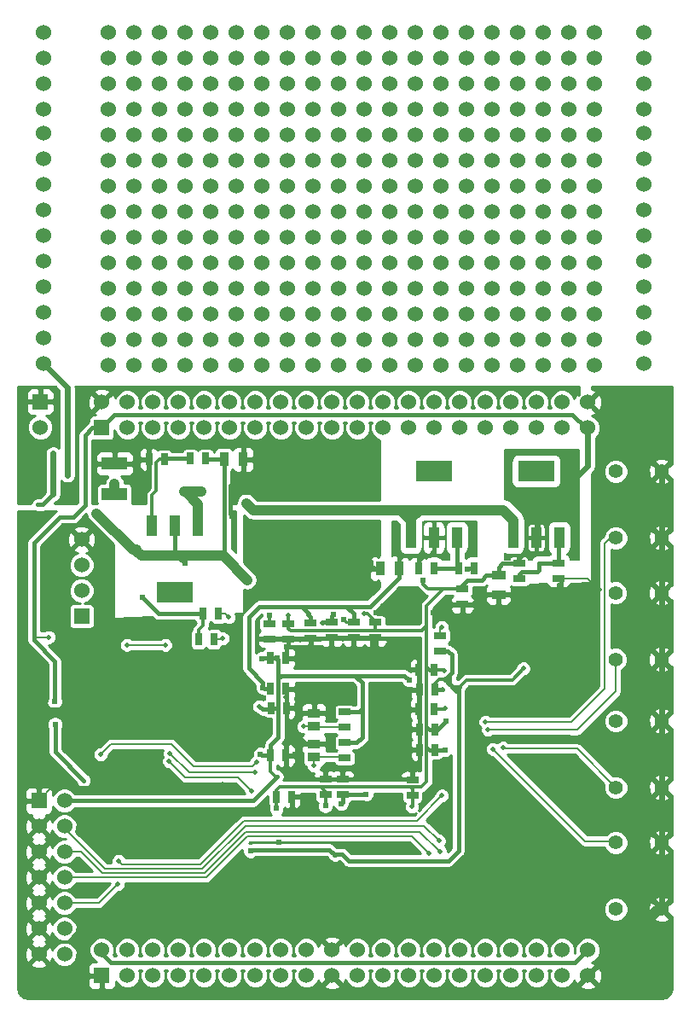
<source format=gbl>
G04 (created by PCBNEW (2013-jul-07)-stable) date Sat 01 Nov 2014 03:24:29 PM PDT*
%MOIN*%
G04 Gerber Fmt 3.4, Leading zero omitted, Abs format*
%FSLAX34Y34*%
G01*
G70*
G90*
G04 APERTURE LIST*
%ADD10C,0.00590551*%
%ADD11C,0.055*%
%ADD12R,0.045X0.025*%
%ADD13R,0.06X0.06*%
%ADD14C,0.06*%
%ADD15R,0.05X0.038*%
%ADD16R,0.025X0.045*%
%ADD17R,0.1X0.05*%
%ADD18R,0.144X0.08*%
%ADD19R,0.04X0.08*%
%ADD20R,0.035X0.055*%
%ADD21R,0.055X0.035*%
%ADD22C,0.02*%
%ADD23C,0.024*%
%ADD24C,0.016*%
%ADD25C,0.024*%
%ADD26C,0.008*%
%ADD27C,0.012*%
%ADD28C,0.01*%
%ADD29C,0.04*%
G04 APERTURE END LIST*
G54D10*
G54D11*
X91600Y-49200D03*
X93400Y-49200D03*
X91600Y-51800D03*
X93400Y-51800D03*
X91600Y-44450D03*
X93400Y-44450D03*
X91600Y-47050D03*
X93400Y-47050D03*
X91588Y-39440D03*
X93388Y-39440D03*
X91588Y-42040D03*
X93388Y-42040D03*
X91600Y-34700D03*
X93400Y-34700D03*
X91600Y-37300D03*
X93400Y-37300D03*
G54D12*
X83642Y-47343D03*
X83642Y-46743D03*
G54D13*
X69094Y-31980D03*
G54D14*
X69094Y-32980D03*
G54D15*
X79800Y-44650D03*
X79800Y-44150D03*
G54D12*
X82200Y-40600D03*
X82200Y-41200D03*
G54D16*
X75275Y-41250D03*
X75875Y-41250D03*
X78330Y-47412D03*
X78930Y-47412D03*
G54D12*
X85600Y-39300D03*
X85600Y-39900D03*
G54D16*
X84525Y-44775D03*
X83925Y-44775D03*
X78115Y-43935D03*
X78715Y-43935D03*
X78100Y-42000D03*
X78700Y-42000D03*
G54D12*
X78800Y-40650D03*
X78800Y-41250D03*
G54D16*
X84500Y-42450D03*
X83900Y-42450D03*
G54D12*
X80475Y-40600D03*
X80475Y-41200D03*
G54D16*
X84520Y-43220D03*
X83920Y-43220D03*
X78100Y-45800D03*
X78700Y-45800D03*
G54D12*
X78050Y-40650D03*
X78050Y-41250D03*
X84722Y-41714D03*
X84722Y-41114D03*
X80241Y-47333D03*
X80241Y-46733D03*
X80910Y-47320D03*
X80910Y-46720D03*
G54D16*
X78100Y-43200D03*
X78700Y-43200D03*
X83900Y-38500D03*
X84500Y-38500D03*
X84524Y-45568D03*
X83924Y-45568D03*
X73940Y-34230D03*
X73340Y-34230D03*
G54D12*
X81000Y-44100D03*
X81000Y-44700D03*
X89360Y-38290D03*
X89360Y-38890D03*
X81000Y-45300D03*
X81000Y-45900D03*
G54D16*
X75450Y-40250D03*
X76050Y-40250D03*
G54D12*
X87815Y-38298D03*
X87815Y-38898D03*
G54D16*
X75565Y-34200D03*
X74965Y-34200D03*
X85450Y-38500D03*
X86050Y-38500D03*
G54D17*
X72000Y-35600D03*
X72000Y-34400D03*
G54D18*
X88500Y-34700D03*
G54D19*
X88500Y-37300D03*
X87600Y-37300D03*
X89400Y-37300D03*
G54D18*
X84500Y-34700D03*
G54D19*
X84500Y-37300D03*
X83600Y-37300D03*
X85400Y-37300D03*
G54D20*
X76275Y-34230D03*
X77025Y-34230D03*
G54D14*
X90500Y-32000D03*
X90500Y-33000D03*
X85500Y-32000D03*
X89500Y-33000D03*
X84500Y-32000D03*
X88500Y-33000D03*
X83500Y-32000D03*
X87500Y-33000D03*
X82500Y-32000D03*
X86500Y-33000D03*
X81500Y-32000D03*
X85500Y-33000D03*
X80500Y-32000D03*
X84500Y-33000D03*
X79500Y-32000D03*
X83500Y-33000D03*
X78500Y-32000D03*
X82500Y-33000D03*
X77500Y-32000D03*
X81500Y-33000D03*
X76500Y-32000D03*
X80500Y-33000D03*
X75500Y-32000D03*
X79500Y-33000D03*
X78500Y-33000D03*
X74500Y-32000D03*
X77500Y-33000D03*
X75500Y-33000D03*
X74500Y-33000D03*
X73500Y-33000D03*
X72500Y-33000D03*
X73500Y-32000D03*
X72500Y-32000D03*
X89500Y-32000D03*
X88500Y-32000D03*
X87500Y-32000D03*
X86500Y-32000D03*
X71500Y-32000D03*
G54D13*
X71500Y-33000D03*
G54D14*
X76500Y-33000D03*
G54D12*
X79660Y-40620D03*
X79660Y-41220D03*
G54D16*
X84500Y-44000D03*
X83900Y-44000D03*
G54D12*
X81350Y-40600D03*
X81350Y-41200D03*
G54D15*
X79800Y-45850D03*
X79800Y-45350D03*
G54D14*
X90500Y-53400D03*
X90500Y-54400D03*
X85500Y-53400D03*
X89500Y-54400D03*
X84500Y-53400D03*
X88500Y-54400D03*
X83500Y-53400D03*
X87500Y-54400D03*
X82500Y-53400D03*
X86500Y-54400D03*
X81500Y-53400D03*
X85500Y-54400D03*
X80500Y-53400D03*
X84500Y-54400D03*
X79500Y-53400D03*
X83500Y-54400D03*
X78500Y-53400D03*
X82500Y-54400D03*
X77500Y-53400D03*
X81500Y-54400D03*
X76500Y-53400D03*
X80500Y-54400D03*
X75500Y-53400D03*
X79500Y-54400D03*
X78500Y-54400D03*
X74500Y-53400D03*
X77500Y-54400D03*
X75500Y-54400D03*
X74500Y-54400D03*
X73500Y-54400D03*
X72500Y-54400D03*
X73500Y-53400D03*
X72500Y-53400D03*
X89500Y-53400D03*
X88500Y-53400D03*
X87500Y-53400D03*
X86500Y-53400D03*
X71500Y-53400D03*
G54D13*
X71500Y-54400D03*
G54D14*
X76500Y-54400D03*
G54D21*
X87010Y-38765D03*
X87010Y-39515D03*
G54D20*
X83125Y-38500D03*
X82375Y-38500D03*
G54D13*
X69040Y-47560D03*
G54D14*
X70040Y-47560D03*
X69040Y-48560D03*
X70040Y-48560D03*
X69040Y-49560D03*
X70040Y-49560D03*
X69040Y-50560D03*
X70040Y-50560D03*
X69040Y-51560D03*
X70040Y-51560D03*
X69040Y-52560D03*
X70040Y-52560D03*
X69040Y-53560D03*
X70040Y-53560D03*
G54D18*
X74370Y-39410D03*
G54D19*
X74370Y-36810D03*
X75270Y-36810D03*
X73470Y-36810D03*
G54D13*
X70708Y-40358D03*
G54D14*
X70708Y-39358D03*
X70708Y-38358D03*
X70708Y-37358D03*
X92692Y-20543D03*
X92692Y-19543D03*
X92692Y-18543D03*
X92692Y-17543D03*
X92692Y-17543D03*
X92692Y-18543D03*
X92692Y-19543D03*
X92692Y-20543D03*
X92692Y-20543D03*
X92692Y-19543D03*
X92692Y-18543D03*
X92692Y-17543D03*
X92692Y-21480D03*
X92692Y-22480D03*
X92692Y-23480D03*
X92692Y-24480D03*
X92692Y-24480D03*
X92692Y-23480D03*
X92692Y-22480D03*
X92692Y-21480D03*
X92692Y-21480D03*
X92692Y-22480D03*
X92692Y-23480D03*
X92692Y-24480D03*
X92692Y-30480D03*
X92692Y-29480D03*
X92692Y-28480D03*
X92692Y-27480D03*
X92692Y-26480D03*
X92692Y-25480D03*
X92692Y-24480D03*
X92692Y-23480D03*
X92692Y-22480D03*
X92692Y-21480D03*
X69216Y-20543D03*
X69216Y-19543D03*
X69216Y-18543D03*
X69216Y-17543D03*
X69216Y-17543D03*
X69216Y-18543D03*
X69216Y-19543D03*
X69216Y-20543D03*
X69216Y-20543D03*
X69216Y-19543D03*
X69216Y-18543D03*
X69216Y-17543D03*
X69216Y-21480D03*
X69216Y-22480D03*
X69216Y-23480D03*
X69216Y-24480D03*
X69216Y-24480D03*
X69216Y-23480D03*
X69216Y-22480D03*
X69216Y-21480D03*
X69216Y-21480D03*
X69216Y-22480D03*
X69216Y-23480D03*
X69216Y-24480D03*
X69216Y-30480D03*
X69216Y-29480D03*
X69216Y-28480D03*
X69216Y-27480D03*
X69216Y-26480D03*
X69216Y-25480D03*
X69216Y-24480D03*
X69216Y-23480D03*
X69216Y-22480D03*
X69216Y-21480D03*
X87744Y-18539D03*
X86744Y-18539D03*
X90744Y-18539D03*
X89744Y-18539D03*
X88744Y-18539D03*
X85744Y-18539D03*
X84744Y-18539D03*
X83744Y-18539D03*
X82744Y-18539D03*
X81744Y-18539D03*
X80744Y-18539D03*
X79744Y-18539D03*
X78744Y-18539D03*
X77744Y-18539D03*
X76744Y-18539D03*
X75744Y-18539D03*
X74744Y-18539D03*
X73744Y-18539D03*
X72744Y-18539D03*
X71744Y-18539D03*
X90744Y-17539D03*
X89744Y-17539D03*
X88744Y-17539D03*
X87744Y-17539D03*
X86744Y-17539D03*
X85744Y-17539D03*
X84744Y-17539D03*
X83744Y-17539D03*
X82744Y-17539D03*
X81744Y-17539D03*
X80744Y-17539D03*
X79744Y-17539D03*
X78744Y-17539D03*
X77744Y-17539D03*
X76744Y-17539D03*
X75744Y-17539D03*
X74744Y-17539D03*
X73744Y-17539D03*
X72744Y-17539D03*
X71744Y-17539D03*
X71744Y-17539D03*
X72744Y-17539D03*
X73744Y-17539D03*
X74744Y-17539D03*
X75744Y-17539D03*
X76744Y-17539D03*
X77744Y-17539D03*
X78744Y-17539D03*
X79744Y-17539D03*
X80744Y-17539D03*
X81744Y-17539D03*
X82744Y-17539D03*
X83744Y-17539D03*
X84744Y-17539D03*
X85744Y-17539D03*
X86744Y-17539D03*
X87744Y-17539D03*
X88744Y-17539D03*
X89744Y-17539D03*
X90744Y-17539D03*
X71744Y-18539D03*
X72744Y-18539D03*
X73744Y-18539D03*
X74744Y-18539D03*
X75744Y-18539D03*
X76744Y-18539D03*
X77744Y-18539D03*
X78744Y-18539D03*
X79744Y-18539D03*
X80744Y-18539D03*
X81744Y-18539D03*
X82744Y-18539D03*
X83744Y-18539D03*
X84744Y-18539D03*
X85744Y-18539D03*
X88744Y-18539D03*
X89744Y-18539D03*
X90744Y-18539D03*
X86744Y-18539D03*
X87744Y-18539D03*
X87744Y-20539D03*
X86744Y-20539D03*
X90744Y-20539D03*
X89744Y-20539D03*
X88744Y-20539D03*
X85744Y-20539D03*
X84744Y-20539D03*
X83744Y-20539D03*
X82744Y-20539D03*
X81744Y-20539D03*
X80744Y-20539D03*
X79744Y-20539D03*
X78744Y-20539D03*
X77744Y-20539D03*
X76744Y-20539D03*
X75744Y-20539D03*
X74744Y-20539D03*
X73744Y-20539D03*
X72744Y-20539D03*
X71744Y-20539D03*
X90744Y-19539D03*
X89744Y-19539D03*
X88744Y-19539D03*
X87744Y-19539D03*
X86744Y-19539D03*
X85744Y-19539D03*
X84744Y-19539D03*
X83744Y-19539D03*
X82744Y-19539D03*
X81744Y-19539D03*
X80744Y-19539D03*
X79744Y-19539D03*
X78744Y-19539D03*
X77744Y-19539D03*
X76744Y-19539D03*
X75744Y-19539D03*
X74744Y-19539D03*
X73744Y-19539D03*
X72744Y-19539D03*
X71744Y-19539D03*
X71744Y-19539D03*
X72744Y-19539D03*
X73744Y-19539D03*
X74744Y-19539D03*
X75744Y-19539D03*
X76744Y-19539D03*
X77744Y-19539D03*
X78744Y-19539D03*
X79744Y-19539D03*
X80744Y-19539D03*
X81744Y-19539D03*
X82744Y-19539D03*
X83744Y-19539D03*
X84744Y-19539D03*
X85744Y-19539D03*
X86744Y-19539D03*
X87744Y-19539D03*
X88744Y-19539D03*
X89744Y-19539D03*
X90744Y-19539D03*
X71744Y-20539D03*
X72744Y-20539D03*
X73744Y-20539D03*
X74744Y-20539D03*
X75744Y-20539D03*
X76744Y-20539D03*
X77744Y-20539D03*
X78744Y-20539D03*
X79744Y-20539D03*
X80744Y-20539D03*
X81744Y-20539D03*
X82744Y-20539D03*
X83744Y-20539D03*
X84744Y-20539D03*
X85744Y-20539D03*
X88744Y-20539D03*
X89744Y-20539D03*
X90744Y-20539D03*
X86744Y-20539D03*
X87744Y-20539D03*
X87744Y-24539D03*
X86744Y-24539D03*
X90744Y-24539D03*
X89744Y-24539D03*
X88744Y-24539D03*
X85744Y-24539D03*
X84744Y-24539D03*
X83744Y-24539D03*
X82744Y-24539D03*
X81744Y-24539D03*
X80744Y-24539D03*
X79744Y-24539D03*
X78744Y-24539D03*
X77744Y-24539D03*
X76744Y-24539D03*
X75744Y-24539D03*
X74744Y-24539D03*
X73744Y-24539D03*
X72744Y-24539D03*
X71744Y-24539D03*
X90744Y-23539D03*
X89744Y-23539D03*
X88744Y-23539D03*
X87744Y-23539D03*
X86744Y-23539D03*
X85744Y-23539D03*
X84744Y-23539D03*
X83744Y-23539D03*
X82744Y-23539D03*
X81744Y-23539D03*
X80744Y-23539D03*
X79744Y-23539D03*
X78744Y-23539D03*
X77744Y-23539D03*
X76744Y-23539D03*
X75744Y-23539D03*
X74744Y-23539D03*
X73744Y-23539D03*
X72744Y-23539D03*
X71744Y-23539D03*
X71744Y-23539D03*
X72744Y-23539D03*
X73744Y-23539D03*
X74744Y-23539D03*
X75744Y-23539D03*
X76744Y-23539D03*
X77744Y-23539D03*
X78744Y-23539D03*
X79744Y-23539D03*
X80744Y-23539D03*
X81744Y-23539D03*
X82744Y-23539D03*
X83744Y-23539D03*
X84744Y-23539D03*
X85744Y-23539D03*
X86744Y-23539D03*
X87744Y-23539D03*
X88744Y-23539D03*
X89744Y-23539D03*
X90744Y-23539D03*
X71744Y-24539D03*
X72744Y-24539D03*
X73744Y-24539D03*
X74744Y-24539D03*
X75744Y-24539D03*
X76744Y-24539D03*
X77744Y-24539D03*
X78744Y-24539D03*
X79744Y-24539D03*
X80744Y-24539D03*
X81744Y-24539D03*
X82744Y-24539D03*
X83744Y-24539D03*
X84744Y-24539D03*
X85744Y-24539D03*
X88744Y-24539D03*
X89744Y-24539D03*
X90744Y-24539D03*
X86744Y-24539D03*
X87744Y-24539D03*
X87744Y-22539D03*
X86744Y-22539D03*
X90744Y-22539D03*
X89744Y-22539D03*
X88744Y-22539D03*
X85744Y-22539D03*
X84744Y-22539D03*
X83744Y-22539D03*
X82744Y-22539D03*
X81744Y-22539D03*
X80744Y-22539D03*
X79744Y-22539D03*
X78744Y-22539D03*
X77744Y-22539D03*
X76744Y-22539D03*
X75744Y-22539D03*
X74744Y-22539D03*
X73744Y-22539D03*
X72744Y-22539D03*
X71744Y-22539D03*
X90744Y-21539D03*
X89744Y-21539D03*
X88744Y-21539D03*
X87744Y-21539D03*
X86744Y-21539D03*
X85744Y-21539D03*
X84744Y-21539D03*
X83744Y-21539D03*
X82744Y-21539D03*
X81744Y-21539D03*
X80744Y-21539D03*
X79744Y-21539D03*
X78744Y-21539D03*
X77744Y-21539D03*
X76744Y-21539D03*
X75744Y-21539D03*
X74744Y-21539D03*
X73744Y-21539D03*
X72744Y-21539D03*
X71744Y-21539D03*
X71744Y-21539D03*
X72744Y-21539D03*
X73744Y-21539D03*
X74744Y-21539D03*
X75744Y-21539D03*
X76744Y-21539D03*
X77744Y-21539D03*
X78744Y-21539D03*
X79744Y-21539D03*
X80744Y-21539D03*
X81744Y-21539D03*
X82744Y-21539D03*
X83744Y-21539D03*
X84744Y-21539D03*
X85744Y-21539D03*
X86744Y-21539D03*
X87744Y-21539D03*
X88744Y-21539D03*
X89744Y-21539D03*
X90744Y-21539D03*
X71744Y-22539D03*
X72744Y-22539D03*
X73744Y-22539D03*
X74744Y-22539D03*
X75744Y-22539D03*
X76744Y-22539D03*
X77744Y-22539D03*
X78744Y-22539D03*
X79744Y-22539D03*
X80744Y-22539D03*
X81744Y-22539D03*
X82744Y-22539D03*
X83744Y-22539D03*
X84744Y-22539D03*
X85744Y-22539D03*
X88744Y-22539D03*
X89744Y-22539D03*
X90744Y-22539D03*
X86744Y-22539D03*
X87744Y-22539D03*
X87744Y-22539D03*
X86744Y-22539D03*
X90744Y-22539D03*
X89744Y-22539D03*
X88744Y-22539D03*
X85744Y-22539D03*
X84744Y-22539D03*
X83744Y-22539D03*
X82744Y-22539D03*
X81744Y-22539D03*
X80744Y-22539D03*
X79744Y-22539D03*
X78744Y-22539D03*
X77744Y-22539D03*
X76744Y-22539D03*
X75744Y-22539D03*
X74744Y-22539D03*
X73744Y-22539D03*
X72744Y-22539D03*
X71744Y-22539D03*
X90744Y-21539D03*
X89744Y-21539D03*
X88744Y-21539D03*
X87744Y-21539D03*
X86744Y-21539D03*
X85744Y-21539D03*
X84744Y-21539D03*
X83744Y-21539D03*
X82744Y-21539D03*
X81744Y-21539D03*
X80744Y-21539D03*
X79744Y-21539D03*
X78744Y-21539D03*
X77744Y-21539D03*
X76744Y-21539D03*
X75744Y-21539D03*
X74744Y-21539D03*
X73744Y-21539D03*
X72744Y-21539D03*
X71744Y-21539D03*
X71744Y-21539D03*
X72744Y-21539D03*
X73744Y-21539D03*
X74744Y-21539D03*
X75744Y-21539D03*
X76744Y-21539D03*
X77744Y-21539D03*
X78744Y-21539D03*
X79744Y-21539D03*
X80744Y-21539D03*
X81744Y-21539D03*
X82744Y-21539D03*
X83744Y-21539D03*
X84744Y-21539D03*
X85744Y-21539D03*
X86744Y-21539D03*
X87744Y-21539D03*
X88744Y-21539D03*
X89744Y-21539D03*
X90744Y-21539D03*
X71744Y-22539D03*
X72744Y-22539D03*
X73744Y-22539D03*
X74744Y-22539D03*
X75744Y-22539D03*
X76744Y-22539D03*
X77744Y-22539D03*
X78744Y-22539D03*
X79744Y-22539D03*
X80744Y-22539D03*
X81744Y-22539D03*
X82744Y-22539D03*
X83744Y-22539D03*
X84744Y-22539D03*
X85744Y-22539D03*
X88744Y-22539D03*
X89744Y-22539D03*
X90744Y-22539D03*
X86744Y-22539D03*
X87744Y-22539D03*
X87744Y-24539D03*
X86744Y-24539D03*
X90744Y-24539D03*
X89744Y-24539D03*
X88744Y-24539D03*
X85744Y-24539D03*
X84744Y-24539D03*
X83744Y-24539D03*
X82744Y-24539D03*
X81744Y-24539D03*
X80744Y-24539D03*
X79744Y-24539D03*
X78744Y-24539D03*
X77744Y-24539D03*
X76744Y-24539D03*
X75744Y-24539D03*
X74744Y-24539D03*
X73744Y-24539D03*
X72744Y-24539D03*
X71744Y-24539D03*
X90744Y-23539D03*
X89744Y-23539D03*
X88744Y-23539D03*
X87744Y-23539D03*
X86744Y-23539D03*
X85744Y-23539D03*
X84744Y-23539D03*
X83744Y-23539D03*
X82744Y-23539D03*
X81744Y-23539D03*
X80744Y-23539D03*
X79744Y-23539D03*
X78744Y-23539D03*
X77744Y-23539D03*
X76744Y-23539D03*
X75744Y-23539D03*
X74744Y-23539D03*
X73744Y-23539D03*
X72744Y-23539D03*
X71744Y-23539D03*
X71744Y-23539D03*
X72744Y-23539D03*
X73744Y-23539D03*
X74744Y-23539D03*
X75744Y-23539D03*
X76744Y-23539D03*
X77744Y-23539D03*
X78744Y-23539D03*
X79744Y-23539D03*
X80744Y-23539D03*
X81744Y-23539D03*
X82744Y-23539D03*
X83744Y-23539D03*
X84744Y-23539D03*
X85744Y-23539D03*
X86744Y-23539D03*
X87744Y-23539D03*
X88744Y-23539D03*
X89744Y-23539D03*
X90744Y-23539D03*
X71744Y-24539D03*
X72744Y-24539D03*
X73744Y-24539D03*
X74744Y-24539D03*
X75744Y-24539D03*
X76744Y-24539D03*
X77744Y-24539D03*
X78744Y-24539D03*
X79744Y-24539D03*
X80744Y-24539D03*
X81744Y-24539D03*
X82744Y-24539D03*
X83744Y-24539D03*
X84744Y-24539D03*
X85744Y-24539D03*
X88744Y-24539D03*
X89744Y-24539D03*
X90744Y-24539D03*
X86744Y-24539D03*
X87744Y-24539D03*
X87744Y-20539D03*
X86744Y-20539D03*
X90744Y-20539D03*
X89744Y-20539D03*
X88744Y-20539D03*
X85744Y-20539D03*
X84744Y-20539D03*
X83744Y-20539D03*
X82744Y-20539D03*
X81744Y-20539D03*
X80744Y-20539D03*
X79744Y-20539D03*
X78744Y-20539D03*
X77744Y-20539D03*
X76744Y-20539D03*
X75744Y-20539D03*
X74744Y-20539D03*
X73744Y-20539D03*
X72744Y-20539D03*
X71744Y-20539D03*
X90744Y-19539D03*
X89744Y-19539D03*
X88744Y-19539D03*
X87744Y-19539D03*
X86744Y-19539D03*
X85744Y-19539D03*
X84744Y-19539D03*
X83744Y-19539D03*
X82744Y-19539D03*
X81744Y-19539D03*
X80744Y-19539D03*
X79744Y-19539D03*
X78744Y-19539D03*
X77744Y-19539D03*
X76744Y-19539D03*
X75744Y-19539D03*
X74744Y-19539D03*
X73744Y-19539D03*
X72744Y-19539D03*
X71744Y-19539D03*
X71744Y-19539D03*
X72744Y-19539D03*
X73744Y-19539D03*
X74744Y-19539D03*
X75744Y-19539D03*
X76744Y-19539D03*
X77744Y-19539D03*
X78744Y-19539D03*
X79744Y-19539D03*
X80744Y-19539D03*
X81744Y-19539D03*
X82744Y-19539D03*
X83744Y-19539D03*
X84744Y-19539D03*
X85744Y-19539D03*
X86744Y-19539D03*
X87744Y-19539D03*
X88744Y-19539D03*
X89744Y-19539D03*
X90744Y-19539D03*
X71744Y-20539D03*
X72744Y-20539D03*
X73744Y-20539D03*
X74744Y-20539D03*
X75744Y-20539D03*
X76744Y-20539D03*
X77744Y-20539D03*
X78744Y-20539D03*
X79744Y-20539D03*
X80744Y-20539D03*
X81744Y-20539D03*
X82744Y-20539D03*
X83744Y-20539D03*
X84744Y-20539D03*
X85744Y-20539D03*
X88744Y-20539D03*
X89744Y-20539D03*
X90744Y-20539D03*
X86744Y-20539D03*
X87744Y-20539D03*
X87744Y-18539D03*
X86744Y-18539D03*
X90744Y-18539D03*
X89744Y-18539D03*
X88744Y-18539D03*
X85744Y-18539D03*
X84744Y-18539D03*
X83744Y-18539D03*
X82744Y-18539D03*
X81744Y-18539D03*
X80744Y-18539D03*
X79744Y-18539D03*
X78744Y-18539D03*
X77744Y-18539D03*
X76744Y-18539D03*
X75744Y-18539D03*
X74744Y-18539D03*
X73744Y-18539D03*
X72744Y-18539D03*
X71744Y-18539D03*
X90744Y-17539D03*
X89744Y-17539D03*
X88744Y-17539D03*
X87744Y-17539D03*
X86744Y-17539D03*
X85744Y-17539D03*
X84744Y-17539D03*
X83744Y-17539D03*
X82744Y-17539D03*
X81744Y-17539D03*
X80744Y-17539D03*
X79744Y-17539D03*
X78744Y-17539D03*
X77744Y-17539D03*
X76744Y-17539D03*
X75744Y-17539D03*
X74744Y-17539D03*
X73744Y-17539D03*
X72744Y-17539D03*
X71744Y-17539D03*
X71744Y-17539D03*
X72744Y-17539D03*
X73744Y-17539D03*
X74744Y-17539D03*
X75744Y-17539D03*
X76744Y-17539D03*
X77744Y-17539D03*
X78744Y-17539D03*
X79744Y-17539D03*
X80744Y-17539D03*
X81744Y-17539D03*
X82744Y-17539D03*
X83744Y-17539D03*
X84744Y-17539D03*
X85744Y-17539D03*
X86744Y-17539D03*
X87744Y-17539D03*
X88744Y-17539D03*
X89744Y-17539D03*
X90744Y-17539D03*
X71744Y-18539D03*
X72744Y-18539D03*
X73744Y-18539D03*
X74744Y-18539D03*
X75744Y-18539D03*
X76744Y-18539D03*
X77744Y-18539D03*
X78744Y-18539D03*
X79744Y-18539D03*
X80744Y-18539D03*
X81744Y-18539D03*
X82744Y-18539D03*
X83744Y-18539D03*
X84744Y-18539D03*
X85744Y-18539D03*
X88744Y-18539D03*
X89744Y-18539D03*
X90744Y-18539D03*
X86744Y-18539D03*
X87744Y-18539D03*
X87744Y-26539D03*
X86744Y-26539D03*
X90744Y-26539D03*
X89744Y-26539D03*
X88744Y-26539D03*
X85744Y-26539D03*
X84744Y-26539D03*
X83744Y-26539D03*
X82744Y-26539D03*
X81744Y-26539D03*
X80744Y-26539D03*
X79744Y-26539D03*
X78744Y-26539D03*
X77744Y-26539D03*
X76744Y-26539D03*
X75744Y-26539D03*
X74744Y-26539D03*
X73744Y-26539D03*
X72744Y-26539D03*
X71744Y-26539D03*
X90744Y-25539D03*
X89744Y-25539D03*
X88744Y-25539D03*
X87744Y-25539D03*
X86744Y-25539D03*
X85744Y-25539D03*
X84744Y-25539D03*
X83744Y-25539D03*
X82744Y-25539D03*
X81744Y-25539D03*
X80744Y-25539D03*
X79744Y-25539D03*
X78744Y-25539D03*
X77744Y-25539D03*
X76744Y-25539D03*
X75744Y-25539D03*
X74744Y-25539D03*
X73744Y-25539D03*
X72744Y-25539D03*
X71744Y-25539D03*
X71744Y-25539D03*
X72744Y-25539D03*
X73744Y-25539D03*
X74744Y-25539D03*
X75744Y-25539D03*
X76744Y-25539D03*
X77744Y-25539D03*
X78744Y-25539D03*
X79744Y-25539D03*
X80744Y-25539D03*
X81744Y-25539D03*
X82744Y-25539D03*
X83744Y-25539D03*
X84744Y-25539D03*
X85744Y-25539D03*
X86744Y-25539D03*
X87744Y-25539D03*
X88744Y-25539D03*
X89744Y-25539D03*
X90744Y-25539D03*
X71744Y-26539D03*
X72744Y-26539D03*
X73744Y-26539D03*
X74744Y-26539D03*
X75744Y-26539D03*
X76744Y-26539D03*
X77744Y-26539D03*
X78744Y-26539D03*
X79744Y-26539D03*
X80744Y-26539D03*
X81744Y-26539D03*
X82744Y-26539D03*
X83744Y-26539D03*
X84744Y-26539D03*
X85744Y-26539D03*
X88744Y-26539D03*
X89744Y-26539D03*
X90744Y-26539D03*
X86744Y-26539D03*
X87744Y-26539D03*
X87744Y-28539D03*
X86744Y-28539D03*
X90744Y-28539D03*
X89744Y-28539D03*
X88744Y-28539D03*
X85744Y-28539D03*
X84744Y-28539D03*
X83744Y-28539D03*
X82744Y-28539D03*
X81744Y-28539D03*
X80744Y-28539D03*
X79744Y-28539D03*
X78744Y-28539D03*
X77744Y-28539D03*
X76744Y-28539D03*
X75744Y-28539D03*
X74744Y-28539D03*
X73744Y-28539D03*
X72744Y-28539D03*
X71744Y-28539D03*
X90744Y-27539D03*
X89744Y-27539D03*
X88744Y-27539D03*
X87744Y-27539D03*
X86744Y-27539D03*
X85744Y-27539D03*
X84744Y-27539D03*
X83744Y-27539D03*
X82744Y-27539D03*
X81744Y-27539D03*
X80744Y-27539D03*
X79744Y-27539D03*
X78744Y-27539D03*
X77744Y-27539D03*
X76744Y-27539D03*
X75744Y-27539D03*
X74744Y-27539D03*
X73744Y-27539D03*
X72744Y-27539D03*
X71744Y-27539D03*
X71744Y-27539D03*
X72744Y-27539D03*
X73744Y-27539D03*
X74744Y-27539D03*
X75744Y-27539D03*
X76744Y-27539D03*
X77744Y-27539D03*
X78744Y-27539D03*
X79744Y-27539D03*
X80744Y-27539D03*
X81744Y-27539D03*
X82744Y-27539D03*
X83744Y-27539D03*
X84744Y-27539D03*
X85744Y-27539D03*
X86744Y-27539D03*
X87744Y-27539D03*
X88744Y-27539D03*
X89744Y-27539D03*
X90744Y-27539D03*
X71744Y-28539D03*
X72744Y-28539D03*
X73744Y-28539D03*
X74744Y-28539D03*
X75744Y-28539D03*
X76744Y-28539D03*
X77744Y-28539D03*
X78744Y-28539D03*
X79744Y-28539D03*
X80744Y-28539D03*
X81744Y-28539D03*
X82744Y-28539D03*
X83744Y-28539D03*
X84744Y-28539D03*
X85744Y-28539D03*
X88744Y-28539D03*
X89744Y-28539D03*
X90744Y-28539D03*
X86744Y-28539D03*
X87744Y-28539D03*
X87744Y-30539D03*
X86744Y-30539D03*
X90744Y-30539D03*
X89744Y-30539D03*
X88744Y-30539D03*
X85744Y-30539D03*
X84744Y-30539D03*
X83744Y-30539D03*
X82744Y-30539D03*
X81744Y-30539D03*
X80744Y-30539D03*
X79744Y-30539D03*
X78744Y-30539D03*
X77744Y-30539D03*
X76744Y-30539D03*
X75744Y-30539D03*
X74744Y-30539D03*
X73744Y-30539D03*
X72744Y-30539D03*
X71744Y-30539D03*
X90744Y-29539D03*
X89744Y-29539D03*
X88744Y-29539D03*
X87744Y-29539D03*
X86744Y-29539D03*
X85744Y-29539D03*
X84744Y-29539D03*
X83744Y-29539D03*
X82744Y-29539D03*
X81744Y-29539D03*
X80744Y-29539D03*
X79744Y-29539D03*
X78744Y-29539D03*
X77744Y-29539D03*
X76744Y-29539D03*
X75744Y-29539D03*
X74744Y-29539D03*
X73744Y-29539D03*
X72744Y-29539D03*
X71744Y-29539D03*
X71744Y-29539D03*
X72744Y-29539D03*
X73744Y-29539D03*
X74744Y-29539D03*
X75744Y-29539D03*
X76744Y-29539D03*
X77744Y-29539D03*
X78744Y-29539D03*
X79744Y-29539D03*
X80744Y-29539D03*
X81744Y-29539D03*
X82744Y-29539D03*
X83744Y-29539D03*
X84744Y-29539D03*
X85744Y-29539D03*
X86744Y-29539D03*
X87744Y-29539D03*
X88744Y-29539D03*
X89744Y-29539D03*
X90744Y-29539D03*
X71744Y-30539D03*
X72744Y-30539D03*
X73744Y-30539D03*
X74744Y-30539D03*
X75744Y-30539D03*
X76744Y-30539D03*
X77744Y-30539D03*
X78744Y-30539D03*
X79744Y-30539D03*
X80744Y-30539D03*
X81744Y-30539D03*
X82744Y-30539D03*
X83744Y-30539D03*
X84744Y-30539D03*
X85744Y-30539D03*
X88744Y-30539D03*
X89744Y-30539D03*
X90744Y-30539D03*
X86744Y-30539D03*
X87744Y-30539D03*
X87744Y-30539D03*
X86744Y-30539D03*
X90744Y-30539D03*
X89744Y-30539D03*
X88744Y-30539D03*
X85744Y-30539D03*
X84744Y-30539D03*
X83744Y-30539D03*
X82744Y-30539D03*
X81744Y-30539D03*
X80744Y-30539D03*
X79744Y-30539D03*
X78744Y-30539D03*
X77744Y-30539D03*
X76744Y-30539D03*
X75744Y-30539D03*
X74744Y-30539D03*
X73744Y-30539D03*
X72744Y-30539D03*
X71744Y-30539D03*
X90744Y-29539D03*
X89744Y-29539D03*
X88744Y-29539D03*
X87744Y-29539D03*
X86744Y-29539D03*
X85744Y-29539D03*
X84744Y-29539D03*
X83744Y-29539D03*
X82744Y-29539D03*
X81744Y-29539D03*
X80744Y-29539D03*
X79744Y-29539D03*
X78744Y-29539D03*
X77744Y-29539D03*
X76744Y-29539D03*
X75744Y-29539D03*
X74744Y-29539D03*
X73744Y-29539D03*
X72744Y-29539D03*
X71744Y-29539D03*
X71744Y-29539D03*
X72744Y-29539D03*
X73744Y-29539D03*
X74744Y-29539D03*
X75744Y-29539D03*
X76744Y-29539D03*
X77744Y-29539D03*
X78744Y-29539D03*
X79744Y-29539D03*
X80744Y-29539D03*
X81744Y-29539D03*
X82744Y-29539D03*
X83744Y-29539D03*
X84744Y-29539D03*
X85744Y-29539D03*
X86744Y-29539D03*
X87744Y-29539D03*
X88744Y-29539D03*
X89744Y-29539D03*
X90744Y-29539D03*
X71744Y-30539D03*
X72744Y-30539D03*
X73744Y-30539D03*
X74744Y-30539D03*
X75744Y-30539D03*
X76744Y-30539D03*
X77744Y-30539D03*
X78744Y-30539D03*
X79744Y-30539D03*
X80744Y-30539D03*
X81744Y-30539D03*
X82744Y-30539D03*
X83744Y-30539D03*
X84744Y-30539D03*
X85744Y-30539D03*
X88744Y-30539D03*
X89744Y-30539D03*
X90744Y-30539D03*
X86744Y-30539D03*
X87744Y-30539D03*
X87744Y-28539D03*
X86744Y-28539D03*
X90744Y-28539D03*
X89744Y-28539D03*
X88744Y-28539D03*
X85744Y-28539D03*
X84744Y-28539D03*
X83744Y-28539D03*
X82744Y-28539D03*
X81744Y-28539D03*
X80744Y-28539D03*
X79744Y-28539D03*
X78744Y-28539D03*
X77744Y-28539D03*
X76744Y-28539D03*
X75744Y-28539D03*
X74744Y-28539D03*
X73744Y-28539D03*
X72744Y-28539D03*
X71744Y-28539D03*
X90744Y-27539D03*
X89744Y-27539D03*
X88744Y-27539D03*
X87744Y-27539D03*
X86744Y-27539D03*
X85744Y-27539D03*
X84744Y-27539D03*
X83744Y-27539D03*
X82744Y-27539D03*
X81744Y-27539D03*
X80744Y-27539D03*
X79744Y-27539D03*
X78744Y-27539D03*
X77744Y-27539D03*
X76744Y-27539D03*
X75744Y-27539D03*
X74744Y-27539D03*
X73744Y-27539D03*
X72744Y-27539D03*
X71744Y-27539D03*
X71744Y-27539D03*
X72744Y-27539D03*
X73744Y-27539D03*
X74744Y-27539D03*
X75744Y-27539D03*
X76744Y-27539D03*
X77744Y-27539D03*
X78744Y-27539D03*
X79744Y-27539D03*
X80744Y-27539D03*
X81744Y-27539D03*
X82744Y-27539D03*
X83744Y-27539D03*
X84744Y-27539D03*
X85744Y-27539D03*
X86744Y-27539D03*
X87744Y-27539D03*
X88744Y-27539D03*
X89744Y-27539D03*
X90744Y-27539D03*
X71744Y-28539D03*
X72744Y-28539D03*
X73744Y-28539D03*
X74744Y-28539D03*
X75744Y-28539D03*
X76744Y-28539D03*
X77744Y-28539D03*
X78744Y-28539D03*
X79744Y-28539D03*
X80744Y-28539D03*
X81744Y-28539D03*
X82744Y-28539D03*
X83744Y-28539D03*
X84744Y-28539D03*
X85744Y-28539D03*
X88744Y-28539D03*
X89744Y-28539D03*
X90744Y-28539D03*
X86744Y-28539D03*
X87744Y-28539D03*
X87744Y-26539D03*
X86744Y-26539D03*
X90744Y-26539D03*
X89744Y-26539D03*
X88744Y-26539D03*
X85744Y-26539D03*
X84744Y-26539D03*
X83744Y-26539D03*
X82744Y-26539D03*
X81744Y-26539D03*
X80744Y-26539D03*
X79744Y-26539D03*
X78744Y-26539D03*
X77744Y-26539D03*
X76744Y-26539D03*
X75744Y-26539D03*
X74744Y-26539D03*
X73744Y-26539D03*
X72744Y-26539D03*
X71744Y-26539D03*
X90744Y-25539D03*
X89744Y-25539D03*
X88744Y-25539D03*
X87744Y-25539D03*
X86744Y-25539D03*
X85744Y-25539D03*
X84744Y-25539D03*
X83744Y-25539D03*
X82744Y-25539D03*
X81744Y-25539D03*
X80744Y-25539D03*
X79744Y-25539D03*
X78744Y-25539D03*
X77744Y-25539D03*
X76744Y-25539D03*
X75744Y-25539D03*
X74744Y-25539D03*
X73744Y-25539D03*
X72744Y-25539D03*
X71744Y-25539D03*
X71744Y-25539D03*
X72744Y-25539D03*
X73744Y-25539D03*
X74744Y-25539D03*
X75744Y-25539D03*
X76744Y-25539D03*
X77744Y-25539D03*
X78744Y-25539D03*
X79744Y-25539D03*
X80744Y-25539D03*
X81744Y-25539D03*
X82744Y-25539D03*
X83744Y-25539D03*
X84744Y-25539D03*
X85744Y-25539D03*
X86744Y-25539D03*
X87744Y-25539D03*
X88744Y-25539D03*
X89744Y-25539D03*
X90744Y-25539D03*
X71744Y-26539D03*
X72744Y-26539D03*
X73744Y-26539D03*
X74744Y-26539D03*
X75744Y-26539D03*
X76744Y-26539D03*
X77744Y-26539D03*
X78744Y-26539D03*
X79744Y-26539D03*
X80744Y-26539D03*
X81744Y-26539D03*
X82744Y-26539D03*
X83744Y-26539D03*
X84744Y-26539D03*
X85744Y-26539D03*
X88744Y-26539D03*
X89744Y-26539D03*
X90744Y-26539D03*
X86744Y-26539D03*
X87744Y-26539D03*
X87744Y-26539D03*
X86744Y-26539D03*
X90744Y-26539D03*
X89744Y-26539D03*
X88744Y-26539D03*
X85744Y-26539D03*
X84744Y-26539D03*
X83744Y-26539D03*
X82744Y-26539D03*
X81744Y-26539D03*
X80744Y-26539D03*
X79744Y-26539D03*
X78744Y-26539D03*
X77744Y-26539D03*
X76744Y-26539D03*
X75744Y-26539D03*
X74744Y-26539D03*
X73744Y-26539D03*
X72744Y-26539D03*
X71744Y-26539D03*
X90744Y-25539D03*
X89744Y-25539D03*
X88744Y-25539D03*
X87744Y-25539D03*
X86744Y-25539D03*
X85744Y-25539D03*
X84744Y-25539D03*
X83744Y-25539D03*
X82744Y-25539D03*
X81744Y-25539D03*
X80744Y-25539D03*
X79744Y-25539D03*
X78744Y-25539D03*
X77744Y-25539D03*
X76744Y-25539D03*
X75744Y-25539D03*
X74744Y-25539D03*
X73744Y-25539D03*
X72744Y-25539D03*
X71744Y-25539D03*
X71744Y-25539D03*
X72744Y-25539D03*
X73744Y-25539D03*
X74744Y-25539D03*
X75744Y-25539D03*
X76744Y-25539D03*
X77744Y-25539D03*
X78744Y-25539D03*
X79744Y-25539D03*
X80744Y-25539D03*
X81744Y-25539D03*
X82744Y-25539D03*
X83744Y-25539D03*
X84744Y-25539D03*
X85744Y-25539D03*
X86744Y-25539D03*
X87744Y-25539D03*
X88744Y-25539D03*
X89744Y-25539D03*
X90744Y-25539D03*
X71744Y-26539D03*
X72744Y-26539D03*
X73744Y-26539D03*
X74744Y-26539D03*
X75744Y-26539D03*
X76744Y-26539D03*
X77744Y-26539D03*
X78744Y-26539D03*
X79744Y-26539D03*
X80744Y-26539D03*
X81744Y-26539D03*
X82744Y-26539D03*
X83744Y-26539D03*
X84744Y-26539D03*
X85744Y-26539D03*
X88744Y-26539D03*
X89744Y-26539D03*
X90744Y-26539D03*
X86744Y-26539D03*
X87744Y-26539D03*
X87744Y-28539D03*
X86744Y-28539D03*
X90744Y-28539D03*
X89744Y-28539D03*
X88744Y-28539D03*
X85744Y-28539D03*
X84744Y-28539D03*
X83744Y-28539D03*
X82744Y-28539D03*
X81744Y-28539D03*
X80744Y-28539D03*
X79744Y-28539D03*
X78744Y-28539D03*
X77744Y-28539D03*
X76744Y-28539D03*
X75744Y-28539D03*
X74744Y-28539D03*
X73744Y-28539D03*
X72744Y-28539D03*
X71744Y-28539D03*
X90744Y-27539D03*
X89744Y-27539D03*
X88744Y-27539D03*
X87744Y-27539D03*
X86744Y-27539D03*
X85744Y-27539D03*
X84744Y-27539D03*
X83744Y-27539D03*
X82744Y-27539D03*
X81744Y-27539D03*
X80744Y-27539D03*
X79744Y-27539D03*
X78744Y-27539D03*
X77744Y-27539D03*
X76744Y-27539D03*
X75744Y-27539D03*
X74744Y-27539D03*
X73744Y-27539D03*
X72744Y-27539D03*
X71744Y-27539D03*
X71744Y-27539D03*
X72744Y-27539D03*
X73744Y-27539D03*
X74744Y-27539D03*
X75744Y-27539D03*
X76744Y-27539D03*
X77744Y-27539D03*
X78744Y-27539D03*
X79744Y-27539D03*
X80744Y-27539D03*
X81744Y-27539D03*
X82744Y-27539D03*
X83744Y-27539D03*
X84744Y-27539D03*
X85744Y-27539D03*
X86744Y-27539D03*
X87744Y-27539D03*
X88744Y-27539D03*
X89744Y-27539D03*
X90744Y-27539D03*
X71744Y-28539D03*
X72744Y-28539D03*
X73744Y-28539D03*
X74744Y-28539D03*
X75744Y-28539D03*
X76744Y-28539D03*
X77744Y-28539D03*
X78744Y-28539D03*
X79744Y-28539D03*
X80744Y-28539D03*
X81744Y-28539D03*
X82744Y-28539D03*
X83744Y-28539D03*
X84744Y-28539D03*
X85744Y-28539D03*
X88744Y-28539D03*
X89744Y-28539D03*
X90744Y-28539D03*
X86744Y-28539D03*
X87744Y-28539D03*
X87744Y-30539D03*
X86744Y-30539D03*
X90744Y-30539D03*
X89744Y-30539D03*
X88744Y-30539D03*
X85744Y-30539D03*
X84744Y-30539D03*
X83744Y-30539D03*
X82744Y-30539D03*
X81744Y-30539D03*
X80744Y-30539D03*
X79744Y-30539D03*
X78744Y-30539D03*
X77744Y-30539D03*
X76744Y-30539D03*
X75744Y-30539D03*
X74744Y-30539D03*
X73744Y-30539D03*
X72744Y-30539D03*
X71744Y-30539D03*
X90744Y-29539D03*
X89744Y-29539D03*
X88744Y-29539D03*
X87744Y-29539D03*
X86744Y-29539D03*
X85744Y-29539D03*
X84744Y-29539D03*
X83744Y-29539D03*
X82744Y-29539D03*
X81744Y-29539D03*
X80744Y-29539D03*
X79744Y-29539D03*
X78744Y-29539D03*
X77744Y-29539D03*
X76744Y-29539D03*
X75744Y-29539D03*
X74744Y-29539D03*
X73744Y-29539D03*
X72744Y-29539D03*
X71744Y-29539D03*
X71744Y-29539D03*
X72744Y-29539D03*
X73744Y-29539D03*
X74744Y-29539D03*
X75744Y-29539D03*
X76744Y-29539D03*
X77744Y-29539D03*
X78744Y-29539D03*
X79744Y-29539D03*
X80744Y-29539D03*
X81744Y-29539D03*
X82744Y-29539D03*
X83744Y-29539D03*
X84744Y-29539D03*
X85744Y-29539D03*
X86744Y-29539D03*
X87744Y-29539D03*
X88744Y-29539D03*
X89744Y-29539D03*
X90744Y-29539D03*
X71744Y-30539D03*
X72744Y-30539D03*
X73744Y-30539D03*
X74744Y-30539D03*
X75744Y-30539D03*
X76744Y-30539D03*
X77744Y-30539D03*
X78744Y-30539D03*
X79744Y-30539D03*
X80744Y-30539D03*
X81744Y-30539D03*
X82744Y-30539D03*
X83744Y-30539D03*
X84744Y-30539D03*
X85744Y-30539D03*
X88744Y-30539D03*
X89744Y-30539D03*
X90744Y-30539D03*
X86744Y-30539D03*
X87744Y-30539D03*
X87744Y-30539D03*
X86744Y-30539D03*
X90744Y-30539D03*
X89744Y-30539D03*
X88744Y-30539D03*
X85744Y-30539D03*
X84744Y-30539D03*
X83744Y-30539D03*
X82744Y-30539D03*
X81744Y-30539D03*
X80744Y-30539D03*
X79744Y-30539D03*
X78744Y-30539D03*
X77744Y-30539D03*
X76744Y-30539D03*
X75744Y-30539D03*
X74744Y-30539D03*
X73744Y-30539D03*
X72744Y-30539D03*
X71744Y-30539D03*
X90744Y-29539D03*
X89744Y-29539D03*
X88744Y-29539D03*
X87744Y-29539D03*
X86744Y-29539D03*
X85744Y-29539D03*
X84744Y-29539D03*
X83744Y-29539D03*
X82744Y-29539D03*
X81744Y-29539D03*
X80744Y-29539D03*
X79744Y-29539D03*
X78744Y-29539D03*
X77744Y-29539D03*
X76744Y-29539D03*
X75744Y-29539D03*
X74744Y-29539D03*
X73744Y-29539D03*
X72744Y-29539D03*
X71744Y-29539D03*
X71744Y-29539D03*
X72744Y-29539D03*
X73744Y-29539D03*
X74744Y-29539D03*
X75744Y-29539D03*
X76744Y-29539D03*
X77744Y-29539D03*
X78744Y-29539D03*
X79744Y-29539D03*
X80744Y-29539D03*
X81744Y-29539D03*
X82744Y-29539D03*
X83744Y-29539D03*
X84744Y-29539D03*
X85744Y-29539D03*
X86744Y-29539D03*
X87744Y-29539D03*
X88744Y-29539D03*
X89744Y-29539D03*
X90744Y-29539D03*
X71744Y-30539D03*
X72744Y-30539D03*
X73744Y-30539D03*
X74744Y-30539D03*
X75744Y-30539D03*
X76744Y-30539D03*
X77744Y-30539D03*
X78744Y-30539D03*
X79744Y-30539D03*
X80744Y-30539D03*
X81744Y-30539D03*
X82744Y-30539D03*
X83744Y-30539D03*
X84744Y-30539D03*
X85744Y-30539D03*
X88744Y-30539D03*
X89744Y-30539D03*
X90744Y-30539D03*
X86744Y-30539D03*
X87744Y-30539D03*
X87744Y-28539D03*
X86744Y-28539D03*
X90744Y-28539D03*
X89744Y-28539D03*
X88744Y-28539D03*
X85744Y-28539D03*
X84744Y-28539D03*
X83744Y-28539D03*
X82744Y-28539D03*
X81744Y-28539D03*
X80744Y-28539D03*
X79744Y-28539D03*
X78744Y-28539D03*
X77744Y-28539D03*
X76744Y-28539D03*
X75744Y-28539D03*
X74744Y-28539D03*
X73744Y-28539D03*
X72744Y-28539D03*
X71744Y-28539D03*
X90744Y-27539D03*
X89744Y-27539D03*
X88744Y-27539D03*
X87744Y-27539D03*
X86744Y-27539D03*
X85744Y-27539D03*
X84744Y-27539D03*
X83744Y-27539D03*
X82744Y-27539D03*
X81744Y-27539D03*
X80744Y-27539D03*
X79744Y-27539D03*
X78744Y-27539D03*
X77744Y-27539D03*
X76744Y-27539D03*
X75744Y-27539D03*
X74744Y-27539D03*
X73744Y-27539D03*
X72744Y-27539D03*
X71744Y-27539D03*
X71744Y-27539D03*
X72744Y-27539D03*
X73744Y-27539D03*
X74744Y-27539D03*
X75744Y-27539D03*
X76744Y-27539D03*
X77744Y-27539D03*
X78744Y-27539D03*
X79744Y-27539D03*
X80744Y-27539D03*
X81744Y-27539D03*
X82744Y-27539D03*
X83744Y-27539D03*
X84744Y-27539D03*
X85744Y-27539D03*
X86744Y-27539D03*
X87744Y-27539D03*
X88744Y-27539D03*
X89744Y-27539D03*
X90744Y-27539D03*
X71744Y-28539D03*
X72744Y-28539D03*
X73744Y-28539D03*
X74744Y-28539D03*
X75744Y-28539D03*
X76744Y-28539D03*
X77744Y-28539D03*
X78744Y-28539D03*
X79744Y-28539D03*
X80744Y-28539D03*
X81744Y-28539D03*
X82744Y-28539D03*
X83744Y-28539D03*
X84744Y-28539D03*
X85744Y-28539D03*
X88744Y-28539D03*
X89744Y-28539D03*
X90744Y-28539D03*
X86744Y-28539D03*
X87744Y-28539D03*
X87744Y-26539D03*
X86744Y-26539D03*
X90744Y-26539D03*
X89744Y-26539D03*
X88744Y-26539D03*
X85744Y-26539D03*
X84744Y-26539D03*
X83744Y-26539D03*
X82744Y-26539D03*
X81744Y-26539D03*
X80744Y-26539D03*
X79744Y-26539D03*
X78744Y-26539D03*
X77744Y-26539D03*
X76744Y-26539D03*
X75744Y-26539D03*
X74744Y-26539D03*
X73744Y-26539D03*
X72744Y-26539D03*
X71744Y-26539D03*
X90744Y-25539D03*
X89744Y-25539D03*
X88744Y-25539D03*
X87744Y-25539D03*
X86744Y-25539D03*
X85744Y-25539D03*
X84744Y-25539D03*
X83744Y-25539D03*
X82744Y-25539D03*
X81744Y-25539D03*
X80744Y-25539D03*
X79744Y-25539D03*
X78744Y-25539D03*
X77744Y-25539D03*
X76744Y-25539D03*
X75744Y-25539D03*
X74744Y-25539D03*
X73744Y-25539D03*
X72744Y-25539D03*
X71744Y-25539D03*
X71744Y-25539D03*
X72744Y-25539D03*
X73744Y-25539D03*
X74744Y-25539D03*
X75744Y-25539D03*
X76744Y-25539D03*
X77744Y-25539D03*
X78744Y-25539D03*
X79744Y-25539D03*
X80744Y-25539D03*
X81744Y-25539D03*
X82744Y-25539D03*
X83744Y-25539D03*
X84744Y-25539D03*
X85744Y-25539D03*
X86744Y-25539D03*
X87744Y-25539D03*
X88744Y-25539D03*
X89744Y-25539D03*
X90744Y-25539D03*
X71744Y-26539D03*
X72744Y-26539D03*
X73744Y-26539D03*
X74744Y-26539D03*
X75744Y-26539D03*
X76744Y-26539D03*
X77744Y-26539D03*
X78744Y-26539D03*
X79744Y-26539D03*
X80744Y-26539D03*
X81744Y-26539D03*
X82744Y-26539D03*
X83744Y-26539D03*
X84744Y-26539D03*
X85744Y-26539D03*
X88744Y-26539D03*
X89744Y-26539D03*
X90744Y-26539D03*
X86744Y-26539D03*
X87744Y-26539D03*
X87744Y-18539D03*
X86744Y-18539D03*
X90744Y-18539D03*
X89744Y-18539D03*
X88744Y-18539D03*
X85744Y-18539D03*
X84744Y-18539D03*
X83744Y-18539D03*
X82744Y-18539D03*
X81744Y-18539D03*
X80744Y-18539D03*
X79744Y-18539D03*
X78744Y-18539D03*
X77744Y-18539D03*
X76744Y-18539D03*
X75744Y-18539D03*
X74744Y-18539D03*
X73744Y-18539D03*
X72744Y-18539D03*
X71744Y-18539D03*
X90744Y-17539D03*
X89744Y-17539D03*
X88744Y-17539D03*
X87744Y-17539D03*
X86744Y-17539D03*
X85744Y-17539D03*
X84744Y-17539D03*
X83744Y-17539D03*
X82744Y-17539D03*
X81744Y-17539D03*
X80744Y-17539D03*
X79744Y-17539D03*
X78744Y-17539D03*
X77744Y-17539D03*
X76744Y-17539D03*
X75744Y-17539D03*
X74744Y-17539D03*
X73744Y-17539D03*
X72744Y-17539D03*
X71744Y-17539D03*
X71744Y-17539D03*
X72744Y-17539D03*
X73744Y-17539D03*
X74744Y-17539D03*
X75744Y-17539D03*
X76744Y-17539D03*
X77744Y-17539D03*
X78744Y-17539D03*
X79744Y-17539D03*
X80744Y-17539D03*
X81744Y-17539D03*
X82744Y-17539D03*
X83744Y-17539D03*
X84744Y-17539D03*
X85744Y-17539D03*
X86744Y-17539D03*
X87744Y-17539D03*
X88744Y-17539D03*
X89744Y-17539D03*
X90744Y-17539D03*
X71744Y-18539D03*
X72744Y-18539D03*
X73744Y-18539D03*
X74744Y-18539D03*
X75744Y-18539D03*
X76744Y-18539D03*
X77744Y-18539D03*
X78744Y-18539D03*
X79744Y-18539D03*
X80744Y-18539D03*
X81744Y-18539D03*
X82744Y-18539D03*
X83744Y-18539D03*
X84744Y-18539D03*
X85744Y-18539D03*
X88744Y-18539D03*
X89744Y-18539D03*
X90744Y-18539D03*
X86744Y-18539D03*
X87744Y-18539D03*
X87744Y-20539D03*
X86744Y-20539D03*
X90744Y-20539D03*
X89744Y-20539D03*
X88744Y-20539D03*
X85744Y-20539D03*
X84744Y-20539D03*
X83744Y-20539D03*
X82744Y-20539D03*
X81744Y-20539D03*
X80744Y-20539D03*
X79744Y-20539D03*
X78744Y-20539D03*
X77744Y-20539D03*
X76744Y-20539D03*
X75744Y-20539D03*
X74744Y-20539D03*
X73744Y-20539D03*
X72744Y-20539D03*
X71744Y-20539D03*
X90744Y-19539D03*
X89744Y-19539D03*
X88744Y-19539D03*
X87744Y-19539D03*
X86744Y-19539D03*
X85744Y-19539D03*
X84744Y-19539D03*
X83744Y-19539D03*
X82744Y-19539D03*
X81744Y-19539D03*
X80744Y-19539D03*
X79744Y-19539D03*
X78744Y-19539D03*
X77744Y-19539D03*
X76744Y-19539D03*
X75744Y-19539D03*
X74744Y-19539D03*
X73744Y-19539D03*
X72744Y-19539D03*
X71744Y-19539D03*
X71744Y-19539D03*
X72744Y-19539D03*
X73744Y-19539D03*
X74744Y-19539D03*
X75744Y-19539D03*
X76744Y-19539D03*
X77744Y-19539D03*
X78744Y-19539D03*
X79744Y-19539D03*
X80744Y-19539D03*
X81744Y-19539D03*
X82744Y-19539D03*
X83744Y-19539D03*
X84744Y-19539D03*
X85744Y-19539D03*
X86744Y-19539D03*
X87744Y-19539D03*
X88744Y-19539D03*
X89744Y-19539D03*
X90744Y-19539D03*
X71744Y-20539D03*
X72744Y-20539D03*
X73744Y-20539D03*
X74744Y-20539D03*
X75744Y-20539D03*
X76744Y-20539D03*
X77744Y-20539D03*
X78744Y-20539D03*
X79744Y-20539D03*
X80744Y-20539D03*
X81744Y-20539D03*
X82744Y-20539D03*
X83744Y-20539D03*
X84744Y-20539D03*
X85744Y-20539D03*
X88744Y-20539D03*
X89744Y-20539D03*
X90744Y-20539D03*
X86744Y-20539D03*
X87744Y-20539D03*
X87744Y-24539D03*
X86744Y-24539D03*
X90744Y-24539D03*
X89744Y-24539D03*
X88744Y-24539D03*
X85744Y-24539D03*
X84744Y-24539D03*
X83744Y-24539D03*
X82744Y-24539D03*
X81744Y-24539D03*
X80744Y-24539D03*
X79744Y-24539D03*
X78744Y-24539D03*
X77744Y-24539D03*
X76744Y-24539D03*
X75744Y-24539D03*
X74744Y-24539D03*
X73744Y-24539D03*
X72744Y-24539D03*
X71744Y-24539D03*
X90744Y-23539D03*
X89744Y-23539D03*
X88744Y-23539D03*
X87744Y-23539D03*
X86744Y-23539D03*
X85744Y-23539D03*
X84744Y-23539D03*
X83744Y-23539D03*
X82744Y-23539D03*
X81744Y-23539D03*
X80744Y-23539D03*
X79744Y-23539D03*
X78744Y-23539D03*
X77744Y-23539D03*
X76744Y-23539D03*
X75744Y-23539D03*
X74744Y-23539D03*
X73744Y-23539D03*
X72744Y-23539D03*
X71744Y-23539D03*
X71744Y-23539D03*
X72744Y-23539D03*
X73744Y-23539D03*
X74744Y-23539D03*
X75744Y-23539D03*
X76744Y-23539D03*
X77744Y-23539D03*
X78744Y-23539D03*
X79744Y-23539D03*
X80744Y-23539D03*
X81744Y-23539D03*
X82744Y-23539D03*
X83744Y-23539D03*
X84744Y-23539D03*
X85744Y-23539D03*
X86744Y-23539D03*
X87744Y-23539D03*
X88744Y-23539D03*
X89744Y-23539D03*
X90744Y-23539D03*
X71744Y-24539D03*
X72744Y-24539D03*
X73744Y-24539D03*
X74744Y-24539D03*
X75744Y-24539D03*
X76744Y-24539D03*
X77744Y-24539D03*
X78744Y-24539D03*
X79744Y-24539D03*
X80744Y-24539D03*
X81744Y-24539D03*
X82744Y-24539D03*
X83744Y-24539D03*
X84744Y-24539D03*
X85744Y-24539D03*
X88744Y-24539D03*
X89744Y-24539D03*
X90744Y-24539D03*
X86744Y-24539D03*
X87744Y-24539D03*
X87744Y-22539D03*
X86744Y-22539D03*
X90744Y-22539D03*
X89744Y-22539D03*
X88744Y-22539D03*
X85744Y-22539D03*
X84744Y-22539D03*
X83744Y-22539D03*
X82744Y-22539D03*
X81744Y-22539D03*
X80744Y-22539D03*
X79744Y-22539D03*
X78744Y-22539D03*
X77744Y-22539D03*
X76744Y-22539D03*
X75744Y-22539D03*
X74744Y-22539D03*
X73744Y-22539D03*
X72744Y-22539D03*
X71744Y-22539D03*
X90744Y-21539D03*
X89744Y-21539D03*
X88744Y-21539D03*
X87744Y-21539D03*
X86744Y-21539D03*
X85744Y-21539D03*
X84744Y-21539D03*
X83744Y-21539D03*
X82744Y-21539D03*
X81744Y-21539D03*
X80744Y-21539D03*
X79744Y-21539D03*
X78744Y-21539D03*
X77744Y-21539D03*
X76744Y-21539D03*
X75744Y-21539D03*
X74744Y-21539D03*
X73744Y-21539D03*
X72744Y-21539D03*
X71744Y-21539D03*
X71744Y-21539D03*
X72744Y-21539D03*
X73744Y-21539D03*
X74744Y-21539D03*
X75744Y-21539D03*
X76744Y-21539D03*
X77744Y-21539D03*
X78744Y-21539D03*
X79744Y-21539D03*
X80744Y-21539D03*
X81744Y-21539D03*
X82744Y-21539D03*
X83744Y-21539D03*
X84744Y-21539D03*
X85744Y-21539D03*
X86744Y-21539D03*
X87744Y-21539D03*
X88744Y-21539D03*
X89744Y-21539D03*
X90744Y-21539D03*
X71744Y-22539D03*
X72744Y-22539D03*
X73744Y-22539D03*
X74744Y-22539D03*
X75744Y-22539D03*
X76744Y-22539D03*
X77744Y-22539D03*
X78744Y-22539D03*
X79744Y-22539D03*
X80744Y-22539D03*
X81744Y-22539D03*
X82744Y-22539D03*
X83744Y-22539D03*
X84744Y-22539D03*
X85744Y-22539D03*
X88744Y-22539D03*
X89744Y-22539D03*
X90744Y-22539D03*
X86744Y-22539D03*
X87744Y-22539D03*
X87744Y-22539D03*
X86744Y-22539D03*
X90744Y-22539D03*
X89744Y-22539D03*
X88744Y-22539D03*
X85744Y-22539D03*
X84744Y-22539D03*
X83744Y-22539D03*
X82744Y-22539D03*
X81744Y-22539D03*
X80744Y-22539D03*
X79744Y-22539D03*
X78744Y-22539D03*
X77744Y-22539D03*
X76744Y-22539D03*
X75744Y-22539D03*
X74744Y-22539D03*
X73744Y-22539D03*
X72744Y-22539D03*
X71744Y-22539D03*
X90744Y-21539D03*
X89744Y-21539D03*
X88744Y-21539D03*
X87744Y-21539D03*
X86744Y-21539D03*
X85744Y-21539D03*
X84744Y-21539D03*
X83744Y-21539D03*
X82744Y-21539D03*
X81744Y-21539D03*
X80744Y-21539D03*
X79744Y-21539D03*
X78744Y-21539D03*
X77744Y-21539D03*
X76744Y-21539D03*
X75744Y-21539D03*
X74744Y-21539D03*
X73744Y-21539D03*
X72744Y-21539D03*
X71744Y-21539D03*
X71744Y-21539D03*
X72744Y-21539D03*
X73744Y-21539D03*
X74744Y-21539D03*
X75744Y-21539D03*
X76744Y-21539D03*
X77744Y-21539D03*
X78744Y-21539D03*
X79744Y-21539D03*
X80744Y-21539D03*
X81744Y-21539D03*
X82744Y-21539D03*
X83744Y-21539D03*
X84744Y-21539D03*
X85744Y-21539D03*
X86744Y-21539D03*
X87744Y-21539D03*
X88744Y-21539D03*
X89744Y-21539D03*
X90744Y-21539D03*
X71744Y-22539D03*
X72744Y-22539D03*
X73744Y-22539D03*
X74744Y-22539D03*
X75744Y-22539D03*
X76744Y-22539D03*
X77744Y-22539D03*
X78744Y-22539D03*
X79744Y-22539D03*
X80744Y-22539D03*
X81744Y-22539D03*
X82744Y-22539D03*
X83744Y-22539D03*
X84744Y-22539D03*
X85744Y-22539D03*
X88744Y-22539D03*
X89744Y-22539D03*
X90744Y-22539D03*
X86744Y-22539D03*
X87744Y-22539D03*
X87744Y-24539D03*
X86744Y-24539D03*
X90744Y-24539D03*
X89744Y-24539D03*
X88744Y-24539D03*
X85744Y-24539D03*
X84744Y-24539D03*
X83744Y-24539D03*
X82744Y-24539D03*
X81744Y-24539D03*
X80744Y-24539D03*
X79744Y-24539D03*
X78744Y-24539D03*
X77744Y-24539D03*
X76744Y-24539D03*
X75744Y-24539D03*
X74744Y-24539D03*
X73744Y-24539D03*
X72744Y-24539D03*
X71744Y-24539D03*
X90744Y-23539D03*
X89744Y-23539D03*
X88744Y-23539D03*
X87744Y-23539D03*
X86744Y-23539D03*
X85744Y-23539D03*
X84744Y-23539D03*
X83744Y-23539D03*
X82744Y-23539D03*
X81744Y-23539D03*
X80744Y-23539D03*
X79744Y-23539D03*
X78744Y-23539D03*
X77744Y-23539D03*
X76744Y-23539D03*
X75744Y-23539D03*
X74744Y-23539D03*
X73744Y-23539D03*
X72744Y-23539D03*
X71744Y-23539D03*
X71744Y-23539D03*
X72744Y-23539D03*
X73744Y-23539D03*
X74744Y-23539D03*
X75744Y-23539D03*
X76744Y-23539D03*
X77744Y-23539D03*
X78744Y-23539D03*
X79744Y-23539D03*
X80744Y-23539D03*
X81744Y-23539D03*
X82744Y-23539D03*
X83744Y-23539D03*
X84744Y-23539D03*
X85744Y-23539D03*
X86744Y-23539D03*
X87744Y-23539D03*
X88744Y-23539D03*
X89744Y-23539D03*
X90744Y-23539D03*
X71744Y-24539D03*
X72744Y-24539D03*
X73744Y-24539D03*
X74744Y-24539D03*
X75744Y-24539D03*
X76744Y-24539D03*
X77744Y-24539D03*
X78744Y-24539D03*
X79744Y-24539D03*
X80744Y-24539D03*
X81744Y-24539D03*
X82744Y-24539D03*
X83744Y-24539D03*
X84744Y-24539D03*
X85744Y-24539D03*
X88744Y-24539D03*
X89744Y-24539D03*
X90744Y-24539D03*
X86744Y-24539D03*
X87744Y-24539D03*
X87744Y-20539D03*
X86744Y-20539D03*
X90744Y-20539D03*
X89744Y-20539D03*
X88744Y-20539D03*
X85744Y-20539D03*
X84744Y-20539D03*
X83744Y-20539D03*
X82744Y-20539D03*
X81744Y-20539D03*
X80744Y-20539D03*
X79744Y-20539D03*
X78744Y-20539D03*
X77744Y-20539D03*
X76744Y-20539D03*
X75744Y-20539D03*
X74744Y-20539D03*
X73744Y-20539D03*
X72744Y-20539D03*
X71744Y-20539D03*
X90744Y-19539D03*
X89744Y-19539D03*
X88744Y-19539D03*
X87744Y-19539D03*
X86744Y-19539D03*
X85744Y-19539D03*
X84744Y-19539D03*
X83744Y-19539D03*
X82744Y-19539D03*
X81744Y-19539D03*
X80744Y-19539D03*
X79744Y-19539D03*
X78744Y-19539D03*
X77744Y-19539D03*
X76744Y-19539D03*
X75744Y-19539D03*
X74744Y-19539D03*
X73744Y-19539D03*
X72744Y-19539D03*
X71744Y-19539D03*
X71744Y-19539D03*
X72744Y-19539D03*
X73744Y-19539D03*
X74744Y-19539D03*
X75744Y-19539D03*
X76744Y-19539D03*
X77744Y-19539D03*
X78744Y-19539D03*
X79744Y-19539D03*
X80744Y-19539D03*
X81744Y-19539D03*
X82744Y-19539D03*
X83744Y-19539D03*
X84744Y-19539D03*
X85744Y-19539D03*
X86744Y-19539D03*
X87744Y-19539D03*
X88744Y-19539D03*
X89744Y-19539D03*
X90744Y-19539D03*
X71744Y-20539D03*
X72744Y-20539D03*
X73744Y-20539D03*
X74744Y-20539D03*
X75744Y-20539D03*
X76744Y-20539D03*
X77744Y-20539D03*
X78744Y-20539D03*
X79744Y-20539D03*
X80744Y-20539D03*
X81744Y-20539D03*
X82744Y-20539D03*
X83744Y-20539D03*
X84744Y-20539D03*
X85744Y-20539D03*
X88744Y-20539D03*
X89744Y-20539D03*
X90744Y-20539D03*
X86744Y-20539D03*
X87744Y-20539D03*
X87744Y-18539D03*
X86744Y-18539D03*
X90744Y-18539D03*
X89744Y-18539D03*
X88744Y-18539D03*
X85744Y-18539D03*
X84744Y-18539D03*
X83744Y-18539D03*
X82744Y-18539D03*
X81744Y-18539D03*
X80744Y-18539D03*
X79744Y-18539D03*
X78744Y-18539D03*
X77744Y-18539D03*
X76744Y-18539D03*
X75744Y-18539D03*
X74744Y-18539D03*
X73744Y-18539D03*
X72744Y-18539D03*
X71744Y-18539D03*
X90744Y-17539D03*
X89744Y-17539D03*
X88744Y-17539D03*
X87744Y-17539D03*
X86744Y-17539D03*
X85744Y-17539D03*
X84744Y-17539D03*
X83744Y-17539D03*
X82744Y-17539D03*
X81744Y-17539D03*
X80744Y-17539D03*
X79744Y-17539D03*
X78744Y-17539D03*
X77744Y-17539D03*
X76744Y-17539D03*
X75744Y-17539D03*
X74744Y-17539D03*
X73744Y-17539D03*
X72744Y-17539D03*
X71744Y-17539D03*
X71744Y-17539D03*
X72744Y-17539D03*
X73744Y-17539D03*
X74744Y-17539D03*
X75744Y-17539D03*
X76744Y-17539D03*
X77744Y-17539D03*
X78744Y-17539D03*
X79744Y-17539D03*
X80744Y-17539D03*
X81744Y-17539D03*
X82744Y-17539D03*
X83744Y-17539D03*
X84744Y-17539D03*
X85744Y-17539D03*
X86744Y-17539D03*
X87744Y-17539D03*
X88744Y-17539D03*
X89744Y-17539D03*
X90744Y-17539D03*
X71744Y-18539D03*
X72744Y-18539D03*
X73744Y-18539D03*
X74744Y-18539D03*
X75744Y-18539D03*
X76744Y-18539D03*
X77744Y-18539D03*
X78744Y-18539D03*
X79744Y-18539D03*
X80744Y-18539D03*
X81744Y-18539D03*
X82744Y-18539D03*
X83744Y-18539D03*
X84744Y-18539D03*
X85744Y-18539D03*
X88744Y-18539D03*
X89744Y-18539D03*
X90744Y-18539D03*
X86744Y-18539D03*
X87744Y-18539D03*
G54D22*
X69600Y-34000D03*
X86500Y-44476D03*
X86598Y-44791D03*
X87181Y-45500D03*
X86779Y-45539D03*
X69429Y-41169D03*
X70787Y-46771D03*
G54D23*
X69660Y-43696D03*
X69675Y-44580D03*
G54D22*
X83624Y-47781D03*
G54D23*
X80241Y-47761D03*
X78329Y-47865D03*
G54D22*
X78800Y-40304D03*
X84882Y-42470D03*
G54D23*
X84069Y-38960D03*
X84920Y-45575D03*
X84940Y-44450D03*
G54D22*
X81765Y-40250D03*
X70157Y-34846D03*
X71299Y-36338D03*
G54D23*
X73095Y-39633D03*
X72860Y-37760D03*
X77316Y-49530D03*
G54D22*
X80616Y-49677D03*
X77184Y-38939D03*
X87982Y-42400D03*
G54D23*
X78068Y-40302D03*
G54D22*
X84910Y-42820D03*
X84816Y-43230D03*
G54D23*
X78342Y-41996D03*
G54D22*
X80109Y-40604D03*
G54D23*
X74753Y-38300D03*
X83510Y-42845D03*
X80540Y-40270D03*
X77700Y-45750D03*
X77740Y-42020D03*
G54D22*
X77660Y-43880D03*
G54D23*
X77144Y-35937D03*
X72000Y-35200D03*
X74714Y-35501D03*
X77806Y-43138D03*
X80964Y-40496D03*
G54D22*
X79587Y-40311D03*
G54D23*
X81835Y-47305D03*
G54D22*
X84920Y-43950D03*
G54D23*
X80860Y-47670D03*
G54D22*
X77364Y-47184D03*
X74133Y-46023D03*
X73984Y-41476D03*
X72480Y-41480D03*
X77480Y-46456D03*
X74173Y-45708D03*
X84794Y-40775D03*
X76225Y-41225D03*
X79791Y-46185D03*
X79394Y-44666D03*
X71456Y-45748D03*
X77559Y-46062D03*
X76470Y-40400D03*
X84724Y-49566D03*
X84803Y-47362D03*
X72165Y-49921D03*
X72125Y-50826D03*
X84291Y-49606D03*
X84685Y-49133D03*
X88704Y-45137D03*
X90531Y-45267D03*
X73492Y-47039D03*
X86286Y-42348D03*
X88937Y-41338D03*
G54D23*
X79115Y-43855D03*
G54D22*
X68346Y-44370D03*
X72086Y-43503D03*
X90944Y-39330D03*
X74055Y-47165D03*
X76239Y-46917D03*
G54D23*
X72380Y-51933D03*
G54D22*
X78360Y-51423D03*
X90150Y-52270D03*
X86378Y-51858D03*
X86769Y-52461D03*
X81699Y-52761D03*
X80616Y-51660D03*
X79785Y-52007D03*
X80042Y-52529D03*
X77932Y-52420D03*
X68400Y-39600D03*
X68800Y-36800D03*
G54D23*
X78701Y-47937D03*
G54D22*
X83666Y-46354D03*
X84662Y-46258D03*
X84897Y-46770D03*
X84954Y-48498D03*
G54D23*
X78384Y-50106D03*
X79286Y-47406D03*
G54D22*
X80395Y-46249D03*
G54D23*
X78420Y-49196D03*
G54D22*
X81147Y-50409D03*
X84726Y-52142D03*
X83588Y-51309D03*
X82710Y-50495D03*
G54D23*
X72840Y-34170D03*
G54D22*
X72000Y-33900D03*
X82034Y-38204D03*
X86267Y-43775D03*
G54D23*
X86390Y-49140D03*
G54D22*
X79911Y-38718D03*
X81032Y-38500D03*
G54D23*
X81297Y-47871D03*
X82233Y-47822D03*
G54D22*
X80010Y-41571D03*
X74688Y-42396D03*
G54D23*
X75105Y-41832D03*
X74448Y-41126D03*
X83316Y-43384D03*
X83380Y-42330D03*
G54D22*
X85150Y-39900D03*
G54D23*
X81270Y-41790D03*
G54D22*
X80675Y-41800D03*
X78705Y-43524D03*
G54D23*
X77316Y-43242D03*
X77814Y-43554D03*
X78728Y-41558D03*
X77616Y-41265D03*
X76604Y-36437D03*
X84470Y-40218D03*
X82238Y-40203D03*
X85806Y-38511D03*
X83403Y-44493D03*
X82110Y-41610D03*
X83285Y-41760D03*
X79670Y-43670D03*
X77210Y-51960D03*
X83520Y-45540D03*
X83430Y-44830D03*
X79070Y-45740D03*
X79250Y-45110D03*
G54D24*
X69000Y-36000D02*
X69200Y-36000D01*
G54D25*
X69600Y-35600D02*
X69600Y-34000D01*
G54D24*
X69200Y-36000D02*
X69600Y-35600D01*
G54D26*
X91169Y-37511D02*
X91381Y-37300D01*
X91381Y-37300D02*
X91600Y-37300D01*
X91062Y-43279D02*
X91169Y-43173D01*
X86500Y-44476D02*
X89854Y-44476D01*
X89854Y-44476D02*
X89866Y-44476D01*
X89866Y-44476D02*
X91062Y-43279D01*
X91169Y-43173D02*
X91169Y-37511D01*
X91169Y-37511D02*
X91169Y-37476D01*
X89803Y-44791D02*
X89811Y-44799D01*
X89811Y-44799D02*
X90078Y-44799D01*
X89803Y-44791D02*
X86598Y-44791D01*
X91588Y-42040D02*
X91578Y-42049D01*
X91578Y-42049D02*
X91578Y-43181D01*
X91578Y-43181D02*
X91578Y-43251D01*
X91578Y-43251D02*
X91578Y-43291D01*
X91578Y-43291D02*
X91578Y-43299D01*
X91578Y-43299D02*
X90078Y-44799D01*
X90077Y-45527D02*
X91600Y-47050D01*
X87181Y-45527D02*
X90077Y-45527D01*
X87181Y-45519D02*
X87181Y-45527D01*
X87181Y-45500D02*
X87181Y-45519D01*
X91600Y-49200D02*
X91541Y-49141D01*
X90381Y-49141D02*
X86779Y-45539D01*
X91541Y-49141D02*
X90381Y-49141D01*
X68936Y-41169D02*
X68846Y-41259D01*
X69429Y-41169D02*
X68936Y-41169D01*
G54D25*
X90500Y-33000D02*
X90496Y-33003D01*
X88531Y-37268D02*
X88531Y-36732D01*
X88531Y-36732D02*
X88531Y-36476D01*
X88531Y-36476D02*
X88531Y-36448D01*
X88531Y-36448D02*
X89236Y-35744D01*
X88531Y-37268D02*
X88500Y-37300D01*
X90496Y-34484D02*
X89236Y-35744D01*
X90496Y-33003D02*
X90496Y-34484D01*
G54D24*
X69675Y-44580D02*
X69675Y-45659D01*
X69675Y-45659D02*
X70787Y-46771D01*
X71500Y-33000D02*
X71125Y-33000D01*
X70518Y-36337D02*
X70518Y-36342D01*
X70840Y-36015D02*
X70518Y-36337D01*
X70840Y-33285D02*
X70840Y-36015D01*
X71125Y-33000D02*
X70840Y-33285D01*
X69666Y-36672D02*
X69666Y-36671D01*
X69858Y-36480D02*
X69666Y-36672D01*
X70380Y-36480D02*
X69858Y-36480D01*
X70518Y-36342D02*
X70380Y-36480D01*
X69660Y-42521D02*
X69660Y-43696D01*
X69666Y-36671D02*
X68846Y-37491D01*
X68846Y-37491D02*
X68846Y-41259D01*
X68846Y-41259D02*
X68846Y-41294D01*
X68846Y-41294D02*
X69660Y-42108D01*
X69660Y-42108D02*
X69660Y-42521D01*
G54D27*
X78330Y-47412D02*
X78330Y-47142D01*
X79887Y-47022D02*
X79887Y-47021D01*
X78450Y-47022D02*
X79887Y-47022D01*
X78330Y-47142D02*
X78450Y-47022D01*
X84205Y-46266D02*
X84205Y-46804D01*
X84205Y-46804D02*
X83988Y-47021D01*
G54D24*
X71500Y-53400D02*
X71500Y-53524D01*
X90003Y-53897D02*
X90500Y-53400D01*
X71873Y-53897D02*
X90003Y-53897D01*
X71500Y-53524D02*
X71873Y-53897D01*
G54D27*
X83642Y-47763D02*
X83642Y-47343D01*
X83624Y-47781D02*
X83642Y-47763D01*
X80241Y-47333D02*
X80241Y-47761D01*
X78337Y-47480D02*
X78337Y-47857D01*
X78337Y-47857D02*
X78329Y-47865D01*
X80241Y-47333D02*
X80241Y-47211D01*
X80051Y-47021D02*
X79989Y-47021D01*
X80241Y-47211D02*
X80051Y-47021D01*
X83642Y-47343D02*
X83642Y-47114D01*
X83549Y-47021D02*
X83337Y-47021D01*
X83642Y-47114D02*
X83549Y-47021D01*
X82980Y-47021D02*
X83337Y-47021D01*
X83337Y-47021D02*
X83988Y-47021D01*
X79816Y-47021D02*
X79887Y-47021D01*
X79887Y-47021D02*
X79989Y-47021D01*
X79989Y-47021D02*
X82980Y-47021D01*
X82980Y-47021D02*
X83142Y-47021D01*
X78800Y-40304D02*
X78800Y-40650D01*
X84500Y-42450D02*
X84862Y-42450D01*
X84862Y-42450D02*
X84882Y-42470D01*
X82200Y-40600D02*
X82200Y-40546D01*
X81904Y-40250D02*
X81765Y-40250D01*
X82200Y-40546D02*
X81904Y-40250D01*
X82041Y-40914D02*
X84008Y-40914D01*
X84205Y-40717D02*
X84205Y-40639D01*
X84008Y-40914D02*
X84205Y-40717D01*
X78800Y-40650D02*
X78800Y-40836D01*
X82200Y-40850D02*
X82200Y-40600D01*
X82136Y-40914D02*
X82200Y-40850D01*
X78878Y-40914D02*
X82041Y-40914D01*
X82041Y-40914D02*
X82136Y-40914D01*
X78800Y-40836D02*
X78878Y-40914D01*
X84069Y-38960D02*
X84069Y-39108D01*
X84261Y-39300D02*
X85600Y-39300D01*
X84069Y-39108D02*
X84261Y-39300D01*
X84205Y-44542D02*
X84205Y-44645D01*
G54D24*
X84335Y-44775D02*
X84525Y-44775D01*
G54D27*
X84205Y-44645D02*
X84335Y-44775D01*
X84205Y-44523D02*
X84205Y-44542D01*
X84205Y-42200D02*
X84205Y-42331D01*
G54D24*
X84324Y-42450D02*
X84500Y-42450D01*
G54D27*
X84205Y-42331D02*
X84324Y-42450D01*
G54D24*
X84524Y-45568D02*
X84331Y-45568D01*
G54D27*
X84206Y-45321D02*
X84205Y-45321D01*
X84206Y-45443D02*
X84206Y-45321D01*
X84331Y-45568D02*
X84206Y-45443D01*
X84205Y-45488D02*
X84205Y-45321D01*
X84205Y-45321D02*
X84205Y-45370D01*
G54D24*
X84920Y-45575D02*
X84550Y-45575D01*
G54D28*
X84550Y-45575D02*
X84265Y-45575D01*
G54D27*
X84205Y-44523D02*
X84205Y-45370D01*
X84205Y-45370D02*
X84205Y-46266D01*
X84205Y-42266D02*
X84205Y-42200D01*
X84205Y-41486D02*
X84205Y-40639D01*
X84205Y-42266D02*
X84205Y-41486D01*
X84205Y-42200D02*
X84205Y-42277D01*
X84205Y-42250D02*
X84205Y-44523D01*
X84205Y-42277D02*
X84205Y-42250D01*
X84205Y-40639D02*
X84205Y-39937D01*
X84842Y-39300D02*
X85600Y-39300D01*
X84205Y-39937D02*
X84842Y-39300D01*
G54D24*
X87010Y-38765D02*
X86533Y-38765D01*
X85600Y-39136D02*
X85600Y-39300D01*
X85788Y-38948D02*
X85600Y-39136D01*
X86350Y-38948D02*
X85788Y-38948D01*
X86533Y-38765D02*
X86350Y-38948D01*
X87010Y-38765D02*
X87010Y-38453D01*
X87165Y-38298D02*
X87815Y-38298D01*
X87010Y-38453D02*
X87165Y-38298D01*
X87815Y-38298D02*
X87815Y-38091D01*
X88500Y-37847D02*
X88500Y-37300D01*
X88403Y-37944D02*
X88500Y-37847D01*
X87962Y-37944D02*
X88403Y-37944D01*
X87815Y-38091D02*
X87962Y-37944D01*
X90500Y-33000D02*
X90410Y-33000D01*
X72006Y-32494D02*
X71500Y-33000D01*
X89904Y-32494D02*
X72006Y-32494D01*
X90410Y-33000D02*
X89904Y-32494D01*
G54D26*
X84525Y-44775D02*
X84615Y-44775D01*
G54D24*
X84615Y-44775D02*
X84940Y-44450D01*
G54D25*
X70157Y-34846D02*
X70157Y-31421D01*
X70157Y-31421D02*
X69216Y-30480D01*
G54D29*
X72860Y-37760D02*
X72860Y-37817D01*
X72860Y-37817D02*
X73043Y-38000D01*
X73043Y-38000D02*
X76245Y-38000D01*
X76245Y-38000D02*
X77184Y-38939D01*
X71299Y-36338D02*
X72720Y-37760D01*
X72720Y-37760D02*
X72860Y-37760D01*
G54D24*
X70040Y-47560D02*
X77418Y-47560D01*
G54D27*
X78100Y-46416D02*
X78100Y-45800D01*
X78100Y-46416D02*
X78291Y-46607D01*
X78291Y-46607D02*
X78371Y-46607D01*
G54D24*
X77418Y-47560D02*
X78371Y-46607D01*
X74370Y-36534D02*
X74370Y-37917D01*
X74370Y-37917D02*
X74753Y-38300D01*
X72860Y-37817D02*
X73043Y-38000D01*
X73926Y-40251D02*
X73926Y-40250D01*
X73713Y-40251D02*
X73926Y-40251D01*
X73095Y-39633D02*
X73713Y-40251D01*
X73926Y-40250D02*
X74264Y-40250D01*
X76275Y-37197D02*
X76275Y-37869D01*
X76275Y-37869D02*
X76143Y-38001D01*
X76143Y-38001D02*
X75939Y-38001D01*
X75939Y-38001D02*
X75939Y-38000D01*
X77316Y-49530D02*
X77367Y-49479D01*
X77367Y-49479D02*
X80406Y-49479D01*
X80406Y-49479D02*
X80607Y-49680D01*
X80607Y-49680D02*
X80606Y-49680D01*
X80606Y-49682D02*
X80606Y-49680D01*
X80606Y-49680D02*
X80606Y-49653D01*
G54D27*
X75275Y-41250D02*
X75275Y-40900D01*
X75450Y-40725D02*
X75450Y-40250D01*
X75275Y-40900D02*
X75450Y-40725D01*
G54D24*
X80640Y-49653D02*
X80606Y-49653D01*
X80616Y-49677D02*
X80640Y-49653D01*
X76245Y-38000D02*
X74500Y-38000D01*
X77184Y-38939D02*
X76245Y-38000D01*
X80892Y-49653D02*
X81142Y-49903D01*
X80606Y-49653D02*
X80892Y-49653D01*
X81142Y-49903D02*
X82051Y-49903D01*
X81729Y-49903D02*
X81829Y-49903D01*
X82051Y-49903D02*
X81829Y-49903D01*
G54D27*
X87542Y-42840D02*
X85766Y-42840D01*
X87982Y-42400D02*
X87542Y-42840D01*
X85766Y-42840D02*
X85496Y-43110D01*
X78050Y-40320D02*
X78050Y-40650D01*
X78068Y-40302D02*
X78050Y-40320D01*
G54D24*
X81200Y-42670D02*
X81397Y-42670D01*
X81689Y-43682D02*
X81690Y-43682D01*
X81689Y-42962D02*
X81689Y-43682D01*
X81397Y-42670D02*
X81689Y-42962D01*
X85098Y-42635D02*
X85098Y-42986D01*
X85097Y-42987D02*
X85097Y-43007D01*
X85098Y-42986D02*
X85097Y-42987D01*
X85496Y-43110D02*
X85203Y-43110D01*
X85196Y-43103D02*
X85196Y-43106D01*
X85203Y-43110D02*
X85196Y-43103D01*
X85440Y-43457D02*
X85440Y-43166D01*
X85440Y-43166D02*
X85496Y-43110D01*
G54D27*
X85496Y-43110D02*
X85766Y-42840D01*
G54D24*
X85440Y-48146D02*
X85440Y-49533D01*
X85440Y-46790D02*
X85440Y-45027D01*
X85440Y-45027D02*
X85440Y-43880D01*
X85440Y-43810D02*
X85440Y-43457D01*
X85440Y-43880D02*
X85440Y-43810D01*
X85440Y-46790D02*
X85440Y-48125D01*
X85440Y-48125D02*
X85440Y-48146D01*
X83748Y-49903D02*
X82051Y-49903D01*
X84818Y-49903D02*
X83748Y-49903D01*
X85440Y-49533D02*
X85071Y-49902D01*
X85071Y-49902D02*
X84818Y-49902D01*
X84818Y-49902D02*
X84818Y-49903D01*
X78100Y-45800D02*
X78100Y-45380D01*
X78400Y-43565D02*
X78400Y-44591D01*
X78100Y-45380D02*
X78399Y-45081D01*
X78399Y-45081D02*
X78399Y-44591D01*
X78399Y-44591D02*
X78400Y-44591D01*
X73043Y-38000D02*
X74500Y-38000D01*
X76275Y-34230D02*
X76275Y-37197D01*
X74500Y-38000D02*
X75939Y-38000D01*
X84722Y-41714D02*
X85031Y-41714D01*
X84929Y-42804D02*
X84929Y-42840D01*
X85181Y-42552D02*
X85098Y-42635D01*
X85098Y-42635D02*
X84929Y-42804D01*
X85181Y-41864D02*
X85181Y-42438D01*
X85181Y-42438D02*
X85181Y-42552D01*
X85031Y-41714D02*
X85181Y-41864D01*
X84920Y-42840D02*
X84929Y-42840D01*
X85446Y-43356D02*
X85306Y-43216D01*
X85306Y-43216D02*
X85196Y-43106D01*
X85440Y-43457D02*
X85440Y-43350D01*
X85440Y-43350D02*
X85446Y-43356D01*
X84920Y-42840D02*
X84915Y-42840D01*
X84915Y-42840D02*
X84915Y-42840D01*
X84915Y-42840D02*
X84915Y-42855D01*
G54D27*
X84520Y-43220D02*
X84520Y-42977D01*
X84520Y-42977D02*
X84684Y-42813D01*
X84684Y-42813D02*
X84909Y-42813D01*
G54D24*
X84909Y-42813D02*
X84915Y-42855D01*
X84915Y-42855D02*
X84910Y-42820D01*
X84520Y-43220D02*
X84806Y-43220D01*
X84806Y-43220D02*
X84816Y-43230D01*
X78400Y-43100D02*
X78400Y-42790D01*
X80829Y-42669D02*
X80829Y-42670D01*
X78521Y-42669D02*
X80829Y-42669D01*
X78400Y-42790D02*
X78521Y-42669D01*
X78400Y-43085D02*
X78400Y-43100D01*
X78400Y-43100D02*
X78400Y-42056D01*
X78309Y-41965D02*
X78309Y-42029D01*
X78400Y-42056D02*
X78309Y-41965D01*
X78309Y-42029D02*
X78342Y-41996D01*
X78338Y-42000D02*
X78309Y-42029D01*
X78338Y-42000D02*
X78100Y-42000D01*
X80475Y-40600D02*
X80113Y-40600D01*
X80113Y-40600D02*
X80109Y-40604D01*
X74264Y-40250D02*
X75450Y-40250D01*
X74753Y-38300D02*
X74500Y-38047D01*
X74500Y-38047D02*
X74500Y-38000D01*
X81000Y-45300D02*
X81465Y-45300D01*
X81465Y-45300D02*
X81690Y-45075D01*
X81690Y-45075D02*
X81690Y-43960D01*
X81000Y-44100D02*
X81550Y-44100D01*
X81690Y-43960D02*
X81690Y-43682D01*
G54D28*
X80829Y-42670D02*
X80665Y-42670D01*
G54D24*
X83335Y-42670D02*
X83510Y-42845D01*
X80665Y-42670D02*
X81200Y-42670D01*
X81200Y-42670D02*
X83335Y-42670D01*
X81550Y-44100D02*
X81690Y-43960D01*
X80475Y-40335D02*
X80475Y-40600D01*
X80540Y-40270D02*
X80475Y-40335D01*
X78095Y-43940D02*
X78370Y-43940D01*
X78370Y-43940D02*
X78400Y-43970D01*
X78100Y-44000D02*
X77780Y-44000D01*
X77780Y-44000D02*
X77660Y-43880D01*
X78100Y-45800D02*
X77750Y-45800D01*
X77750Y-45800D02*
X77700Y-45750D01*
G54D28*
X76355Y-34310D02*
X76275Y-34230D01*
G54D24*
X85196Y-43106D02*
X85145Y-43055D01*
X85145Y-43055D02*
X85097Y-43007D01*
X85097Y-43007D02*
X84910Y-42820D01*
G54D28*
X78130Y-43970D02*
X78100Y-44000D01*
G54D24*
X78400Y-43085D02*
X78400Y-43565D01*
X78400Y-43565D02*
X78400Y-43970D01*
X81690Y-45075D02*
X81465Y-45300D01*
G54D28*
X78100Y-41950D02*
X78100Y-42000D01*
G54D24*
X76275Y-34230D02*
X75930Y-34230D01*
G54D26*
X77740Y-42020D02*
X77760Y-42000D01*
G54D24*
X77760Y-42000D02*
X78100Y-42000D01*
G54D26*
X77660Y-43880D02*
X77780Y-44000D01*
G54D24*
X75595Y-34230D02*
X75565Y-34200D01*
X75930Y-34230D02*
X75595Y-34230D01*
G54D29*
X75270Y-36534D02*
X75270Y-35978D01*
X75270Y-35978D02*
X74791Y-35500D01*
X87600Y-36633D02*
X87600Y-37300D01*
X72000Y-35600D02*
X72000Y-35202D01*
X72006Y-35196D02*
X72000Y-35196D01*
X72000Y-35202D02*
X72006Y-35196D01*
X83600Y-36792D02*
X83600Y-36519D01*
X84114Y-36212D02*
X84114Y-36210D01*
X83907Y-36212D02*
X84114Y-36212D01*
X83600Y-36519D02*
X83907Y-36212D01*
X83600Y-37300D02*
X83600Y-36792D01*
X83600Y-36792D02*
X83600Y-36617D01*
X83193Y-36210D02*
X82809Y-36210D01*
X83600Y-36617D02*
X83193Y-36210D01*
X78444Y-36212D02*
X78444Y-36210D01*
X77144Y-35937D02*
X77419Y-36212D01*
X77419Y-36212D02*
X78444Y-36212D01*
X82809Y-36210D02*
X78444Y-36210D01*
X83133Y-36210D02*
X82809Y-36210D01*
X83133Y-36210D02*
X84114Y-36210D01*
G54D25*
X72000Y-35200D02*
X72000Y-35196D01*
G54D29*
X84114Y-36210D02*
X87177Y-36210D01*
X87177Y-36210D02*
X87600Y-36633D01*
X75400Y-35500D02*
X74791Y-35500D01*
X74791Y-35500D02*
X74715Y-35500D01*
G54D25*
X74715Y-35500D02*
X74714Y-35501D01*
G54D24*
X77806Y-43138D02*
X77806Y-42943D01*
X77243Y-41963D02*
X77244Y-41963D01*
X77243Y-42380D02*
X77243Y-41963D01*
X77806Y-42943D02*
X77243Y-42380D01*
X84500Y-37300D02*
X84500Y-37800D01*
X83245Y-37990D02*
X83596Y-37990D01*
X83125Y-38110D02*
X83245Y-37990D01*
X83596Y-37990D02*
X83900Y-37990D01*
X83125Y-38500D02*
X83125Y-38110D01*
X84500Y-37800D02*
X84325Y-37975D01*
X84325Y-37975D02*
X83900Y-37975D01*
X83900Y-37975D02*
X83900Y-37990D01*
X77868Y-43200D02*
X78100Y-43200D01*
X77806Y-43138D02*
X77868Y-43200D01*
X78007Y-43107D02*
X78100Y-43200D01*
X77244Y-40400D02*
X77524Y-40120D01*
X77524Y-40120D02*
X77666Y-39978D01*
X77666Y-39978D02*
X79191Y-39978D01*
X77244Y-41963D02*
X77244Y-40400D01*
X81350Y-40600D02*
X81350Y-40264D01*
X81064Y-39978D02*
X80808Y-39978D01*
X81350Y-40264D02*
X81064Y-39978D01*
X79191Y-39978D02*
X80808Y-39978D01*
X80808Y-39978D02*
X81986Y-39978D01*
X83125Y-38848D02*
X82296Y-39677D01*
X83125Y-38500D02*
X83125Y-38848D01*
X81986Y-39978D02*
X82296Y-39668D01*
X82296Y-39668D02*
X82296Y-39677D01*
X79596Y-40329D02*
X79587Y-40329D01*
X79596Y-40248D02*
X79596Y-40329D01*
X79326Y-39978D02*
X79596Y-40248D01*
X79191Y-39978D02*
X79326Y-39978D01*
X83900Y-38500D02*
X83900Y-38181D01*
X84090Y-37991D02*
X84149Y-37991D01*
X83900Y-38181D02*
X84090Y-37991D01*
G54D28*
X81068Y-40600D02*
X81350Y-40600D01*
X80964Y-40496D02*
X81068Y-40600D01*
G54D24*
X79587Y-40311D02*
X79587Y-40329D01*
X79660Y-40620D02*
X79660Y-40384D01*
X79660Y-40384D02*
X79587Y-40311D01*
X80910Y-47320D02*
X81820Y-47320D01*
X79620Y-40620D02*
X79660Y-40620D01*
X83125Y-38500D02*
X83125Y-38700D01*
X80910Y-47620D02*
X80910Y-47320D01*
G54D26*
X80860Y-47670D02*
X80910Y-47620D01*
G54D27*
X84870Y-44000D02*
X84500Y-44000D01*
G54D26*
X84920Y-43950D02*
X84870Y-44000D01*
G54D24*
X84550Y-37350D02*
X84500Y-37300D01*
G54D26*
X74133Y-46023D02*
X74763Y-46653D01*
X74763Y-46653D02*
X76833Y-46653D01*
X76833Y-46653D02*
X77364Y-47184D01*
X72485Y-41476D02*
X73984Y-41476D01*
X72481Y-41480D02*
X72485Y-41476D01*
X72480Y-41480D02*
X72481Y-41480D01*
X74921Y-46456D02*
X77480Y-46456D01*
X74173Y-45708D02*
X74921Y-46456D01*
X84722Y-40847D02*
X84722Y-41114D01*
X84794Y-40775D02*
X84722Y-40847D01*
X76200Y-41250D02*
X75875Y-41250D01*
X76225Y-41225D02*
X76200Y-41250D01*
X79800Y-46176D02*
X79800Y-45850D01*
X79791Y-46185D02*
X79800Y-46176D01*
X79800Y-45850D02*
X80950Y-45850D01*
X80950Y-45850D02*
X81000Y-45900D01*
X79410Y-44650D02*
X79800Y-44650D01*
X79394Y-44666D02*
X79410Y-44650D01*
X81000Y-44700D02*
X79850Y-44700D01*
X79850Y-44700D02*
X79800Y-44650D01*
X71850Y-45354D02*
X71456Y-45748D01*
X74212Y-45354D02*
X71850Y-45354D01*
X75078Y-46220D02*
X74212Y-45354D01*
X77401Y-46220D02*
X75078Y-46220D01*
X77559Y-46062D02*
X77401Y-46220D01*
X76050Y-40250D02*
X76320Y-40250D01*
X76320Y-40250D02*
X76470Y-40400D01*
X70040Y-49560D02*
X70701Y-49560D01*
X83934Y-48777D02*
X84724Y-49566D01*
X77138Y-48777D02*
X83934Y-48777D01*
X75521Y-50393D02*
X77138Y-48777D01*
X71535Y-50393D02*
X75521Y-50393D01*
X70701Y-49560D02*
X71535Y-50393D01*
X70040Y-51560D02*
X71392Y-51560D01*
X83818Y-48346D02*
X84803Y-47362D01*
X77047Y-48346D02*
X83818Y-48346D01*
X75354Y-50039D02*
X77047Y-48346D01*
X72283Y-50039D02*
X75354Y-50039D01*
X72165Y-49921D02*
X72283Y-50039D01*
X71392Y-51560D02*
X72125Y-50826D01*
X70040Y-50560D02*
X75581Y-50560D01*
X83622Y-48937D02*
X84291Y-49606D01*
X77204Y-48937D02*
X83622Y-48937D01*
X75581Y-50560D02*
X77204Y-48937D01*
X70040Y-48560D02*
X70040Y-48662D01*
X84094Y-48543D02*
X84685Y-49133D01*
X77125Y-48543D02*
X84094Y-48543D01*
X75435Y-50233D02*
X77125Y-48543D01*
X71611Y-50233D02*
X75435Y-50233D01*
X70040Y-48662D02*
X71611Y-50233D01*
X88834Y-45267D02*
X88704Y-45137D01*
X90531Y-45267D02*
X88834Y-45267D01*
G54D25*
X93400Y-34700D02*
X93400Y-37300D01*
X93400Y-37300D02*
X93400Y-39428D01*
X93400Y-39428D02*
X93400Y-42028D01*
X93400Y-42028D02*
X93400Y-44450D01*
X93400Y-44450D02*
X93400Y-47050D01*
X93400Y-47050D02*
X93400Y-49200D01*
X93400Y-49200D02*
X93400Y-51800D01*
X93400Y-51800D02*
X93100Y-51800D01*
X93100Y-51800D02*
X90500Y-54400D01*
G54D26*
X69040Y-47560D02*
X69568Y-47031D01*
X73484Y-47031D02*
X73492Y-47039D01*
X69568Y-47031D02*
X73484Y-47031D01*
X86286Y-42348D02*
X87295Y-41338D01*
X87295Y-41338D02*
X88937Y-41338D01*
G54D24*
X89470Y-39763D02*
X88937Y-40296D01*
X88937Y-40296D02*
X88937Y-41338D01*
X79030Y-43940D02*
X79115Y-43855D01*
X79030Y-43940D02*
X78695Y-43940D01*
G54D27*
X72086Y-43503D02*
X71614Y-43976D01*
X68740Y-43976D02*
X68346Y-44370D01*
X71614Y-43976D02*
X68740Y-43976D01*
G54D28*
X74688Y-42396D02*
X73155Y-42396D01*
X72086Y-43464D02*
X72086Y-43503D01*
X73155Y-42396D02*
X72086Y-43464D01*
G54D26*
X89360Y-38890D02*
X90504Y-38890D01*
X90504Y-38890D02*
X90944Y-39330D01*
X78354Y-51417D02*
X78360Y-51423D01*
X78354Y-50944D02*
X78354Y-51417D01*
X78354Y-50944D02*
X78354Y-51099D01*
X75990Y-47166D02*
X74055Y-47165D01*
X76239Y-46917D02*
X75990Y-47166D01*
G54D27*
X69529Y-53070D02*
X69040Y-53560D01*
X70196Y-53070D02*
X69529Y-53070D01*
X71334Y-51933D02*
X70196Y-53070D01*
X72380Y-51933D02*
X71334Y-51933D01*
G54D24*
X83588Y-51309D02*
X78474Y-51309D01*
X78474Y-51309D02*
X78360Y-51423D01*
X89718Y-52702D02*
X90150Y-52270D01*
X87222Y-52702D02*
X89718Y-52702D01*
X86378Y-51858D02*
X87222Y-52702D01*
X81999Y-52461D02*
X86769Y-52461D01*
X81699Y-52761D02*
X81999Y-52461D01*
X80132Y-51660D02*
X80616Y-51660D01*
X79785Y-52007D02*
X80132Y-51660D01*
X78041Y-52529D02*
X80042Y-52529D01*
X77932Y-52420D02*
X78041Y-52529D01*
X83642Y-46378D02*
X83666Y-46354D01*
X83642Y-46378D02*
X83642Y-46743D01*
G54D26*
X85098Y-46971D02*
X84897Y-46770D01*
X85098Y-48354D02*
X85098Y-46971D01*
X84954Y-48498D02*
X85098Y-48354D01*
X78354Y-50136D02*
X78354Y-50944D01*
X78384Y-50106D02*
X78354Y-50136D01*
G54D27*
X78930Y-47412D02*
X79280Y-47412D01*
X79280Y-47412D02*
X79286Y-47406D01*
X80241Y-46733D02*
X80241Y-46403D01*
X80241Y-46403D02*
X80395Y-46249D01*
X83925Y-44775D02*
X83925Y-44025D01*
X83925Y-44025D02*
X83900Y-44000D01*
X83924Y-45568D02*
X83924Y-44776D01*
X83924Y-44776D02*
X83925Y-44775D01*
X80910Y-46720D02*
X80254Y-46720D01*
X80254Y-46720D02*
X80241Y-46733D01*
X78715Y-43935D02*
X78715Y-43516D01*
X78711Y-43512D02*
X78711Y-43530D01*
X78715Y-43516D02*
X78711Y-43512D01*
X82200Y-41200D02*
X81350Y-41200D01*
X81350Y-41200D02*
X80475Y-41200D01*
X80475Y-41200D02*
X80455Y-41220D01*
X80455Y-41220D02*
X79660Y-41220D01*
X79660Y-41220D02*
X78830Y-41220D01*
X78830Y-41220D02*
X78800Y-41250D01*
X81147Y-50409D02*
X81147Y-50415D01*
G54D28*
X83524Y-51309D02*
X83588Y-51309D01*
X82710Y-50495D02*
X83524Y-51309D01*
G54D24*
X72900Y-34230D02*
X72840Y-34170D01*
X73340Y-34230D02*
X72900Y-34230D01*
X72000Y-33900D02*
X72000Y-34400D01*
X82375Y-38500D02*
X82147Y-38500D01*
X82034Y-38387D02*
X82034Y-38204D01*
X82147Y-38500D02*
X82034Y-38387D01*
G54D26*
X86267Y-43775D02*
X86267Y-43884D01*
X85840Y-48590D02*
X86390Y-49140D01*
X85840Y-44311D02*
X85840Y-48590D01*
X86267Y-43884D02*
X85840Y-44311D01*
G54D24*
X81032Y-38500D02*
X80129Y-38500D01*
X81032Y-38500D02*
X82375Y-38500D01*
X80129Y-38500D02*
X79911Y-38718D01*
X79320Y-41558D02*
X79997Y-41558D01*
X79997Y-41558D02*
X80010Y-41571D01*
X78728Y-41558D02*
X79320Y-41558D01*
X79320Y-41558D02*
X79567Y-41558D01*
X79660Y-41465D02*
X79660Y-41220D01*
X79567Y-41558D02*
X79660Y-41465D01*
G54D27*
X75105Y-41832D02*
X74882Y-41832D01*
G54D28*
X77310Y-43242D02*
X76464Y-42396D01*
X76464Y-42396D02*
X74688Y-42396D01*
X77316Y-43242D02*
X77310Y-43242D01*
G54D27*
X74448Y-41398D02*
X74448Y-41126D01*
X74882Y-41832D02*
X74448Y-41398D01*
X83920Y-43220D02*
X83480Y-43220D01*
X83480Y-43220D02*
X83316Y-43384D01*
X83900Y-42450D02*
X83500Y-42450D01*
X83500Y-42450D02*
X83380Y-42330D01*
G54D24*
X85600Y-39900D02*
X85150Y-39900D01*
X80475Y-41200D02*
X80475Y-41600D01*
X81350Y-41710D02*
X81270Y-41790D01*
X81350Y-41710D02*
X81350Y-41200D01*
X80475Y-41600D02*
X80675Y-41800D01*
G54D28*
X78700Y-43519D02*
X78711Y-43530D01*
X78711Y-43530D02*
X78705Y-43524D01*
X78700Y-43200D02*
X78700Y-43519D01*
X77316Y-43242D02*
X77628Y-43554D01*
X77628Y-43554D02*
X77814Y-43554D01*
G54D24*
X83920Y-43220D02*
X83920Y-43980D01*
X83920Y-43980D02*
X83900Y-44000D01*
X78728Y-41558D02*
X78728Y-41972D01*
X78728Y-41972D02*
X78700Y-42000D01*
X78800Y-41250D02*
X78800Y-41486D01*
X78800Y-41486D02*
X78728Y-41558D01*
X78050Y-41250D02*
X77631Y-41250D01*
X77631Y-41250D02*
X77616Y-41265D01*
X77025Y-34733D02*
X77025Y-34230D01*
X76523Y-35235D02*
X77025Y-34733D01*
X76523Y-36356D02*
X76523Y-35235D01*
X76604Y-36437D02*
X76523Y-36356D01*
X86050Y-38500D02*
X85817Y-38500D01*
X85817Y-38500D02*
X85806Y-38511D01*
X87010Y-39515D02*
X86364Y-39515D01*
X85979Y-39900D02*
X85600Y-39900D01*
X86364Y-39515D02*
X85979Y-39900D01*
X83900Y-44000D02*
X83563Y-44000D01*
X83403Y-44160D02*
X83403Y-44493D01*
X83563Y-44000D02*
X83403Y-44160D01*
G54D26*
X82110Y-41610D02*
X82110Y-41636D01*
X82050Y-41550D02*
X82110Y-41610D01*
G54D24*
X82050Y-41200D02*
X82050Y-41550D01*
G54D26*
X83017Y-42028D02*
X83285Y-41760D01*
X82502Y-42028D02*
X83017Y-42028D01*
X82110Y-41636D02*
X82502Y-42028D01*
G54D24*
X83920Y-43220D02*
X83920Y-42470D01*
X83920Y-42470D02*
X83900Y-42450D01*
X79670Y-43670D02*
X79735Y-43670D01*
G54D26*
X79800Y-43800D02*
X79670Y-43670D01*
X79800Y-44150D02*
X79800Y-43800D01*
G54D24*
X79800Y-43735D02*
X79800Y-44150D01*
X79735Y-43670D02*
X79800Y-43735D01*
X83950Y-45575D02*
X83690Y-45575D01*
X83690Y-45575D02*
X83555Y-45575D01*
X83555Y-45575D02*
X83520Y-45540D01*
X83925Y-44775D02*
X83485Y-44775D01*
G54D26*
X83485Y-44775D02*
X83430Y-44830D01*
G54D24*
X78700Y-45800D02*
X79010Y-45800D01*
G54D26*
X79010Y-45800D02*
X79070Y-45740D01*
G54D24*
X79800Y-45350D02*
X79490Y-45350D01*
X79490Y-45350D02*
X79250Y-45110D01*
X89470Y-39770D02*
X89470Y-39763D01*
X89470Y-39763D02*
X89470Y-39000D01*
X89470Y-39000D02*
X89360Y-38890D01*
X87815Y-38898D02*
X87815Y-38725D01*
X88600Y-38542D02*
X88600Y-38300D01*
X88528Y-38614D02*
X88600Y-38542D01*
X87926Y-38614D02*
X88528Y-38614D01*
X87815Y-38725D02*
X87926Y-38614D01*
X89360Y-38290D02*
X88610Y-38290D01*
X88610Y-38290D02*
X88600Y-38300D01*
X89360Y-38290D02*
X89360Y-37340D01*
X89360Y-37340D02*
X89400Y-37300D01*
G54D27*
X73470Y-36534D02*
X73470Y-35629D01*
X73747Y-34230D02*
X73638Y-34339D01*
X73638Y-34339D02*
X73638Y-35462D01*
X73638Y-35462D02*
X73600Y-35500D01*
X73747Y-34230D02*
X73940Y-34230D01*
X73470Y-35629D02*
X73600Y-35500D01*
G54D24*
X74965Y-34200D02*
X73970Y-34200D01*
X73970Y-34200D02*
X73940Y-34230D01*
G54D26*
X73970Y-34200D02*
X73940Y-34230D01*
G54D24*
X73970Y-34200D02*
X73940Y-34230D01*
X85450Y-38500D02*
X84550Y-38500D01*
X85400Y-37300D02*
X85400Y-38450D01*
G54D26*
X85400Y-38450D02*
X85450Y-38500D01*
G54D10*
G36*
X86160Y-38034D02*
X86127Y-38034D01*
X85877Y-38034D01*
X85789Y-38071D01*
X85749Y-38110D01*
X85720Y-38080D01*
X85720Y-37910D01*
X85735Y-37903D01*
X85803Y-37836D01*
X85839Y-37747D01*
X85840Y-37652D01*
X85840Y-36852D01*
X85803Y-36764D01*
X85736Y-36696D01*
X85647Y-36660D01*
X85552Y-36659D01*
X85152Y-36659D01*
X85064Y-36696D01*
X84996Y-36763D01*
X84960Y-36852D01*
X84959Y-36947D01*
X84959Y-37747D01*
X84996Y-37835D01*
X85063Y-37903D01*
X85080Y-37910D01*
X85080Y-38160D01*
X84940Y-38160D01*
X84940Y-37652D01*
X84940Y-36947D01*
X84939Y-36852D01*
X84903Y-36763D01*
X84835Y-36696D01*
X84747Y-36659D01*
X84600Y-36660D01*
X84540Y-36720D01*
X84540Y-37260D01*
X84880Y-37260D01*
X84940Y-37200D01*
X84940Y-36947D01*
X84940Y-37652D01*
X84940Y-37400D01*
X84880Y-37340D01*
X84540Y-37340D01*
X84540Y-37880D01*
X84600Y-37940D01*
X84747Y-37940D01*
X84835Y-37903D01*
X84903Y-37836D01*
X84939Y-37747D01*
X84940Y-37652D01*
X84940Y-38160D01*
X84837Y-38160D01*
X84828Y-38139D01*
X84761Y-38071D01*
X84672Y-38035D01*
X84577Y-38034D01*
X84460Y-38034D01*
X84460Y-37880D01*
X84460Y-37340D01*
X84460Y-37260D01*
X84460Y-36720D01*
X84400Y-36660D01*
X84252Y-36659D01*
X84164Y-36696D01*
X84096Y-36763D01*
X84060Y-36852D01*
X84059Y-36947D01*
X84060Y-37200D01*
X84120Y-37260D01*
X84460Y-37260D01*
X84460Y-37340D01*
X84120Y-37340D01*
X84060Y-37400D01*
X84059Y-37652D01*
X84060Y-37747D01*
X84096Y-37836D01*
X84164Y-37903D01*
X84252Y-37940D01*
X84400Y-37940D01*
X84460Y-37880D01*
X84460Y-38034D01*
X84327Y-38034D01*
X84239Y-38071D01*
X84200Y-38110D01*
X84160Y-38071D01*
X84072Y-38034D01*
X84000Y-38035D01*
X83940Y-38095D01*
X83940Y-38160D01*
X83860Y-38160D01*
X83860Y-38095D01*
X83800Y-38035D01*
X83727Y-38034D01*
X83639Y-38071D01*
X83571Y-38138D01*
X83562Y-38160D01*
X83532Y-38160D01*
X83503Y-38088D01*
X83435Y-38021D01*
X83347Y-37984D01*
X83225Y-37985D01*
X83165Y-38045D01*
X83165Y-38160D01*
X83085Y-38160D01*
X83085Y-38045D01*
X83025Y-37985D01*
X82902Y-37984D01*
X82840Y-38010D01*
X82840Y-36650D01*
X83010Y-36650D01*
X83160Y-36799D01*
X83160Y-36900D01*
X83159Y-36947D01*
X83159Y-37747D01*
X83196Y-37835D01*
X83263Y-37903D01*
X83352Y-37939D01*
X83447Y-37940D01*
X83847Y-37940D01*
X83935Y-37903D01*
X84003Y-37836D01*
X84039Y-37747D01*
X84040Y-37652D01*
X84040Y-36852D01*
X84040Y-36852D01*
X84040Y-36792D01*
X84040Y-36701D01*
X84089Y-36652D01*
X84114Y-36652D01*
X84124Y-36650D01*
X86160Y-36650D01*
X86160Y-38034D01*
X86160Y-38034D01*
G37*
G54D26*
X86160Y-38034D02*
X86127Y-38034D01*
X85877Y-38034D01*
X85789Y-38071D01*
X85749Y-38110D01*
X85720Y-38080D01*
X85720Y-37910D01*
X85735Y-37903D01*
X85803Y-37836D01*
X85839Y-37747D01*
X85840Y-37652D01*
X85840Y-36852D01*
X85803Y-36764D01*
X85736Y-36696D01*
X85647Y-36660D01*
X85552Y-36659D01*
X85152Y-36659D01*
X85064Y-36696D01*
X84996Y-36763D01*
X84960Y-36852D01*
X84959Y-36947D01*
X84959Y-37747D01*
X84996Y-37835D01*
X85063Y-37903D01*
X85080Y-37910D01*
X85080Y-38160D01*
X84940Y-38160D01*
X84940Y-37652D01*
X84940Y-36947D01*
X84939Y-36852D01*
X84903Y-36763D01*
X84835Y-36696D01*
X84747Y-36659D01*
X84600Y-36660D01*
X84540Y-36720D01*
X84540Y-37260D01*
X84880Y-37260D01*
X84940Y-37200D01*
X84940Y-36947D01*
X84940Y-37652D01*
X84940Y-37400D01*
X84880Y-37340D01*
X84540Y-37340D01*
X84540Y-37880D01*
X84600Y-37940D01*
X84747Y-37940D01*
X84835Y-37903D01*
X84903Y-37836D01*
X84939Y-37747D01*
X84940Y-37652D01*
X84940Y-38160D01*
X84837Y-38160D01*
X84828Y-38139D01*
X84761Y-38071D01*
X84672Y-38035D01*
X84577Y-38034D01*
X84460Y-38034D01*
X84460Y-37880D01*
X84460Y-37340D01*
X84460Y-37260D01*
X84460Y-36720D01*
X84400Y-36660D01*
X84252Y-36659D01*
X84164Y-36696D01*
X84096Y-36763D01*
X84060Y-36852D01*
X84059Y-36947D01*
X84060Y-37200D01*
X84120Y-37260D01*
X84460Y-37260D01*
X84460Y-37340D01*
X84120Y-37340D01*
X84060Y-37400D01*
X84059Y-37652D01*
X84060Y-37747D01*
X84096Y-37836D01*
X84164Y-37903D01*
X84252Y-37940D01*
X84400Y-37940D01*
X84460Y-37880D01*
X84460Y-38034D01*
X84327Y-38034D01*
X84239Y-38071D01*
X84200Y-38110D01*
X84160Y-38071D01*
X84072Y-38034D01*
X84000Y-38035D01*
X83940Y-38095D01*
X83940Y-38160D01*
X83860Y-38160D01*
X83860Y-38095D01*
X83800Y-38035D01*
X83727Y-38034D01*
X83639Y-38071D01*
X83571Y-38138D01*
X83562Y-38160D01*
X83532Y-38160D01*
X83503Y-38088D01*
X83435Y-38021D01*
X83347Y-37984D01*
X83225Y-37985D01*
X83165Y-38045D01*
X83165Y-38160D01*
X83085Y-38160D01*
X83085Y-38045D01*
X83025Y-37985D01*
X82902Y-37984D01*
X82840Y-38010D01*
X82840Y-36650D01*
X83010Y-36650D01*
X83160Y-36799D01*
X83160Y-36900D01*
X83159Y-36947D01*
X83159Y-37747D01*
X83196Y-37835D01*
X83263Y-37903D01*
X83352Y-37939D01*
X83447Y-37940D01*
X83847Y-37940D01*
X83935Y-37903D01*
X84003Y-37836D01*
X84039Y-37747D01*
X84040Y-37652D01*
X84040Y-36852D01*
X84040Y-36852D01*
X84040Y-36792D01*
X84040Y-36701D01*
X84089Y-36652D01*
X84114Y-36652D01*
X84124Y-36650D01*
X86160Y-36650D01*
X86160Y-38034D01*
G54D10*
G36*
X90160Y-38160D02*
X89825Y-38160D01*
X89825Y-38117D01*
X89788Y-38029D01*
X89721Y-37961D01*
X89680Y-37944D01*
X89680Y-37926D01*
X89735Y-37903D01*
X89803Y-37836D01*
X89839Y-37747D01*
X89840Y-37652D01*
X89840Y-36852D01*
X89803Y-36764D01*
X89736Y-36696D01*
X89647Y-36660D01*
X89552Y-36659D01*
X89460Y-36659D01*
X89460Y-35052D01*
X89460Y-34252D01*
X89423Y-34164D01*
X89356Y-34096D01*
X89267Y-34060D01*
X89172Y-34059D01*
X87732Y-34059D01*
X87644Y-34096D01*
X87576Y-34163D01*
X87540Y-34252D01*
X87539Y-34347D01*
X87539Y-35147D01*
X87576Y-35235D01*
X87643Y-35303D01*
X87732Y-35339D01*
X87827Y-35340D01*
X89267Y-35340D01*
X89355Y-35303D01*
X89423Y-35236D01*
X89459Y-35147D01*
X89460Y-35052D01*
X89460Y-36659D01*
X89152Y-36659D01*
X89064Y-36696D01*
X88996Y-36763D01*
X88960Y-36852D01*
X88959Y-36947D01*
X88959Y-37747D01*
X88996Y-37835D01*
X89040Y-37879D01*
X89040Y-37944D01*
X88999Y-37961D01*
X88990Y-37970D01*
X88840Y-37970D01*
X88840Y-37672D01*
X88840Y-36927D01*
X88839Y-36872D01*
X88818Y-36820D01*
X88779Y-36781D01*
X88727Y-36759D01*
X88595Y-36760D01*
X88560Y-36795D01*
X88560Y-37240D01*
X88805Y-37240D01*
X88840Y-37205D01*
X88840Y-36927D01*
X88840Y-37672D01*
X88840Y-37395D01*
X88805Y-37360D01*
X88560Y-37360D01*
X88560Y-37805D01*
X88595Y-37840D01*
X88727Y-37840D01*
X88779Y-37818D01*
X88818Y-37779D01*
X88839Y-37727D01*
X88840Y-37672D01*
X88840Y-37970D01*
X88610Y-37970D01*
X88487Y-37994D01*
X88440Y-38026D01*
X88440Y-37805D01*
X88440Y-37360D01*
X88440Y-37240D01*
X88440Y-36795D01*
X88405Y-36760D01*
X88272Y-36759D01*
X88220Y-36781D01*
X88181Y-36820D01*
X88160Y-36872D01*
X88159Y-36927D01*
X88160Y-37205D01*
X88195Y-37240D01*
X88440Y-37240D01*
X88440Y-37360D01*
X88195Y-37360D01*
X88160Y-37395D01*
X88159Y-37672D01*
X88160Y-37727D01*
X88181Y-37779D01*
X88220Y-37818D01*
X88272Y-37840D01*
X88405Y-37840D01*
X88440Y-37805D01*
X88440Y-38026D01*
X88383Y-38063D01*
X88373Y-38073D01*
X88316Y-38160D01*
X88180Y-38160D01*
X88180Y-38145D01*
X88158Y-38093D01*
X88119Y-38054D01*
X88067Y-38033D01*
X88012Y-38032D01*
X87910Y-38033D01*
X87875Y-38068D01*
X87875Y-38160D01*
X87755Y-38160D01*
X87755Y-38068D01*
X87720Y-38033D01*
X87617Y-38032D01*
X87562Y-38033D01*
X87510Y-38054D01*
X87471Y-38093D01*
X87449Y-38145D01*
X87449Y-38160D01*
X87240Y-38160D01*
X87240Y-37879D01*
X87263Y-37903D01*
X87352Y-37939D01*
X87447Y-37940D01*
X87847Y-37940D01*
X87935Y-37903D01*
X88003Y-37836D01*
X88039Y-37747D01*
X88040Y-37652D01*
X88040Y-36852D01*
X88040Y-36852D01*
X88040Y-36633D01*
X88006Y-36464D01*
X87911Y-36321D01*
X87911Y-36321D01*
X87488Y-35898D01*
X87345Y-35803D01*
X87240Y-35782D01*
X87240Y-33840D01*
X90160Y-33840D01*
X90160Y-38160D01*
X90160Y-38160D01*
G37*
G54D26*
X90160Y-38160D02*
X89825Y-38160D01*
X89825Y-38117D01*
X89788Y-38029D01*
X89721Y-37961D01*
X89680Y-37944D01*
X89680Y-37926D01*
X89735Y-37903D01*
X89803Y-37836D01*
X89839Y-37747D01*
X89840Y-37652D01*
X89840Y-36852D01*
X89803Y-36764D01*
X89736Y-36696D01*
X89647Y-36660D01*
X89552Y-36659D01*
X89460Y-36659D01*
X89460Y-35052D01*
X89460Y-34252D01*
X89423Y-34164D01*
X89356Y-34096D01*
X89267Y-34060D01*
X89172Y-34059D01*
X87732Y-34059D01*
X87644Y-34096D01*
X87576Y-34163D01*
X87540Y-34252D01*
X87539Y-34347D01*
X87539Y-35147D01*
X87576Y-35235D01*
X87643Y-35303D01*
X87732Y-35339D01*
X87827Y-35340D01*
X89267Y-35340D01*
X89355Y-35303D01*
X89423Y-35236D01*
X89459Y-35147D01*
X89460Y-35052D01*
X89460Y-36659D01*
X89152Y-36659D01*
X89064Y-36696D01*
X88996Y-36763D01*
X88960Y-36852D01*
X88959Y-36947D01*
X88959Y-37747D01*
X88996Y-37835D01*
X89040Y-37879D01*
X89040Y-37944D01*
X88999Y-37961D01*
X88990Y-37970D01*
X88840Y-37970D01*
X88840Y-37672D01*
X88840Y-36927D01*
X88839Y-36872D01*
X88818Y-36820D01*
X88779Y-36781D01*
X88727Y-36759D01*
X88595Y-36760D01*
X88560Y-36795D01*
X88560Y-37240D01*
X88805Y-37240D01*
X88840Y-37205D01*
X88840Y-36927D01*
X88840Y-37672D01*
X88840Y-37395D01*
X88805Y-37360D01*
X88560Y-37360D01*
X88560Y-37805D01*
X88595Y-37840D01*
X88727Y-37840D01*
X88779Y-37818D01*
X88818Y-37779D01*
X88839Y-37727D01*
X88840Y-37672D01*
X88840Y-37970D01*
X88610Y-37970D01*
X88487Y-37994D01*
X88440Y-38026D01*
X88440Y-37805D01*
X88440Y-37360D01*
X88440Y-37240D01*
X88440Y-36795D01*
X88405Y-36760D01*
X88272Y-36759D01*
X88220Y-36781D01*
X88181Y-36820D01*
X88160Y-36872D01*
X88159Y-36927D01*
X88160Y-37205D01*
X88195Y-37240D01*
X88440Y-37240D01*
X88440Y-37360D01*
X88195Y-37360D01*
X88160Y-37395D01*
X88159Y-37672D01*
X88160Y-37727D01*
X88181Y-37779D01*
X88220Y-37818D01*
X88272Y-37840D01*
X88405Y-37840D01*
X88440Y-37805D01*
X88440Y-38026D01*
X88383Y-38063D01*
X88373Y-38073D01*
X88316Y-38160D01*
X88180Y-38160D01*
X88180Y-38145D01*
X88158Y-38093D01*
X88119Y-38054D01*
X88067Y-38033D01*
X88012Y-38032D01*
X87910Y-38033D01*
X87875Y-38068D01*
X87875Y-38160D01*
X87755Y-38160D01*
X87755Y-38068D01*
X87720Y-38033D01*
X87617Y-38032D01*
X87562Y-38033D01*
X87510Y-38054D01*
X87471Y-38093D01*
X87449Y-38145D01*
X87449Y-38160D01*
X87240Y-38160D01*
X87240Y-37879D01*
X87263Y-37903D01*
X87352Y-37939D01*
X87447Y-37940D01*
X87847Y-37940D01*
X87935Y-37903D01*
X88003Y-37836D01*
X88039Y-37747D01*
X88040Y-37652D01*
X88040Y-36852D01*
X88040Y-36852D01*
X88040Y-36633D01*
X88006Y-36464D01*
X87911Y-36321D01*
X87911Y-36321D01*
X87488Y-35898D01*
X87345Y-35803D01*
X87240Y-35782D01*
X87240Y-33840D01*
X90160Y-33840D01*
X90160Y-38160D01*
G54D10*
G36*
X76760Y-37892D02*
X76595Y-37727D01*
X76595Y-37197D01*
X76595Y-36240D01*
X76760Y-36240D01*
X76760Y-37892D01*
X76760Y-37892D01*
G37*
G54D26*
X76760Y-37892D02*
X76595Y-37727D01*
X76595Y-37197D01*
X76595Y-36240D01*
X76760Y-36240D01*
X76760Y-37892D01*
G54D10*
G36*
X69837Y-33790D02*
X69826Y-33773D01*
X69722Y-33704D01*
X69644Y-33688D01*
X69644Y-32329D01*
X69644Y-31630D01*
X69606Y-31538D01*
X69536Y-31468D01*
X69444Y-31430D01*
X69344Y-31430D01*
X69206Y-31430D01*
X69144Y-31492D01*
X69144Y-31930D01*
X69581Y-31930D01*
X69644Y-31867D01*
X69644Y-31630D01*
X69644Y-32329D01*
X69644Y-32092D01*
X69581Y-32030D01*
X69144Y-32030D01*
X69144Y-32038D01*
X69044Y-32038D01*
X69044Y-32030D01*
X69044Y-31930D01*
X69044Y-31492D01*
X68981Y-31430D01*
X68843Y-31430D01*
X68744Y-31430D01*
X68652Y-31468D01*
X68582Y-31538D01*
X68544Y-31630D01*
X68544Y-31867D01*
X68606Y-31930D01*
X69044Y-31930D01*
X69044Y-32030D01*
X68606Y-32030D01*
X68544Y-32092D01*
X68544Y-32329D01*
X68582Y-32421D01*
X68652Y-32492D01*
X68744Y-32530D01*
X68843Y-32530D01*
X68874Y-32530D01*
X68811Y-32556D01*
X68670Y-32696D01*
X68594Y-32880D01*
X68594Y-33079D01*
X68670Y-33263D01*
X68810Y-33403D01*
X68994Y-33480D01*
X69193Y-33480D01*
X69377Y-33404D01*
X69518Y-33263D01*
X69594Y-33080D01*
X69594Y-32881D01*
X69518Y-32697D01*
X69378Y-32556D01*
X69314Y-32530D01*
X69344Y-32530D01*
X69444Y-32530D01*
X69536Y-32492D01*
X69606Y-32421D01*
X69644Y-32329D01*
X69644Y-33688D01*
X69600Y-33680D01*
X69477Y-33704D01*
X69373Y-33773D01*
X69304Y-33877D01*
X69280Y-34000D01*
X69280Y-35524D01*
X69084Y-35720D01*
X69000Y-35720D01*
X68892Y-35741D01*
X68802Y-35802D01*
X68741Y-35892D01*
X68729Y-35950D01*
X68216Y-35950D01*
X68216Y-31599D01*
X68215Y-31592D01*
X68215Y-31590D01*
X68215Y-31396D01*
X69680Y-31396D01*
X69837Y-31553D01*
X69837Y-33790D01*
X69837Y-33790D01*
G37*
G54D28*
X69837Y-33790D02*
X69826Y-33773D01*
X69722Y-33704D01*
X69644Y-33688D01*
X69644Y-32329D01*
X69644Y-31630D01*
X69606Y-31538D01*
X69536Y-31468D01*
X69444Y-31430D01*
X69344Y-31430D01*
X69206Y-31430D01*
X69144Y-31492D01*
X69144Y-31930D01*
X69581Y-31930D01*
X69644Y-31867D01*
X69644Y-31630D01*
X69644Y-32329D01*
X69644Y-32092D01*
X69581Y-32030D01*
X69144Y-32030D01*
X69144Y-32038D01*
X69044Y-32038D01*
X69044Y-32030D01*
X69044Y-31930D01*
X69044Y-31492D01*
X68981Y-31430D01*
X68843Y-31430D01*
X68744Y-31430D01*
X68652Y-31468D01*
X68582Y-31538D01*
X68544Y-31630D01*
X68544Y-31867D01*
X68606Y-31930D01*
X69044Y-31930D01*
X69044Y-32030D01*
X68606Y-32030D01*
X68544Y-32092D01*
X68544Y-32329D01*
X68582Y-32421D01*
X68652Y-32492D01*
X68744Y-32530D01*
X68843Y-32530D01*
X68874Y-32530D01*
X68811Y-32556D01*
X68670Y-32696D01*
X68594Y-32880D01*
X68594Y-33079D01*
X68670Y-33263D01*
X68810Y-33403D01*
X68994Y-33480D01*
X69193Y-33480D01*
X69377Y-33404D01*
X69518Y-33263D01*
X69594Y-33080D01*
X69594Y-32881D01*
X69518Y-32697D01*
X69378Y-32556D01*
X69314Y-32530D01*
X69344Y-32530D01*
X69444Y-32530D01*
X69536Y-32492D01*
X69606Y-32421D01*
X69644Y-32329D01*
X69644Y-33688D01*
X69600Y-33680D01*
X69477Y-33704D01*
X69373Y-33773D01*
X69304Y-33877D01*
X69280Y-34000D01*
X69280Y-35524D01*
X69084Y-35720D01*
X69000Y-35720D01*
X68892Y-35741D01*
X68802Y-35802D01*
X68741Y-35892D01*
X68729Y-35950D01*
X68216Y-35950D01*
X68216Y-31599D01*
X68215Y-31592D01*
X68215Y-31590D01*
X68215Y-31396D01*
X69680Y-31396D01*
X69837Y-31553D01*
X69837Y-33790D01*
G54D10*
G36*
X82350Y-35810D02*
X78444Y-35810D01*
X78433Y-35812D01*
X77584Y-35812D01*
X77450Y-35677D01*
X77450Y-34455D01*
X77450Y-34004D01*
X77449Y-33905D01*
X77411Y-33813D01*
X77341Y-33742D01*
X77249Y-33704D01*
X77137Y-33705D01*
X77075Y-33767D01*
X77075Y-34180D01*
X77387Y-34180D01*
X77450Y-34117D01*
X77450Y-34004D01*
X77450Y-34455D01*
X77450Y-34342D01*
X77387Y-34280D01*
X77075Y-34280D01*
X77075Y-34692D01*
X77137Y-34755D01*
X77249Y-34755D01*
X77341Y-34717D01*
X77411Y-34646D01*
X77449Y-34554D01*
X77450Y-34455D01*
X77450Y-35677D01*
X77426Y-35654D01*
X77297Y-35567D01*
X77144Y-35537D01*
X76990Y-35567D01*
X76861Y-35654D01*
X76774Y-35783D01*
X76744Y-35937D01*
X76746Y-35950D01*
X76555Y-35950D01*
X76555Y-34678D01*
X76563Y-34674D01*
X76619Y-34618D01*
X76622Y-34610D01*
X76638Y-34646D01*
X76708Y-34717D01*
X76800Y-34755D01*
X76912Y-34755D01*
X76975Y-34692D01*
X76975Y-34280D01*
X76967Y-34280D01*
X76967Y-34180D01*
X76975Y-34180D01*
X76975Y-33767D01*
X76912Y-33705D01*
X76800Y-33704D01*
X76708Y-33742D01*
X76638Y-33813D01*
X76622Y-33849D01*
X76619Y-33841D01*
X76563Y-33785D01*
X76489Y-33755D01*
X76410Y-33754D01*
X76060Y-33754D01*
X75986Y-33785D01*
X75930Y-33841D01*
X75900Y-33915D01*
X75900Y-33950D01*
X75890Y-33950D01*
X75890Y-33935D01*
X75859Y-33861D01*
X75803Y-33805D01*
X75729Y-33775D01*
X75650Y-33774D01*
X75400Y-33774D01*
X75326Y-33805D01*
X75270Y-33861D01*
X75265Y-33874D01*
X75259Y-33861D01*
X75203Y-33805D01*
X75129Y-33775D01*
X75050Y-33774D01*
X74800Y-33774D01*
X74726Y-33805D01*
X74670Y-33861D01*
X74646Y-33920D01*
X74246Y-33920D01*
X74234Y-33891D01*
X74178Y-33835D01*
X74104Y-33805D01*
X74025Y-33804D01*
X73775Y-33804D01*
X73701Y-33835D01*
X73675Y-33861D01*
X73606Y-33792D01*
X73514Y-33754D01*
X73452Y-33755D01*
X73390Y-33817D01*
X73390Y-34180D01*
X73397Y-34180D01*
X73397Y-34239D01*
X73397Y-34239D01*
X73378Y-34339D01*
X73378Y-35354D01*
X73290Y-35442D01*
X73290Y-34642D01*
X73290Y-34280D01*
X73290Y-34180D01*
X73290Y-33817D01*
X73227Y-33755D01*
X73165Y-33754D01*
X73073Y-33792D01*
X73003Y-33863D01*
X72965Y-33955D01*
X72964Y-34054D01*
X72965Y-34117D01*
X73027Y-34180D01*
X73290Y-34180D01*
X73290Y-34280D01*
X73027Y-34280D01*
X72965Y-34342D01*
X72964Y-34405D01*
X72965Y-34504D01*
X73003Y-34596D01*
X73073Y-34667D01*
X73165Y-34705D01*
X73227Y-34705D01*
X73290Y-34642D01*
X73290Y-35442D01*
X73286Y-35446D01*
X73229Y-35530D01*
X73210Y-35629D01*
X73210Y-35950D01*
X72675Y-35950D01*
X72699Y-35889D01*
X72700Y-35810D01*
X72700Y-35310D01*
X72669Y-35236D01*
X72613Y-35180D01*
X72539Y-35150D01*
X72460Y-35149D01*
X72396Y-35149D01*
X72375Y-35042D01*
X72288Y-34913D01*
X72269Y-34900D01*
X72450Y-34900D01*
X72549Y-34899D01*
X72641Y-34861D01*
X72712Y-34791D01*
X72750Y-34699D01*
X72750Y-34100D01*
X72712Y-34008D01*
X72641Y-33938D01*
X72549Y-33900D01*
X72450Y-33899D01*
X72112Y-33900D01*
X72050Y-33962D01*
X72050Y-34350D01*
X72687Y-34350D01*
X72750Y-34287D01*
X72750Y-34100D01*
X72750Y-34699D01*
X72750Y-34512D01*
X72687Y-34450D01*
X72050Y-34450D01*
X72050Y-34457D01*
X71950Y-34457D01*
X71950Y-34450D01*
X71950Y-34350D01*
X71950Y-33962D01*
X71887Y-33900D01*
X71549Y-33899D01*
X71450Y-33900D01*
X71358Y-33938D01*
X71287Y-34008D01*
X71249Y-34100D01*
X71250Y-34287D01*
X71312Y-34350D01*
X71950Y-34350D01*
X71950Y-34450D01*
X71312Y-34450D01*
X71250Y-34512D01*
X71249Y-34699D01*
X71287Y-34791D01*
X71358Y-34861D01*
X71450Y-34899D01*
X71549Y-34900D01*
X71736Y-34900D01*
X71717Y-34913D01*
X71630Y-35042D01*
X71609Y-35149D01*
X71460Y-35149D01*
X71386Y-35180D01*
X71330Y-35236D01*
X71300Y-35310D01*
X71299Y-35389D01*
X71299Y-35889D01*
X71322Y-35943D01*
X71299Y-35938D01*
X71241Y-35950D01*
X71120Y-35950D01*
X71120Y-33483D01*
X71160Y-33499D01*
X71239Y-33500D01*
X71839Y-33500D01*
X71913Y-33469D01*
X71969Y-33413D01*
X71999Y-33339D01*
X72000Y-33260D01*
X72000Y-33099D01*
X72075Y-33282D01*
X72216Y-33423D01*
X72400Y-33499D01*
X72599Y-33500D01*
X72782Y-33424D01*
X72923Y-33283D01*
X72999Y-33099D01*
X73000Y-32900D01*
X72947Y-32774D01*
X73052Y-32774D01*
X73000Y-32900D01*
X72999Y-33099D01*
X73075Y-33282D01*
X73216Y-33423D01*
X73400Y-33499D01*
X73599Y-33500D01*
X73782Y-33424D01*
X73923Y-33283D01*
X73999Y-33099D01*
X74000Y-32900D01*
X73947Y-32774D01*
X74052Y-32774D01*
X74000Y-32900D01*
X73999Y-33099D01*
X74075Y-33282D01*
X74216Y-33423D01*
X74400Y-33499D01*
X74599Y-33500D01*
X74782Y-33424D01*
X74923Y-33283D01*
X74999Y-33099D01*
X75000Y-32900D01*
X74947Y-32774D01*
X75052Y-32774D01*
X75000Y-32900D01*
X74999Y-33099D01*
X75075Y-33282D01*
X75216Y-33423D01*
X75400Y-33499D01*
X75599Y-33500D01*
X75782Y-33424D01*
X75923Y-33283D01*
X75999Y-33099D01*
X76000Y-32900D01*
X75947Y-32774D01*
X76052Y-32774D01*
X76000Y-32900D01*
X75999Y-33099D01*
X76075Y-33282D01*
X76216Y-33423D01*
X76400Y-33499D01*
X76599Y-33500D01*
X76782Y-33424D01*
X76923Y-33283D01*
X76999Y-33099D01*
X77000Y-32900D01*
X76947Y-32774D01*
X77052Y-32774D01*
X77000Y-32900D01*
X76999Y-33099D01*
X77075Y-33282D01*
X77216Y-33423D01*
X77400Y-33499D01*
X77599Y-33500D01*
X77782Y-33424D01*
X77923Y-33283D01*
X77999Y-33099D01*
X78000Y-32900D01*
X77947Y-32774D01*
X78052Y-32774D01*
X78000Y-32900D01*
X77999Y-33099D01*
X78075Y-33282D01*
X78216Y-33423D01*
X78400Y-33499D01*
X78599Y-33500D01*
X78782Y-33424D01*
X78923Y-33283D01*
X78999Y-33099D01*
X79000Y-32900D01*
X78947Y-32774D01*
X79052Y-32774D01*
X79000Y-32900D01*
X78999Y-33099D01*
X79075Y-33282D01*
X79216Y-33423D01*
X79400Y-33499D01*
X79599Y-33500D01*
X79782Y-33424D01*
X79923Y-33283D01*
X79999Y-33099D01*
X80000Y-32900D01*
X79947Y-32774D01*
X80052Y-32774D01*
X80000Y-32900D01*
X79999Y-33099D01*
X80075Y-33282D01*
X80216Y-33423D01*
X80400Y-33499D01*
X80599Y-33500D01*
X80782Y-33424D01*
X80923Y-33283D01*
X80999Y-33099D01*
X81000Y-32900D01*
X80947Y-32774D01*
X81052Y-32774D01*
X81000Y-32900D01*
X80999Y-33099D01*
X81075Y-33282D01*
X81216Y-33423D01*
X81400Y-33499D01*
X81599Y-33500D01*
X81782Y-33424D01*
X81923Y-33283D01*
X81999Y-33099D01*
X82000Y-32900D01*
X81947Y-32774D01*
X82052Y-32774D01*
X82000Y-32900D01*
X81999Y-33099D01*
X82075Y-33282D01*
X82216Y-33423D01*
X82350Y-33479D01*
X82350Y-35810D01*
X82350Y-35810D01*
G37*
G54D28*
X82350Y-35810D02*
X78444Y-35810D01*
X78433Y-35812D01*
X77584Y-35812D01*
X77450Y-35677D01*
X77450Y-34455D01*
X77450Y-34004D01*
X77449Y-33905D01*
X77411Y-33813D01*
X77341Y-33742D01*
X77249Y-33704D01*
X77137Y-33705D01*
X77075Y-33767D01*
X77075Y-34180D01*
X77387Y-34180D01*
X77450Y-34117D01*
X77450Y-34004D01*
X77450Y-34455D01*
X77450Y-34342D01*
X77387Y-34280D01*
X77075Y-34280D01*
X77075Y-34692D01*
X77137Y-34755D01*
X77249Y-34755D01*
X77341Y-34717D01*
X77411Y-34646D01*
X77449Y-34554D01*
X77450Y-34455D01*
X77450Y-35677D01*
X77426Y-35654D01*
X77297Y-35567D01*
X77144Y-35537D01*
X76990Y-35567D01*
X76861Y-35654D01*
X76774Y-35783D01*
X76744Y-35937D01*
X76746Y-35950D01*
X76555Y-35950D01*
X76555Y-34678D01*
X76563Y-34674D01*
X76619Y-34618D01*
X76622Y-34610D01*
X76638Y-34646D01*
X76708Y-34717D01*
X76800Y-34755D01*
X76912Y-34755D01*
X76975Y-34692D01*
X76975Y-34280D01*
X76967Y-34280D01*
X76967Y-34180D01*
X76975Y-34180D01*
X76975Y-33767D01*
X76912Y-33705D01*
X76800Y-33704D01*
X76708Y-33742D01*
X76638Y-33813D01*
X76622Y-33849D01*
X76619Y-33841D01*
X76563Y-33785D01*
X76489Y-33755D01*
X76410Y-33754D01*
X76060Y-33754D01*
X75986Y-33785D01*
X75930Y-33841D01*
X75900Y-33915D01*
X75900Y-33950D01*
X75890Y-33950D01*
X75890Y-33935D01*
X75859Y-33861D01*
X75803Y-33805D01*
X75729Y-33775D01*
X75650Y-33774D01*
X75400Y-33774D01*
X75326Y-33805D01*
X75270Y-33861D01*
X75265Y-33874D01*
X75259Y-33861D01*
X75203Y-33805D01*
X75129Y-33775D01*
X75050Y-33774D01*
X74800Y-33774D01*
X74726Y-33805D01*
X74670Y-33861D01*
X74646Y-33920D01*
X74246Y-33920D01*
X74234Y-33891D01*
X74178Y-33835D01*
X74104Y-33805D01*
X74025Y-33804D01*
X73775Y-33804D01*
X73701Y-33835D01*
X73675Y-33861D01*
X73606Y-33792D01*
X73514Y-33754D01*
X73452Y-33755D01*
X73390Y-33817D01*
X73390Y-34180D01*
X73397Y-34180D01*
X73397Y-34239D01*
X73397Y-34239D01*
X73378Y-34339D01*
X73378Y-35354D01*
X73290Y-35442D01*
X73290Y-34642D01*
X73290Y-34280D01*
X73290Y-34180D01*
X73290Y-33817D01*
X73227Y-33755D01*
X73165Y-33754D01*
X73073Y-33792D01*
X73003Y-33863D01*
X72965Y-33955D01*
X72964Y-34054D01*
X72965Y-34117D01*
X73027Y-34180D01*
X73290Y-34180D01*
X73290Y-34280D01*
X73027Y-34280D01*
X72965Y-34342D01*
X72964Y-34405D01*
X72965Y-34504D01*
X73003Y-34596D01*
X73073Y-34667D01*
X73165Y-34705D01*
X73227Y-34705D01*
X73290Y-34642D01*
X73290Y-35442D01*
X73286Y-35446D01*
X73229Y-35530D01*
X73210Y-35629D01*
X73210Y-35950D01*
X72675Y-35950D01*
X72699Y-35889D01*
X72700Y-35810D01*
X72700Y-35310D01*
X72669Y-35236D01*
X72613Y-35180D01*
X72539Y-35150D01*
X72460Y-35149D01*
X72396Y-35149D01*
X72375Y-35042D01*
X72288Y-34913D01*
X72269Y-34900D01*
X72450Y-34900D01*
X72549Y-34899D01*
X72641Y-34861D01*
X72712Y-34791D01*
X72750Y-34699D01*
X72750Y-34100D01*
X72712Y-34008D01*
X72641Y-33938D01*
X72549Y-33900D01*
X72450Y-33899D01*
X72112Y-33900D01*
X72050Y-33962D01*
X72050Y-34350D01*
X72687Y-34350D01*
X72750Y-34287D01*
X72750Y-34100D01*
X72750Y-34699D01*
X72750Y-34512D01*
X72687Y-34450D01*
X72050Y-34450D01*
X72050Y-34457D01*
X71950Y-34457D01*
X71950Y-34450D01*
X71950Y-34350D01*
X71950Y-33962D01*
X71887Y-33900D01*
X71549Y-33899D01*
X71450Y-33900D01*
X71358Y-33938D01*
X71287Y-34008D01*
X71249Y-34100D01*
X71250Y-34287D01*
X71312Y-34350D01*
X71950Y-34350D01*
X71950Y-34450D01*
X71312Y-34450D01*
X71250Y-34512D01*
X71249Y-34699D01*
X71287Y-34791D01*
X71358Y-34861D01*
X71450Y-34899D01*
X71549Y-34900D01*
X71736Y-34900D01*
X71717Y-34913D01*
X71630Y-35042D01*
X71609Y-35149D01*
X71460Y-35149D01*
X71386Y-35180D01*
X71330Y-35236D01*
X71300Y-35310D01*
X71299Y-35389D01*
X71299Y-35889D01*
X71322Y-35943D01*
X71299Y-35938D01*
X71241Y-35950D01*
X71120Y-35950D01*
X71120Y-33483D01*
X71160Y-33499D01*
X71239Y-33500D01*
X71839Y-33500D01*
X71913Y-33469D01*
X71969Y-33413D01*
X71999Y-33339D01*
X72000Y-33260D01*
X72000Y-33099D01*
X72075Y-33282D01*
X72216Y-33423D01*
X72400Y-33499D01*
X72599Y-33500D01*
X72782Y-33424D01*
X72923Y-33283D01*
X72999Y-33099D01*
X73000Y-32900D01*
X72947Y-32774D01*
X73052Y-32774D01*
X73000Y-32900D01*
X72999Y-33099D01*
X73075Y-33282D01*
X73216Y-33423D01*
X73400Y-33499D01*
X73599Y-33500D01*
X73782Y-33424D01*
X73923Y-33283D01*
X73999Y-33099D01*
X74000Y-32900D01*
X73947Y-32774D01*
X74052Y-32774D01*
X74000Y-32900D01*
X73999Y-33099D01*
X74075Y-33282D01*
X74216Y-33423D01*
X74400Y-33499D01*
X74599Y-33500D01*
X74782Y-33424D01*
X74923Y-33283D01*
X74999Y-33099D01*
X75000Y-32900D01*
X74947Y-32774D01*
X75052Y-32774D01*
X75000Y-32900D01*
X74999Y-33099D01*
X75075Y-33282D01*
X75216Y-33423D01*
X75400Y-33499D01*
X75599Y-33500D01*
X75782Y-33424D01*
X75923Y-33283D01*
X75999Y-33099D01*
X76000Y-32900D01*
X75947Y-32774D01*
X76052Y-32774D01*
X76000Y-32900D01*
X75999Y-33099D01*
X76075Y-33282D01*
X76216Y-33423D01*
X76400Y-33499D01*
X76599Y-33500D01*
X76782Y-33424D01*
X76923Y-33283D01*
X76999Y-33099D01*
X77000Y-32900D01*
X76947Y-32774D01*
X77052Y-32774D01*
X77000Y-32900D01*
X76999Y-33099D01*
X77075Y-33282D01*
X77216Y-33423D01*
X77400Y-33499D01*
X77599Y-33500D01*
X77782Y-33424D01*
X77923Y-33283D01*
X77999Y-33099D01*
X78000Y-32900D01*
X77947Y-32774D01*
X78052Y-32774D01*
X78000Y-32900D01*
X77999Y-33099D01*
X78075Y-33282D01*
X78216Y-33423D01*
X78400Y-33499D01*
X78599Y-33500D01*
X78782Y-33424D01*
X78923Y-33283D01*
X78999Y-33099D01*
X79000Y-32900D01*
X78947Y-32774D01*
X79052Y-32774D01*
X79000Y-32900D01*
X78999Y-33099D01*
X79075Y-33282D01*
X79216Y-33423D01*
X79400Y-33499D01*
X79599Y-33500D01*
X79782Y-33424D01*
X79923Y-33283D01*
X79999Y-33099D01*
X80000Y-32900D01*
X79947Y-32774D01*
X80052Y-32774D01*
X80000Y-32900D01*
X79999Y-33099D01*
X80075Y-33282D01*
X80216Y-33423D01*
X80400Y-33499D01*
X80599Y-33500D01*
X80782Y-33424D01*
X80923Y-33283D01*
X80999Y-33099D01*
X81000Y-32900D01*
X80947Y-32774D01*
X81052Y-32774D01*
X81000Y-32900D01*
X80999Y-33099D01*
X81075Y-33282D01*
X81216Y-33423D01*
X81400Y-33499D01*
X81599Y-33500D01*
X81782Y-33424D01*
X81923Y-33283D01*
X81999Y-33099D01*
X82000Y-32900D01*
X81947Y-32774D01*
X82052Y-32774D01*
X82000Y-32900D01*
X81999Y-33099D01*
X82075Y-33282D01*
X82216Y-33423D01*
X82350Y-33479D01*
X82350Y-35810D01*
G54D10*
G36*
X82350Y-39227D02*
X82325Y-39252D01*
X82125Y-39451D01*
X82125Y-39451D01*
X82098Y-39470D01*
X81870Y-39698D01*
X81064Y-39698D01*
X80808Y-39698D01*
X79326Y-39698D01*
X79191Y-39698D01*
X77666Y-39698D01*
X77558Y-39719D01*
X77528Y-39739D01*
X77468Y-39780D01*
X77326Y-39922D01*
X77326Y-39922D01*
X77050Y-40198D01*
X77050Y-39312D01*
X77184Y-39338D01*
X77337Y-39308D01*
X77466Y-39221D01*
X77553Y-39092D01*
X77583Y-38939D01*
X77553Y-38785D01*
X77466Y-38656D01*
X77050Y-38239D01*
X77050Y-36408D01*
X77136Y-36494D01*
X77136Y-36494D01*
X77265Y-36581D01*
X77265Y-36581D01*
X77291Y-36586D01*
X77419Y-36612D01*
X78444Y-36612D01*
X78454Y-36610D01*
X82350Y-36610D01*
X82350Y-37975D01*
X82324Y-37975D01*
X82324Y-38037D01*
X82262Y-37975D01*
X82150Y-37974D01*
X82058Y-38012D01*
X81988Y-38083D01*
X81950Y-38175D01*
X81949Y-38274D01*
X81950Y-38387D01*
X82012Y-38450D01*
X82325Y-38450D01*
X82325Y-38442D01*
X82350Y-38442D01*
X82350Y-38557D01*
X82325Y-38557D01*
X82325Y-38550D01*
X82012Y-38550D01*
X81950Y-38612D01*
X81949Y-38725D01*
X81950Y-38824D01*
X81988Y-38916D01*
X82058Y-38987D01*
X82150Y-39025D01*
X82262Y-39025D01*
X82324Y-38962D01*
X82324Y-39025D01*
X82325Y-39025D01*
X82350Y-39025D01*
X82350Y-39227D01*
X82350Y-39227D01*
G37*
G54D28*
X82350Y-39227D02*
X82325Y-39252D01*
X82125Y-39451D01*
X82125Y-39451D01*
X82098Y-39470D01*
X81870Y-39698D01*
X81064Y-39698D01*
X80808Y-39698D01*
X79326Y-39698D01*
X79191Y-39698D01*
X77666Y-39698D01*
X77558Y-39719D01*
X77528Y-39739D01*
X77468Y-39780D01*
X77326Y-39922D01*
X77326Y-39922D01*
X77050Y-40198D01*
X77050Y-39312D01*
X77184Y-39338D01*
X77337Y-39308D01*
X77466Y-39221D01*
X77553Y-39092D01*
X77583Y-38939D01*
X77553Y-38785D01*
X77466Y-38656D01*
X77050Y-38239D01*
X77050Y-36408D01*
X77136Y-36494D01*
X77136Y-36494D01*
X77265Y-36581D01*
X77265Y-36581D01*
X77291Y-36586D01*
X77419Y-36612D01*
X78444Y-36612D01*
X78454Y-36610D01*
X82350Y-36610D01*
X82350Y-37975D01*
X82324Y-37975D01*
X82324Y-38037D01*
X82262Y-37975D01*
X82150Y-37974D01*
X82058Y-38012D01*
X81988Y-38083D01*
X81950Y-38175D01*
X81949Y-38274D01*
X81950Y-38387D01*
X82012Y-38450D01*
X82325Y-38450D01*
X82325Y-38442D01*
X82350Y-38442D01*
X82350Y-38557D01*
X82325Y-38557D01*
X82325Y-38550D01*
X82012Y-38550D01*
X81950Y-38612D01*
X81949Y-38725D01*
X81950Y-38824D01*
X81988Y-38916D01*
X82058Y-38987D01*
X82150Y-39025D01*
X82262Y-39025D01*
X82324Y-38962D01*
X82324Y-39025D01*
X82325Y-39025D01*
X82350Y-39025D01*
X82350Y-39227D01*
G54D10*
G36*
X83788Y-48037D02*
X83719Y-48106D01*
X79305Y-48106D01*
X79305Y-47587D01*
X79305Y-47524D01*
X79242Y-47462D01*
X78980Y-47462D01*
X78980Y-47824D01*
X79042Y-47887D01*
X79104Y-47887D01*
X79196Y-47849D01*
X79266Y-47778D01*
X79304Y-47686D01*
X79305Y-47587D01*
X79305Y-48106D01*
X78540Y-48106D01*
X78600Y-48046D01*
X78648Y-47928D01*
X78649Y-47834D01*
X78663Y-47849D01*
X78755Y-47887D01*
X78817Y-47887D01*
X78880Y-47824D01*
X78880Y-47462D01*
X78872Y-47462D01*
X78872Y-47362D01*
X78880Y-47362D01*
X78880Y-47354D01*
X78980Y-47354D01*
X78980Y-47362D01*
X79242Y-47362D01*
X79305Y-47299D01*
X79305Y-47282D01*
X79815Y-47282D01*
X79815Y-47497D01*
X79846Y-47571D01*
X79902Y-47627D01*
X79942Y-47644D01*
X79921Y-47697D01*
X79920Y-47824D01*
X79969Y-47942D01*
X80059Y-48032D01*
X80177Y-48080D01*
X80304Y-48081D01*
X80422Y-48032D01*
X80512Y-47942D01*
X80560Y-47824D01*
X80560Y-47784D01*
X80588Y-47851D01*
X80678Y-47941D01*
X80796Y-47989D01*
X80923Y-47990D01*
X81041Y-47941D01*
X81131Y-47851D01*
X81179Y-47733D01*
X81180Y-47670D01*
X81185Y-47640D01*
X81248Y-47614D01*
X81262Y-47600D01*
X81710Y-47600D01*
X81771Y-47624D01*
X81898Y-47625D01*
X82016Y-47576D01*
X82106Y-47486D01*
X82154Y-47368D01*
X82155Y-47281D01*
X82980Y-47281D01*
X83142Y-47281D01*
X83216Y-47281D01*
X83216Y-47507D01*
X83247Y-47581D01*
X83303Y-47637D01*
X83350Y-47657D01*
X83324Y-47721D01*
X83323Y-47840D01*
X83369Y-47950D01*
X83453Y-48035D01*
X83564Y-48080D01*
X83683Y-48081D01*
X83788Y-48037D01*
X83788Y-48037D01*
G37*
G54D28*
X83788Y-48037D02*
X83719Y-48106D01*
X79305Y-48106D01*
X79305Y-47587D01*
X79305Y-47524D01*
X79242Y-47462D01*
X78980Y-47462D01*
X78980Y-47824D01*
X79042Y-47887D01*
X79104Y-47887D01*
X79196Y-47849D01*
X79266Y-47778D01*
X79304Y-47686D01*
X79305Y-47587D01*
X79305Y-48106D01*
X78540Y-48106D01*
X78600Y-48046D01*
X78648Y-47928D01*
X78649Y-47834D01*
X78663Y-47849D01*
X78755Y-47887D01*
X78817Y-47887D01*
X78880Y-47824D01*
X78880Y-47462D01*
X78872Y-47462D01*
X78872Y-47362D01*
X78880Y-47362D01*
X78880Y-47354D01*
X78980Y-47354D01*
X78980Y-47362D01*
X79242Y-47362D01*
X79305Y-47299D01*
X79305Y-47282D01*
X79815Y-47282D01*
X79815Y-47497D01*
X79846Y-47571D01*
X79902Y-47627D01*
X79942Y-47644D01*
X79921Y-47697D01*
X79920Y-47824D01*
X79969Y-47942D01*
X80059Y-48032D01*
X80177Y-48080D01*
X80304Y-48081D01*
X80422Y-48032D01*
X80512Y-47942D01*
X80560Y-47824D01*
X80560Y-47784D01*
X80588Y-47851D01*
X80678Y-47941D01*
X80796Y-47989D01*
X80923Y-47990D01*
X81041Y-47941D01*
X81131Y-47851D01*
X81179Y-47733D01*
X81180Y-47670D01*
X81185Y-47640D01*
X81248Y-47614D01*
X81262Y-47600D01*
X81710Y-47600D01*
X81771Y-47624D01*
X81898Y-47625D01*
X82016Y-47576D01*
X82106Y-47486D01*
X82154Y-47368D01*
X82155Y-47281D01*
X82980Y-47281D01*
X83142Y-47281D01*
X83216Y-47281D01*
X83216Y-47507D01*
X83247Y-47581D01*
X83303Y-47637D01*
X83350Y-47657D01*
X83324Y-47721D01*
X83323Y-47840D01*
X83369Y-47950D01*
X83453Y-48035D01*
X83564Y-48080D01*
X83683Y-48081D01*
X83788Y-48037D01*
G54D10*
G36*
X83945Y-46379D02*
X83916Y-46368D01*
X83875Y-46368D01*
X83875Y-45187D01*
X83875Y-44825D01*
X83875Y-44725D01*
X83875Y-44362D01*
X83870Y-44357D01*
X83870Y-43632D01*
X83870Y-43270D01*
X83607Y-43270D01*
X83545Y-43332D01*
X83544Y-43395D01*
X83545Y-43494D01*
X83583Y-43586D01*
X83596Y-43600D01*
X83563Y-43633D01*
X83525Y-43725D01*
X83524Y-43824D01*
X83525Y-43887D01*
X83587Y-43950D01*
X83850Y-43950D01*
X83850Y-43652D01*
X83870Y-43632D01*
X83870Y-44357D01*
X83850Y-44337D01*
X83850Y-44050D01*
X83587Y-44050D01*
X83525Y-44112D01*
X83524Y-44175D01*
X83525Y-44274D01*
X83563Y-44366D01*
X83596Y-44399D01*
X83588Y-44408D01*
X83550Y-44500D01*
X83549Y-44599D01*
X83550Y-44662D01*
X83612Y-44725D01*
X83875Y-44725D01*
X83875Y-44825D01*
X83612Y-44825D01*
X83550Y-44887D01*
X83549Y-44950D01*
X83550Y-45049D01*
X83588Y-45141D01*
X83617Y-45171D01*
X83587Y-45201D01*
X83549Y-45293D01*
X83548Y-45392D01*
X83549Y-45455D01*
X83611Y-45518D01*
X83874Y-45518D01*
X83874Y-45188D01*
X83875Y-45187D01*
X83875Y-46368D01*
X83874Y-46368D01*
X83874Y-45980D01*
X83874Y-45618D01*
X83611Y-45618D01*
X83549Y-45680D01*
X83548Y-45743D01*
X83549Y-45842D01*
X83587Y-45934D01*
X83657Y-46005D01*
X83749Y-46043D01*
X83811Y-46043D01*
X83874Y-45980D01*
X83874Y-46368D01*
X83817Y-46367D01*
X83754Y-46368D01*
X83692Y-46430D01*
X83692Y-46693D01*
X83699Y-46693D01*
X83699Y-46761D01*
X83592Y-46761D01*
X83592Y-46693D01*
X83592Y-46430D01*
X83529Y-46368D01*
X83466Y-46367D01*
X83367Y-46368D01*
X83275Y-46406D01*
X83204Y-46476D01*
X83166Y-46568D01*
X83167Y-46630D01*
X83229Y-46693D01*
X83592Y-46693D01*
X83592Y-46761D01*
X83549Y-46761D01*
X83337Y-46761D01*
X83142Y-46761D01*
X82980Y-46761D01*
X81385Y-46761D01*
X81385Y-46545D01*
X81347Y-46453D01*
X81276Y-46383D01*
X81184Y-46345D01*
X81085Y-46344D01*
X81022Y-46345D01*
X80960Y-46407D01*
X80960Y-46670D01*
X81322Y-46670D01*
X81385Y-46607D01*
X81385Y-46545D01*
X81385Y-46761D01*
X80860Y-46761D01*
X80860Y-46670D01*
X80860Y-46407D01*
X80797Y-46345D01*
X80734Y-46344D01*
X80635Y-46345D01*
X80559Y-46376D01*
X80515Y-46358D01*
X80416Y-46357D01*
X80353Y-46358D01*
X80291Y-46420D01*
X80291Y-46683D01*
X80653Y-46683D01*
X80666Y-46670D01*
X80860Y-46670D01*
X80860Y-46761D01*
X80051Y-46761D01*
X79989Y-46761D01*
X79887Y-46761D01*
X79816Y-46761D01*
X79810Y-46762D01*
X79090Y-46762D01*
X79090Y-44110D01*
X79090Y-43759D01*
X79089Y-43660D01*
X79051Y-43568D01*
X79040Y-43557D01*
X79074Y-43474D01*
X79075Y-43375D01*
X79075Y-43312D01*
X79012Y-43250D01*
X78750Y-43250D01*
X78750Y-43612D01*
X78765Y-43627D01*
X78765Y-43885D01*
X79027Y-43885D01*
X79090Y-43822D01*
X79090Y-43759D01*
X79090Y-44110D01*
X79090Y-44047D01*
X79027Y-43985D01*
X78765Y-43985D01*
X78765Y-44347D01*
X78827Y-44410D01*
X78889Y-44410D01*
X78981Y-44372D01*
X79051Y-44301D01*
X79089Y-44209D01*
X79090Y-44110D01*
X79090Y-46762D01*
X79075Y-46762D01*
X79075Y-45975D01*
X79075Y-45624D01*
X79074Y-45525D01*
X79036Y-45433D01*
X78966Y-45362D01*
X78874Y-45324D01*
X78812Y-45325D01*
X78750Y-45387D01*
X78750Y-45750D01*
X79012Y-45750D01*
X79075Y-45687D01*
X79075Y-45624D01*
X79075Y-45975D01*
X79075Y-45912D01*
X79012Y-45850D01*
X78750Y-45850D01*
X78750Y-46212D01*
X78812Y-46275D01*
X78874Y-46275D01*
X78966Y-46237D01*
X79036Y-46166D01*
X79074Y-46074D01*
X79075Y-45975D01*
X79075Y-46762D01*
X78597Y-46762D01*
X78629Y-46714D01*
X78650Y-46607D01*
X78629Y-46499D01*
X78568Y-46409D01*
X78478Y-46348D01*
X78380Y-46328D01*
X78360Y-46308D01*
X78360Y-46172D01*
X78364Y-46168D01*
X78433Y-46237D01*
X78525Y-46275D01*
X78587Y-46275D01*
X78650Y-46212D01*
X78650Y-45850D01*
X78642Y-45850D01*
X78642Y-45750D01*
X78650Y-45750D01*
X78650Y-45387D01*
X78587Y-45325D01*
X78551Y-45324D01*
X78596Y-45278D01*
X78596Y-45278D01*
X78637Y-45218D01*
X78657Y-45188D01*
X78657Y-45188D01*
X78678Y-45081D01*
X78679Y-45081D01*
X78679Y-44596D01*
X78680Y-44591D01*
X78680Y-43970D01*
X78680Y-43565D01*
X78680Y-43142D01*
X78750Y-43142D01*
X78750Y-43150D01*
X79012Y-43150D01*
X79075Y-43087D01*
X79075Y-43024D01*
X79074Y-42949D01*
X80659Y-42949D01*
X80665Y-42950D01*
X80829Y-42950D01*
X81200Y-42950D01*
X81281Y-42950D01*
X81409Y-43077D01*
X81409Y-43682D01*
X81410Y-43687D01*
X81410Y-43820D01*
X81352Y-43820D01*
X81338Y-43805D01*
X81264Y-43775D01*
X81185Y-43774D01*
X80735Y-43774D01*
X80661Y-43805D01*
X80605Y-43861D01*
X80575Y-43935D01*
X80574Y-44014D01*
X80574Y-44264D01*
X80605Y-44338D01*
X80661Y-44394D01*
X80674Y-44399D01*
X80661Y-44405D01*
X80607Y-44460D01*
X80270Y-44460D01*
X80299Y-44389D01*
X80300Y-44290D01*
X80300Y-44009D01*
X80299Y-43910D01*
X80261Y-43818D01*
X80191Y-43747D01*
X80099Y-43709D01*
X79912Y-43710D01*
X79850Y-43772D01*
X79850Y-44100D01*
X80237Y-44100D01*
X80300Y-44037D01*
X80300Y-44009D01*
X80300Y-44290D01*
X80300Y-44262D01*
X80237Y-44200D01*
X79850Y-44200D01*
X79850Y-44207D01*
X79750Y-44207D01*
X79750Y-44200D01*
X79750Y-44100D01*
X79750Y-43772D01*
X79687Y-43710D01*
X79500Y-43709D01*
X79408Y-43747D01*
X79338Y-43818D01*
X79300Y-43910D01*
X79299Y-44009D01*
X79300Y-44037D01*
X79362Y-44100D01*
X79750Y-44100D01*
X79750Y-44200D01*
X79362Y-44200D01*
X79300Y-44262D01*
X79299Y-44290D01*
X79300Y-44380D01*
X79224Y-44411D01*
X79139Y-44495D01*
X79094Y-44606D01*
X79093Y-44725D01*
X79139Y-44835D01*
X79223Y-44920D01*
X79334Y-44965D01*
X79390Y-44965D01*
X79338Y-45018D01*
X79300Y-45110D01*
X79299Y-45209D01*
X79300Y-45237D01*
X79362Y-45300D01*
X79750Y-45300D01*
X79750Y-45292D01*
X79850Y-45292D01*
X79850Y-45300D01*
X80237Y-45300D01*
X80300Y-45237D01*
X80300Y-45209D01*
X80299Y-45110D01*
X80261Y-45018D01*
X80208Y-44964D01*
X80219Y-44953D01*
X80225Y-44940D01*
X80607Y-44940D01*
X80661Y-44994D01*
X80674Y-44999D01*
X80661Y-45005D01*
X80605Y-45061D01*
X80575Y-45135D01*
X80574Y-45214D01*
X80574Y-45464D01*
X80605Y-45538D01*
X80661Y-45594D01*
X80674Y-45599D01*
X80661Y-45605D01*
X80657Y-45610D01*
X80291Y-45610D01*
X80299Y-45589D01*
X80300Y-45490D01*
X80300Y-45462D01*
X80237Y-45400D01*
X79850Y-45400D01*
X79850Y-45407D01*
X79750Y-45407D01*
X79750Y-45400D01*
X79362Y-45400D01*
X79300Y-45462D01*
X79299Y-45490D01*
X79300Y-45589D01*
X79338Y-45681D01*
X79349Y-45693D01*
X79349Y-45699D01*
X79349Y-46079D01*
X79380Y-46153D01*
X79436Y-46209D01*
X79490Y-46232D01*
X79490Y-46244D01*
X79536Y-46354D01*
X79620Y-46439D01*
X79731Y-46484D01*
X79796Y-46485D01*
X79765Y-46558D01*
X79766Y-46620D01*
X79828Y-46683D01*
X80191Y-46683D01*
X80191Y-46420D01*
X80128Y-46358D01*
X80065Y-46357D01*
X80042Y-46357D01*
X80045Y-46355D01*
X80090Y-46244D01*
X80090Y-46239D01*
X80163Y-46209D01*
X80219Y-46153D01*
X80245Y-46090D01*
X80585Y-46090D01*
X80605Y-46138D01*
X80661Y-46194D01*
X80735Y-46224D01*
X80814Y-46225D01*
X81264Y-46225D01*
X81338Y-46194D01*
X81394Y-46138D01*
X81424Y-46064D01*
X81425Y-45985D01*
X81425Y-45735D01*
X81394Y-45661D01*
X81338Y-45605D01*
X81325Y-45600D01*
X81338Y-45594D01*
X81352Y-45580D01*
X81465Y-45580D01*
X81572Y-45558D01*
X81572Y-45558D01*
X81662Y-45497D01*
X81887Y-45272D01*
X81948Y-45182D01*
X81948Y-45182D01*
X81952Y-45164D01*
X81969Y-45075D01*
X81970Y-45075D01*
X81970Y-43960D01*
X81970Y-43682D01*
X81969Y-43676D01*
X81969Y-42962D01*
X81968Y-42961D01*
X81966Y-42950D01*
X83207Y-42950D01*
X83238Y-43026D01*
X83328Y-43116D01*
X83446Y-43164D01*
X83573Y-43165D01*
X83594Y-43156D01*
X83607Y-43170D01*
X83870Y-43170D01*
X83870Y-42807D01*
X83850Y-42787D01*
X83850Y-42500D01*
X83850Y-42400D01*
X83850Y-42037D01*
X83787Y-41975D01*
X83725Y-41974D01*
X83633Y-42012D01*
X83563Y-42083D01*
X83525Y-42175D01*
X83524Y-42274D01*
X83525Y-42337D01*
X83587Y-42400D01*
X83850Y-42400D01*
X83850Y-42500D01*
X83587Y-42500D01*
X83574Y-42513D01*
X83532Y-42472D01*
X83442Y-42411D01*
X83335Y-42390D01*
X82675Y-42390D01*
X82675Y-41374D01*
X82675Y-41312D01*
X82612Y-41250D01*
X82250Y-41250D01*
X82250Y-41512D01*
X82312Y-41575D01*
X82375Y-41575D01*
X82474Y-41574D01*
X82566Y-41536D01*
X82637Y-41466D01*
X82675Y-41374D01*
X82675Y-42390D01*
X82150Y-42390D01*
X82150Y-41512D01*
X82150Y-41250D01*
X81787Y-41250D01*
X81775Y-41262D01*
X81762Y-41250D01*
X81400Y-41250D01*
X81400Y-41512D01*
X81462Y-41575D01*
X81525Y-41575D01*
X81624Y-41574D01*
X81716Y-41536D01*
X81775Y-41478D01*
X81833Y-41536D01*
X81925Y-41574D01*
X82024Y-41575D01*
X82087Y-41575D01*
X82150Y-41512D01*
X82150Y-42390D01*
X81397Y-42390D01*
X81300Y-42390D01*
X81300Y-41512D01*
X81300Y-41250D01*
X80937Y-41250D01*
X80912Y-41275D01*
X80887Y-41250D01*
X80525Y-41250D01*
X80525Y-41512D01*
X80587Y-41575D01*
X80650Y-41575D01*
X80749Y-41574D01*
X80841Y-41536D01*
X80912Y-41466D01*
X80912Y-41465D01*
X80912Y-41466D01*
X80983Y-41536D01*
X81075Y-41574D01*
X81174Y-41575D01*
X81237Y-41575D01*
X81300Y-41512D01*
X81300Y-42390D01*
X81200Y-42390D01*
X80834Y-42390D01*
X80829Y-42389D01*
X80425Y-42389D01*
X80425Y-41512D01*
X80425Y-41250D01*
X80062Y-41250D01*
X80042Y-41270D01*
X79710Y-41270D01*
X79710Y-41532D01*
X79772Y-41595D01*
X79835Y-41595D01*
X79934Y-41594D01*
X80026Y-41556D01*
X80077Y-41506D01*
X80108Y-41536D01*
X80200Y-41574D01*
X80299Y-41575D01*
X80362Y-41575D01*
X80425Y-41512D01*
X80425Y-42389D01*
X79610Y-42389D01*
X79014Y-42389D01*
X79036Y-42366D01*
X79074Y-42274D01*
X79075Y-42175D01*
X79075Y-42112D01*
X79012Y-42050D01*
X78750Y-42050D01*
X78750Y-42057D01*
X78680Y-42057D01*
X78680Y-42056D01*
X78662Y-41965D01*
X78662Y-41942D01*
X78750Y-41942D01*
X78750Y-41950D01*
X79012Y-41950D01*
X79075Y-41887D01*
X79075Y-41824D01*
X79074Y-41725D01*
X79036Y-41633D01*
X79028Y-41624D01*
X79074Y-41624D01*
X79166Y-41586D01*
X79237Y-41516D01*
X79241Y-41505D01*
X79293Y-41556D01*
X79385Y-41594D01*
X79484Y-41595D01*
X79547Y-41595D01*
X79610Y-41532D01*
X79610Y-41270D01*
X79247Y-41270D01*
X79215Y-41302D01*
X79212Y-41300D01*
X78850Y-41300D01*
X78850Y-41307D01*
X78750Y-41307D01*
X78750Y-41300D01*
X78462Y-41300D01*
X78387Y-41300D01*
X78100Y-41300D01*
X78100Y-41307D01*
X78000Y-41307D01*
X78000Y-41300D01*
X77637Y-41300D01*
X77575Y-41362D01*
X77574Y-41424D01*
X77612Y-41516D01*
X77683Y-41586D01*
X77775Y-41624D01*
X77842Y-41625D01*
X77805Y-41661D01*
X77789Y-41700D01*
X77676Y-41699D01*
X77558Y-41748D01*
X77524Y-41783D01*
X77524Y-40515D01*
X77721Y-40317D01*
X77721Y-40317D01*
X77721Y-40317D01*
X77748Y-40291D01*
X77747Y-40340D01*
X77711Y-40355D01*
X77655Y-40411D01*
X77625Y-40485D01*
X77624Y-40564D01*
X77624Y-40814D01*
X77655Y-40888D01*
X77681Y-40914D01*
X77612Y-40983D01*
X77574Y-41075D01*
X77575Y-41137D01*
X77637Y-41200D01*
X78000Y-41200D01*
X78000Y-41192D01*
X78100Y-41192D01*
X78100Y-41200D01*
X78387Y-41200D01*
X78462Y-41200D01*
X78750Y-41200D01*
X78750Y-41192D01*
X78850Y-41192D01*
X78850Y-41200D01*
X79212Y-41200D01*
X79238Y-41174D01*
X82041Y-41174D01*
X82136Y-41174D01*
X83945Y-41174D01*
X83945Y-41486D01*
X83945Y-42200D01*
X83945Y-42250D01*
X83945Y-42266D01*
X83945Y-42277D01*
X83945Y-42331D01*
X83945Y-44523D01*
X83945Y-44542D01*
X83945Y-44645D01*
X83945Y-45321D01*
X83945Y-45370D01*
X83945Y-45488D01*
X83945Y-46266D01*
X83945Y-46379D01*
X83945Y-46379D01*
G37*
G54D28*
X83945Y-46379D02*
X83916Y-46368D01*
X83875Y-46368D01*
X83875Y-45187D01*
X83875Y-44825D01*
X83875Y-44725D01*
X83875Y-44362D01*
X83870Y-44357D01*
X83870Y-43632D01*
X83870Y-43270D01*
X83607Y-43270D01*
X83545Y-43332D01*
X83544Y-43395D01*
X83545Y-43494D01*
X83583Y-43586D01*
X83596Y-43600D01*
X83563Y-43633D01*
X83525Y-43725D01*
X83524Y-43824D01*
X83525Y-43887D01*
X83587Y-43950D01*
X83850Y-43950D01*
X83850Y-43652D01*
X83870Y-43632D01*
X83870Y-44357D01*
X83850Y-44337D01*
X83850Y-44050D01*
X83587Y-44050D01*
X83525Y-44112D01*
X83524Y-44175D01*
X83525Y-44274D01*
X83563Y-44366D01*
X83596Y-44399D01*
X83588Y-44408D01*
X83550Y-44500D01*
X83549Y-44599D01*
X83550Y-44662D01*
X83612Y-44725D01*
X83875Y-44725D01*
X83875Y-44825D01*
X83612Y-44825D01*
X83550Y-44887D01*
X83549Y-44950D01*
X83550Y-45049D01*
X83588Y-45141D01*
X83617Y-45171D01*
X83587Y-45201D01*
X83549Y-45293D01*
X83548Y-45392D01*
X83549Y-45455D01*
X83611Y-45518D01*
X83874Y-45518D01*
X83874Y-45188D01*
X83875Y-45187D01*
X83875Y-46368D01*
X83874Y-46368D01*
X83874Y-45980D01*
X83874Y-45618D01*
X83611Y-45618D01*
X83549Y-45680D01*
X83548Y-45743D01*
X83549Y-45842D01*
X83587Y-45934D01*
X83657Y-46005D01*
X83749Y-46043D01*
X83811Y-46043D01*
X83874Y-45980D01*
X83874Y-46368D01*
X83817Y-46367D01*
X83754Y-46368D01*
X83692Y-46430D01*
X83692Y-46693D01*
X83699Y-46693D01*
X83699Y-46761D01*
X83592Y-46761D01*
X83592Y-46693D01*
X83592Y-46430D01*
X83529Y-46368D01*
X83466Y-46367D01*
X83367Y-46368D01*
X83275Y-46406D01*
X83204Y-46476D01*
X83166Y-46568D01*
X83167Y-46630D01*
X83229Y-46693D01*
X83592Y-46693D01*
X83592Y-46761D01*
X83549Y-46761D01*
X83337Y-46761D01*
X83142Y-46761D01*
X82980Y-46761D01*
X81385Y-46761D01*
X81385Y-46545D01*
X81347Y-46453D01*
X81276Y-46383D01*
X81184Y-46345D01*
X81085Y-46344D01*
X81022Y-46345D01*
X80960Y-46407D01*
X80960Y-46670D01*
X81322Y-46670D01*
X81385Y-46607D01*
X81385Y-46545D01*
X81385Y-46761D01*
X80860Y-46761D01*
X80860Y-46670D01*
X80860Y-46407D01*
X80797Y-46345D01*
X80734Y-46344D01*
X80635Y-46345D01*
X80559Y-46376D01*
X80515Y-46358D01*
X80416Y-46357D01*
X80353Y-46358D01*
X80291Y-46420D01*
X80291Y-46683D01*
X80653Y-46683D01*
X80666Y-46670D01*
X80860Y-46670D01*
X80860Y-46761D01*
X80051Y-46761D01*
X79989Y-46761D01*
X79887Y-46761D01*
X79816Y-46761D01*
X79810Y-46762D01*
X79090Y-46762D01*
X79090Y-44110D01*
X79090Y-43759D01*
X79089Y-43660D01*
X79051Y-43568D01*
X79040Y-43557D01*
X79074Y-43474D01*
X79075Y-43375D01*
X79075Y-43312D01*
X79012Y-43250D01*
X78750Y-43250D01*
X78750Y-43612D01*
X78765Y-43627D01*
X78765Y-43885D01*
X79027Y-43885D01*
X79090Y-43822D01*
X79090Y-43759D01*
X79090Y-44110D01*
X79090Y-44047D01*
X79027Y-43985D01*
X78765Y-43985D01*
X78765Y-44347D01*
X78827Y-44410D01*
X78889Y-44410D01*
X78981Y-44372D01*
X79051Y-44301D01*
X79089Y-44209D01*
X79090Y-44110D01*
X79090Y-46762D01*
X79075Y-46762D01*
X79075Y-45975D01*
X79075Y-45624D01*
X79074Y-45525D01*
X79036Y-45433D01*
X78966Y-45362D01*
X78874Y-45324D01*
X78812Y-45325D01*
X78750Y-45387D01*
X78750Y-45750D01*
X79012Y-45750D01*
X79075Y-45687D01*
X79075Y-45624D01*
X79075Y-45975D01*
X79075Y-45912D01*
X79012Y-45850D01*
X78750Y-45850D01*
X78750Y-46212D01*
X78812Y-46275D01*
X78874Y-46275D01*
X78966Y-46237D01*
X79036Y-46166D01*
X79074Y-46074D01*
X79075Y-45975D01*
X79075Y-46762D01*
X78597Y-46762D01*
X78629Y-46714D01*
X78650Y-46607D01*
X78629Y-46499D01*
X78568Y-46409D01*
X78478Y-46348D01*
X78380Y-46328D01*
X78360Y-46308D01*
X78360Y-46172D01*
X78364Y-46168D01*
X78433Y-46237D01*
X78525Y-46275D01*
X78587Y-46275D01*
X78650Y-46212D01*
X78650Y-45850D01*
X78642Y-45850D01*
X78642Y-45750D01*
X78650Y-45750D01*
X78650Y-45387D01*
X78587Y-45325D01*
X78551Y-45324D01*
X78596Y-45278D01*
X78596Y-45278D01*
X78637Y-45218D01*
X78657Y-45188D01*
X78657Y-45188D01*
X78678Y-45081D01*
X78679Y-45081D01*
X78679Y-44596D01*
X78680Y-44591D01*
X78680Y-43970D01*
X78680Y-43565D01*
X78680Y-43142D01*
X78750Y-43142D01*
X78750Y-43150D01*
X79012Y-43150D01*
X79075Y-43087D01*
X79075Y-43024D01*
X79074Y-42949D01*
X80659Y-42949D01*
X80665Y-42950D01*
X80829Y-42950D01*
X81200Y-42950D01*
X81281Y-42950D01*
X81409Y-43077D01*
X81409Y-43682D01*
X81410Y-43687D01*
X81410Y-43820D01*
X81352Y-43820D01*
X81338Y-43805D01*
X81264Y-43775D01*
X81185Y-43774D01*
X80735Y-43774D01*
X80661Y-43805D01*
X80605Y-43861D01*
X80575Y-43935D01*
X80574Y-44014D01*
X80574Y-44264D01*
X80605Y-44338D01*
X80661Y-44394D01*
X80674Y-44399D01*
X80661Y-44405D01*
X80607Y-44460D01*
X80270Y-44460D01*
X80299Y-44389D01*
X80300Y-44290D01*
X80300Y-44009D01*
X80299Y-43910D01*
X80261Y-43818D01*
X80191Y-43747D01*
X80099Y-43709D01*
X79912Y-43710D01*
X79850Y-43772D01*
X79850Y-44100D01*
X80237Y-44100D01*
X80300Y-44037D01*
X80300Y-44009D01*
X80300Y-44290D01*
X80300Y-44262D01*
X80237Y-44200D01*
X79850Y-44200D01*
X79850Y-44207D01*
X79750Y-44207D01*
X79750Y-44200D01*
X79750Y-44100D01*
X79750Y-43772D01*
X79687Y-43710D01*
X79500Y-43709D01*
X79408Y-43747D01*
X79338Y-43818D01*
X79300Y-43910D01*
X79299Y-44009D01*
X79300Y-44037D01*
X79362Y-44100D01*
X79750Y-44100D01*
X79750Y-44200D01*
X79362Y-44200D01*
X79300Y-44262D01*
X79299Y-44290D01*
X79300Y-44380D01*
X79224Y-44411D01*
X79139Y-44495D01*
X79094Y-44606D01*
X79093Y-44725D01*
X79139Y-44835D01*
X79223Y-44920D01*
X79334Y-44965D01*
X79390Y-44965D01*
X79338Y-45018D01*
X79300Y-45110D01*
X79299Y-45209D01*
X79300Y-45237D01*
X79362Y-45300D01*
X79750Y-45300D01*
X79750Y-45292D01*
X79850Y-45292D01*
X79850Y-45300D01*
X80237Y-45300D01*
X80300Y-45237D01*
X80300Y-45209D01*
X80299Y-45110D01*
X80261Y-45018D01*
X80208Y-44964D01*
X80219Y-44953D01*
X80225Y-44940D01*
X80607Y-44940D01*
X80661Y-44994D01*
X80674Y-44999D01*
X80661Y-45005D01*
X80605Y-45061D01*
X80575Y-45135D01*
X80574Y-45214D01*
X80574Y-45464D01*
X80605Y-45538D01*
X80661Y-45594D01*
X80674Y-45599D01*
X80661Y-45605D01*
X80657Y-45610D01*
X80291Y-45610D01*
X80299Y-45589D01*
X80300Y-45490D01*
X80300Y-45462D01*
X80237Y-45400D01*
X79850Y-45400D01*
X79850Y-45407D01*
X79750Y-45407D01*
X79750Y-45400D01*
X79362Y-45400D01*
X79300Y-45462D01*
X79299Y-45490D01*
X79300Y-45589D01*
X79338Y-45681D01*
X79349Y-45693D01*
X79349Y-45699D01*
X79349Y-46079D01*
X79380Y-46153D01*
X79436Y-46209D01*
X79490Y-46232D01*
X79490Y-46244D01*
X79536Y-46354D01*
X79620Y-46439D01*
X79731Y-46484D01*
X79796Y-46485D01*
X79765Y-46558D01*
X79766Y-46620D01*
X79828Y-46683D01*
X80191Y-46683D01*
X80191Y-46420D01*
X80128Y-46358D01*
X80065Y-46357D01*
X80042Y-46357D01*
X80045Y-46355D01*
X80090Y-46244D01*
X80090Y-46239D01*
X80163Y-46209D01*
X80219Y-46153D01*
X80245Y-46090D01*
X80585Y-46090D01*
X80605Y-46138D01*
X80661Y-46194D01*
X80735Y-46224D01*
X80814Y-46225D01*
X81264Y-46225D01*
X81338Y-46194D01*
X81394Y-46138D01*
X81424Y-46064D01*
X81425Y-45985D01*
X81425Y-45735D01*
X81394Y-45661D01*
X81338Y-45605D01*
X81325Y-45600D01*
X81338Y-45594D01*
X81352Y-45580D01*
X81465Y-45580D01*
X81572Y-45558D01*
X81572Y-45558D01*
X81662Y-45497D01*
X81887Y-45272D01*
X81948Y-45182D01*
X81948Y-45182D01*
X81952Y-45164D01*
X81969Y-45075D01*
X81970Y-45075D01*
X81970Y-43960D01*
X81970Y-43682D01*
X81969Y-43676D01*
X81969Y-42962D01*
X81968Y-42961D01*
X81966Y-42950D01*
X83207Y-42950D01*
X83238Y-43026D01*
X83328Y-43116D01*
X83446Y-43164D01*
X83573Y-43165D01*
X83594Y-43156D01*
X83607Y-43170D01*
X83870Y-43170D01*
X83870Y-42807D01*
X83850Y-42787D01*
X83850Y-42500D01*
X83850Y-42400D01*
X83850Y-42037D01*
X83787Y-41975D01*
X83725Y-41974D01*
X83633Y-42012D01*
X83563Y-42083D01*
X83525Y-42175D01*
X83524Y-42274D01*
X83525Y-42337D01*
X83587Y-42400D01*
X83850Y-42400D01*
X83850Y-42500D01*
X83587Y-42500D01*
X83574Y-42513D01*
X83532Y-42472D01*
X83442Y-42411D01*
X83335Y-42390D01*
X82675Y-42390D01*
X82675Y-41374D01*
X82675Y-41312D01*
X82612Y-41250D01*
X82250Y-41250D01*
X82250Y-41512D01*
X82312Y-41575D01*
X82375Y-41575D01*
X82474Y-41574D01*
X82566Y-41536D01*
X82637Y-41466D01*
X82675Y-41374D01*
X82675Y-42390D01*
X82150Y-42390D01*
X82150Y-41512D01*
X82150Y-41250D01*
X81787Y-41250D01*
X81775Y-41262D01*
X81762Y-41250D01*
X81400Y-41250D01*
X81400Y-41512D01*
X81462Y-41575D01*
X81525Y-41575D01*
X81624Y-41574D01*
X81716Y-41536D01*
X81775Y-41478D01*
X81833Y-41536D01*
X81925Y-41574D01*
X82024Y-41575D01*
X82087Y-41575D01*
X82150Y-41512D01*
X82150Y-42390D01*
X81397Y-42390D01*
X81300Y-42390D01*
X81300Y-41512D01*
X81300Y-41250D01*
X80937Y-41250D01*
X80912Y-41275D01*
X80887Y-41250D01*
X80525Y-41250D01*
X80525Y-41512D01*
X80587Y-41575D01*
X80650Y-41575D01*
X80749Y-41574D01*
X80841Y-41536D01*
X80912Y-41466D01*
X80912Y-41465D01*
X80912Y-41466D01*
X80983Y-41536D01*
X81075Y-41574D01*
X81174Y-41575D01*
X81237Y-41575D01*
X81300Y-41512D01*
X81300Y-42390D01*
X81200Y-42390D01*
X80834Y-42390D01*
X80829Y-42389D01*
X80425Y-42389D01*
X80425Y-41512D01*
X80425Y-41250D01*
X80062Y-41250D01*
X80042Y-41270D01*
X79710Y-41270D01*
X79710Y-41532D01*
X79772Y-41595D01*
X79835Y-41595D01*
X79934Y-41594D01*
X80026Y-41556D01*
X80077Y-41506D01*
X80108Y-41536D01*
X80200Y-41574D01*
X80299Y-41575D01*
X80362Y-41575D01*
X80425Y-41512D01*
X80425Y-42389D01*
X79610Y-42389D01*
X79014Y-42389D01*
X79036Y-42366D01*
X79074Y-42274D01*
X79075Y-42175D01*
X79075Y-42112D01*
X79012Y-42050D01*
X78750Y-42050D01*
X78750Y-42057D01*
X78680Y-42057D01*
X78680Y-42056D01*
X78662Y-41965D01*
X78662Y-41942D01*
X78750Y-41942D01*
X78750Y-41950D01*
X79012Y-41950D01*
X79075Y-41887D01*
X79075Y-41824D01*
X79074Y-41725D01*
X79036Y-41633D01*
X79028Y-41624D01*
X79074Y-41624D01*
X79166Y-41586D01*
X79237Y-41516D01*
X79241Y-41505D01*
X79293Y-41556D01*
X79385Y-41594D01*
X79484Y-41595D01*
X79547Y-41595D01*
X79610Y-41532D01*
X79610Y-41270D01*
X79247Y-41270D01*
X79215Y-41302D01*
X79212Y-41300D01*
X78850Y-41300D01*
X78850Y-41307D01*
X78750Y-41307D01*
X78750Y-41300D01*
X78462Y-41300D01*
X78387Y-41300D01*
X78100Y-41300D01*
X78100Y-41307D01*
X78000Y-41307D01*
X78000Y-41300D01*
X77637Y-41300D01*
X77575Y-41362D01*
X77574Y-41424D01*
X77612Y-41516D01*
X77683Y-41586D01*
X77775Y-41624D01*
X77842Y-41625D01*
X77805Y-41661D01*
X77789Y-41700D01*
X77676Y-41699D01*
X77558Y-41748D01*
X77524Y-41783D01*
X77524Y-40515D01*
X77721Y-40317D01*
X77721Y-40317D01*
X77721Y-40317D01*
X77748Y-40291D01*
X77747Y-40340D01*
X77711Y-40355D01*
X77655Y-40411D01*
X77625Y-40485D01*
X77624Y-40564D01*
X77624Y-40814D01*
X77655Y-40888D01*
X77681Y-40914D01*
X77612Y-40983D01*
X77574Y-41075D01*
X77575Y-41137D01*
X77637Y-41200D01*
X78000Y-41200D01*
X78000Y-41192D01*
X78100Y-41192D01*
X78100Y-41200D01*
X78387Y-41200D01*
X78462Y-41200D01*
X78750Y-41200D01*
X78750Y-41192D01*
X78850Y-41192D01*
X78850Y-41200D01*
X79212Y-41200D01*
X79238Y-41174D01*
X82041Y-41174D01*
X82136Y-41174D01*
X83945Y-41174D01*
X83945Y-41486D01*
X83945Y-42200D01*
X83945Y-42250D01*
X83945Y-42266D01*
X83945Y-42277D01*
X83945Y-42331D01*
X83945Y-44523D01*
X83945Y-44542D01*
X83945Y-44645D01*
X83945Y-45321D01*
X83945Y-45370D01*
X83945Y-45488D01*
X83945Y-46266D01*
X83945Y-46379D01*
G54D10*
G36*
X83968Y-49623D02*
X83748Y-49623D01*
X82051Y-49623D01*
X81829Y-49623D01*
X81729Y-49623D01*
X81257Y-49623D01*
X81089Y-49455D01*
X80999Y-49394D01*
X80892Y-49373D01*
X80695Y-49373D01*
X80603Y-49281D01*
X80513Y-49220D01*
X80406Y-49199D01*
X77367Y-49199D01*
X77311Y-49209D01*
X77311Y-49209D01*
X77271Y-49209D01*
X77304Y-49177D01*
X83522Y-49177D01*
X83968Y-49623D01*
X83968Y-49623D01*
G37*
G54D28*
X83968Y-49623D02*
X83748Y-49623D01*
X82051Y-49623D01*
X81829Y-49623D01*
X81729Y-49623D01*
X81257Y-49623D01*
X81089Y-49455D01*
X80999Y-49394D01*
X80892Y-49373D01*
X80695Y-49373D01*
X80603Y-49281D01*
X80513Y-49220D01*
X80406Y-49199D01*
X77367Y-49199D01*
X77311Y-49209D01*
X77311Y-49209D01*
X77271Y-49209D01*
X77304Y-49177D01*
X83522Y-49177D01*
X83968Y-49623D01*
G54D10*
G36*
X84222Y-39552D02*
X84021Y-39753D01*
X83964Y-39837D01*
X83945Y-39937D01*
X83945Y-40609D01*
X83900Y-40654D01*
X82625Y-40654D01*
X82625Y-40435D01*
X82594Y-40361D01*
X82538Y-40305D01*
X82464Y-40275D01*
X82385Y-40274D01*
X82296Y-40274D01*
X82190Y-40169D01*
X82466Y-39893D01*
X82466Y-39893D01*
X82493Y-39874D01*
X83136Y-39232D01*
X83833Y-39215D01*
X83885Y-39291D01*
X84077Y-39483D01*
X84077Y-39483D01*
X84133Y-39521D01*
X84161Y-39540D01*
X84161Y-39540D01*
X84222Y-39552D01*
X84222Y-39552D01*
G37*
G54D28*
X84222Y-39552D02*
X84021Y-39753D01*
X83964Y-39837D01*
X83945Y-39937D01*
X83945Y-40609D01*
X83900Y-40654D01*
X82625Y-40654D01*
X82625Y-40435D01*
X82594Y-40361D01*
X82538Y-40305D01*
X82464Y-40275D01*
X82385Y-40274D01*
X82296Y-40274D01*
X82190Y-40169D01*
X82466Y-39893D01*
X82466Y-39893D01*
X82493Y-39874D01*
X83136Y-39232D01*
X83833Y-39215D01*
X83885Y-39291D01*
X84077Y-39483D01*
X84077Y-39483D01*
X84133Y-39521D01*
X84161Y-39540D01*
X84161Y-39540D01*
X84222Y-39552D01*
G54D10*
G36*
X85160Y-49417D02*
X85024Y-49552D01*
X85024Y-49507D01*
X84978Y-49397D01*
X84912Y-49330D01*
X84939Y-49304D01*
X84984Y-49193D01*
X84985Y-49074D01*
X84939Y-48964D01*
X84855Y-48879D01*
X84744Y-48833D01*
X84724Y-48833D01*
X84264Y-48373D01*
X84186Y-48321D01*
X84183Y-48321D01*
X84842Y-47662D01*
X84862Y-47662D01*
X84972Y-47616D01*
X85057Y-47532D01*
X85103Y-47422D01*
X85103Y-47302D01*
X85057Y-47192D01*
X84973Y-47108D01*
X84863Y-47062D01*
X84743Y-47062D01*
X84633Y-47107D01*
X84548Y-47192D01*
X84503Y-47302D01*
X84503Y-47322D01*
X83880Y-47945D01*
X83923Y-47840D01*
X83924Y-47721D01*
X83902Y-47668D01*
X83902Y-47668D01*
X83906Y-47668D01*
X83980Y-47637D01*
X84036Y-47581D01*
X84066Y-47507D01*
X84067Y-47428D01*
X84067Y-47265D01*
X84087Y-47261D01*
X84171Y-47204D01*
X84388Y-46987D01*
X84445Y-46903D01*
X84464Y-46804D01*
X84465Y-46804D01*
X84465Y-46266D01*
X84465Y-45993D01*
X84688Y-45993D01*
X84762Y-45962D01*
X84818Y-45906D01*
X84828Y-45883D01*
X84856Y-45894D01*
X84983Y-45895D01*
X85101Y-45846D01*
X85160Y-45787D01*
X85160Y-46790D01*
X85160Y-48125D01*
X85160Y-48146D01*
X85160Y-49417D01*
X85160Y-49417D01*
G37*
G54D28*
X85160Y-49417D02*
X85024Y-49552D01*
X85024Y-49507D01*
X84978Y-49397D01*
X84912Y-49330D01*
X84939Y-49304D01*
X84984Y-49193D01*
X84985Y-49074D01*
X84939Y-48964D01*
X84855Y-48879D01*
X84744Y-48833D01*
X84724Y-48833D01*
X84264Y-48373D01*
X84186Y-48321D01*
X84183Y-48321D01*
X84842Y-47662D01*
X84862Y-47662D01*
X84972Y-47616D01*
X85057Y-47532D01*
X85103Y-47422D01*
X85103Y-47302D01*
X85057Y-47192D01*
X84973Y-47108D01*
X84863Y-47062D01*
X84743Y-47062D01*
X84633Y-47107D01*
X84548Y-47192D01*
X84503Y-47302D01*
X84503Y-47322D01*
X83880Y-47945D01*
X83923Y-47840D01*
X83924Y-47721D01*
X83902Y-47668D01*
X83902Y-47668D01*
X83906Y-47668D01*
X83980Y-47637D01*
X84036Y-47581D01*
X84066Y-47507D01*
X84067Y-47428D01*
X84067Y-47265D01*
X84087Y-47261D01*
X84171Y-47204D01*
X84388Y-46987D01*
X84445Y-46903D01*
X84464Y-46804D01*
X84465Y-46804D01*
X84465Y-46266D01*
X84465Y-45993D01*
X84688Y-45993D01*
X84762Y-45962D01*
X84818Y-45906D01*
X84828Y-45883D01*
X84856Y-45894D01*
X84983Y-45895D01*
X85101Y-45846D01*
X85160Y-45787D01*
X85160Y-46790D01*
X85160Y-48125D01*
X85160Y-48146D01*
X85160Y-49417D01*
G54D10*
G36*
X90165Y-31396D02*
X90162Y-31733D01*
X90114Y-31684D01*
X90018Y-31712D01*
X89973Y-31837D01*
X89924Y-31717D01*
X89783Y-31576D01*
X89599Y-31500D01*
X89400Y-31499D01*
X89217Y-31575D01*
X89076Y-31716D01*
X89000Y-31900D01*
X88999Y-32099D01*
X89047Y-32214D01*
X88952Y-32214D01*
X88999Y-32099D01*
X89000Y-31900D01*
X88924Y-31717D01*
X88783Y-31576D01*
X88599Y-31500D01*
X88400Y-31499D01*
X88217Y-31575D01*
X88076Y-31716D01*
X88000Y-31900D01*
X87999Y-32099D01*
X88047Y-32214D01*
X87952Y-32214D01*
X87999Y-32099D01*
X88000Y-31900D01*
X87924Y-31717D01*
X87783Y-31576D01*
X87599Y-31500D01*
X87400Y-31499D01*
X87217Y-31575D01*
X87076Y-31716D01*
X87000Y-31900D01*
X86999Y-32099D01*
X87047Y-32214D01*
X86952Y-32214D01*
X86999Y-32099D01*
X87000Y-31900D01*
X86924Y-31717D01*
X86783Y-31576D01*
X86599Y-31500D01*
X86400Y-31499D01*
X86217Y-31575D01*
X86076Y-31716D01*
X86000Y-31900D01*
X85999Y-32099D01*
X86047Y-32214D01*
X85952Y-32214D01*
X85999Y-32099D01*
X86000Y-31900D01*
X85924Y-31717D01*
X85783Y-31576D01*
X85599Y-31500D01*
X85400Y-31499D01*
X85217Y-31575D01*
X85076Y-31716D01*
X85000Y-31900D01*
X84999Y-32099D01*
X85047Y-32214D01*
X84952Y-32214D01*
X84999Y-32099D01*
X85000Y-31900D01*
X84924Y-31717D01*
X84783Y-31576D01*
X84599Y-31500D01*
X84400Y-31499D01*
X84217Y-31575D01*
X84076Y-31716D01*
X84000Y-31900D01*
X83999Y-32099D01*
X84047Y-32214D01*
X83952Y-32214D01*
X83999Y-32099D01*
X84000Y-31900D01*
X83924Y-31717D01*
X83783Y-31576D01*
X83599Y-31500D01*
X83400Y-31499D01*
X83217Y-31575D01*
X83076Y-31716D01*
X83000Y-31900D01*
X82999Y-32099D01*
X83047Y-32214D01*
X82952Y-32214D01*
X82999Y-32099D01*
X83000Y-31900D01*
X82924Y-31717D01*
X82783Y-31576D01*
X82599Y-31500D01*
X82400Y-31499D01*
X82217Y-31575D01*
X82076Y-31716D01*
X82000Y-31900D01*
X81999Y-32099D01*
X82047Y-32214D01*
X81952Y-32214D01*
X81999Y-32099D01*
X82000Y-31900D01*
X81924Y-31717D01*
X81783Y-31576D01*
X81599Y-31500D01*
X81400Y-31499D01*
X81217Y-31575D01*
X81076Y-31716D01*
X81000Y-31900D01*
X80999Y-32099D01*
X81047Y-32214D01*
X80952Y-32214D01*
X80999Y-32099D01*
X81000Y-31900D01*
X80924Y-31717D01*
X80783Y-31576D01*
X80599Y-31500D01*
X80400Y-31499D01*
X80217Y-31575D01*
X80076Y-31716D01*
X80000Y-31900D01*
X79999Y-32099D01*
X80047Y-32214D01*
X79952Y-32214D01*
X79999Y-32099D01*
X80000Y-31900D01*
X79924Y-31717D01*
X79783Y-31576D01*
X79599Y-31500D01*
X79400Y-31499D01*
X79217Y-31575D01*
X79076Y-31716D01*
X79000Y-31900D01*
X78999Y-32099D01*
X79047Y-32214D01*
X78952Y-32214D01*
X78999Y-32099D01*
X79000Y-31900D01*
X78924Y-31717D01*
X78783Y-31576D01*
X78599Y-31500D01*
X78400Y-31499D01*
X78217Y-31575D01*
X78076Y-31716D01*
X78000Y-31900D01*
X77999Y-32099D01*
X78047Y-32214D01*
X77952Y-32214D01*
X77999Y-32099D01*
X78000Y-31900D01*
X77924Y-31717D01*
X77783Y-31576D01*
X77599Y-31500D01*
X77400Y-31499D01*
X77217Y-31575D01*
X77076Y-31716D01*
X77000Y-31900D01*
X76999Y-32099D01*
X77047Y-32214D01*
X76952Y-32214D01*
X76999Y-32099D01*
X77000Y-31900D01*
X76924Y-31717D01*
X76783Y-31576D01*
X76599Y-31500D01*
X76400Y-31499D01*
X76217Y-31575D01*
X76076Y-31716D01*
X76000Y-31900D01*
X75999Y-32099D01*
X76047Y-32214D01*
X75952Y-32214D01*
X75999Y-32099D01*
X76000Y-31900D01*
X75924Y-31717D01*
X75783Y-31576D01*
X75599Y-31500D01*
X75400Y-31499D01*
X75217Y-31575D01*
X75076Y-31716D01*
X75000Y-31900D01*
X74999Y-32099D01*
X75047Y-32214D01*
X74952Y-32214D01*
X74999Y-32099D01*
X75000Y-31900D01*
X74924Y-31717D01*
X74783Y-31576D01*
X74599Y-31500D01*
X74400Y-31499D01*
X74217Y-31575D01*
X74076Y-31716D01*
X74000Y-31900D01*
X73999Y-32099D01*
X74047Y-32214D01*
X73952Y-32214D01*
X73999Y-32099D01*
X74000Y-31900D01*
X73924Y-31717D01*
X73783Y-31576D01*
X73599Y-31500D01*
X73400Y-31499D01*
X73217Y-31575D01*
X73076Y-31716D01*
X73000Y-31900D01*
X72999Y-32099D01*
X73047Y-32214D01*
X72952Y-32214D01*
X72999Y-32099D01*
X73000Y-31900D01*
X72924Y-31717D01*
X72783Y-31576D01*
X72599Y-31500D01*
X72400Y-31499D01*
X72217Y-31575D01*
X72076Y-31716D01*
X72029Y-31828D01*
X71981Y-31712D01*
X71885Y-31684D01*
X71815Y-31755D01*
X71815Y-31614D01*
X71787Y-31518D01*
X71581Y-31445D01*
X71363Y-31456D01*
X71212Y-31518D01*
X71184Y-31614D01*
X71500Y-31929D01*
X71815Y-31614D01*
X71815Y-31755D01*
X71570Y-32000D01*
X71576Y-32005D01*
X71505Y-32076D01*
X71500Y-32070D01*
X71429Y-32141D01*
X71429Y-32000D01*
X71114Y-31684D01*
X71018Y-31712D01*
X70945Y-31918D01*
X70956Y-32136D01*
X71018Y-32287D01*
X71114Y-32315D01*
X71429Y-32000D01*
X71429Y-32141D01*
X71184Y-32385D01*
X71212Y-32481D01*
X71264Y-32499D01*
X71160Y-32499D01*
X71086Y-32530D01*
X71030Y-32586D01*
X71000Y-32660D01*
X70999Y-32739D01*
X70999Y-32753D01*
X70927Y-32802D01*
X70642Y-33087D01*
X70581Y-33177D01*
X70560Y-33285D01*
X70560Y-35899D01*
X70509Y-35950D01*
X69645Y-35950D01*
X69694Y-35901D01*
X69722Y-35895D01*
X69826Y-35826D01*
X69895Y-35722D01*
X69920Y-35600D01*
X69920Y-35055D01*
X69931Y-35072D01*
X70035Y-35142D01*
X70157Y-35166D01*
X70279Y-35142D01*
X70383Y-35072D01*
X70453Y-34968D01*
X70477Y-34846D01*
X70477Y-31421D01*
X70472Y-31396D01*
X90165Y-31396D01*
X90165Y-31396D01*
G37*
G54D28*
X90165Y-31396D02*
X90162Y-31733D01*
X90114Y-31684D01*
X90018Y-31712D01*
X89973Y-31837D01*
X89924Y-31717D01*
X89783Y-31576D01*
X89599Y-31500D01*
X89400Y-31499D01*
X89217Y-31575D01*
X89076Y-31716D01*
X89000Y-31900D01*
X88999Y-32099D01*
X89047Y-32214D01*
X88952Y-32214D01*
X88999Y-32099D01*
X89000Y-31900D01*
X88924Y-31717D01*
X88783Y-31576D01*
X88599Y-31500D01*
X88400Y-31499D01*
X88217Y-31575D01*
X88076Y-31716D01*
X88000Y-31900D01*
X87999Y-32099D01*
X88047Y-32214D01*
X87952Y-32214D01*
X87999Y-32099D01*
X88000Y-31900D01*
X87924Y-31717D01*
X87783Y-31576D01*
X87599Y-31500D01*
X87400Y-31499D01*
X87217Y-31575D01*
X87076Y-31716D01*
X87000Y-31900D01*
X86999Y-32099D01*
X87047Y-32214D01*
X86952Y-32214D01*
X86999Y-32099D01*
X87000Y-31900D01*
X86924Y-31717D01*
X86783Y-31576D01*
X86599Y-31500D01*
X86400Y-31499D01*
X86217Y-31575D01*
X86076Y-31716D01*
X86000Y-31900D01*
X85999Y-32099D01*
X86047Y-32214D01*
X85952Y-32214D01*
X85999Y-32099D01*
X86000Y-31900D01*
X85924Y-31717D01*
X85783Y-31576D01*
X85599Y-31500D01*
X85400Y-31499D01*
X85217Y-31575D01*
X85076Y-31716D01*
X85000Y-31900D01*
X84999Y-32099D01*
X85047Y-32214D01*
X84952Y-32214D01*
X84999Y-32099D01*
X85000Y-31900D01*
X84924Y-31717D01*
X84783Y-31576D01*
X84599Y-31500D01*
X84400Y-31499D01*
X84217Y-31575D01*
X84076Y-31716D01*
X84000Y-31900D01*
X83999Y-32099D01*
X84047Y-32214D01*
X83952Y-32214D01*
X83999Y-32099D01*
X84000Y-31900D01*
X83924Y-31717D01*
X83783Y-31576D01*
X83599Y-31500D01*
X83400Y-31499D01*
X83217Y-31575D01*
X83076Y-31716D01*
X83000Y-31900D01*
X82999Y-32099D01*
X83047Y-32214D01*
X82952Y-32214D01*
X82999Y-32099D01*
X83000Y-31900D01*
X82924Y-31717D01*
X82783Y-31576D01*
X82599Y-31500D01*
X82400Y-31499D01*
X82217Y-31575D01*
X82076Y-31716D01*
X82000Y-31900D01*
X81999Y-32099D01*
X82047Y-32214D01*
X81952Y-32214D01*
X81999Y-32099D01*
X82000Y-31900D01*
X81924Y-31717D01*
X81783Y-31576D01*
X81599Y-31500D01*
X81400Y-31499D01*
X81217Y-31575D01*
X81076Y-31716D01*
X81000Y-31900D01*
X80999Y-32099D01*
X81047Y-32214D01*
X80952Y-32214D01*
X80999Y-32099D01*
X81000Y-31900D01*
X80924Y-31717D01*
X80783Y-31576D01*
X80599Y-31500D01*
X80400Y-31499D01*
X80217Y-31575D01*
X80076Y-31716D01*
X80000Y-31900D01*
X79999Y-32099D01*
X80047Y-32214D01*
X79952Y-32214D01*
X79999Y-32099D01*
X80000Y-31900D01*
X79924Y-31717D01*
X79783Y-31576D01*
X79599Y-31500D01*
X79400Y-31499D01*
X79217Y-31575D01*
X79076Y-31716D01*
X79000Y-31900D01*
X78999Y-32099D01*
X79047Y-32214D01*
X78952Y-32214D01*
X78999Y-32099D01*
X79000Y-31900D01*
X78924Y-31717D01*
X78783Y-31576D01*
X78599Y-31500D01*
X78400Y-31499D01*
X78217Y-31575D01*
X78076Y-31716D01*
X78000Y-31900D01*
X77999Y-32099D01*
X78047Y-32214D01*
X77952Y-32214D01*
X77999Y-32099D01*
X78000Y-31900D01*
X77924Y-31717D01*
X77783Y-31576D01*
X77599Y-31500D01*
X77400Y-31499D01*
X77217Y-31575D01*
X77076Y-31716D01*
X77000Y-31900D01*
X76999Y-32099D01*
X77047Y-32214D01*
X76952Y-32214D01*
X76999Y-32099D01*
X77000Y-31900D01*
X76924Y-31717D01*
X76783Y-31576D01*
X76599Y-31500D01*
X76400Y-31499D01*
X76217Y-31575D01*
X76076Y-31716D01*
X76000Y-31900D01*
X75999Y-32099D01*
X76047Y-32214D01*
X75952Y-32214D01*
X75999Y-32099D01*
X76000Y-31900D01*
X75924Y-31717D01*
X75783Y-31576D01*
X75599Y-31500D01*
X75400Y-31499D01*
X75217Y-31575D01*
X75076Y-31716D01*
X75000Y-31900D01*
X74999Y-32099D01*
X75047Y-32214D01*
X74952Y-32214D01*
X74999Y-32099D01*
X75000Y-31900D01*
X74924Y-31717D01*
X74783Y-31576D01*
X74599Y-31500D01*
X74400Y-31499D01*
X74217Y-31575D01*
X74076Y-31716D01*
X74000Y-31900D01*
X73999Y-32099D01*
X74047Y-32214D01*
X73952Y-32214D01*
X73999Y-32099D01*
X74000Y-31900D01*
X73924Y-31717D01*
X73783Y-31576D01*
X73599Y-31500D01*
X73400Y-31499D01*
X73217Y-31575D01*
X73076Y-31716D01*
X73000Y-31900D01*
X72999Y-32099D01*
X73047Y-32214D01*
X72952Y-32214D01*
X72999Y-32099D01*
X73000Y-31900D01*
X72924Y-31717D01*
X72783Y-31576D01*
X72599Y-31500D01*
X72400Y-31499D01*
X72217Y-31575D01*
X72076Y-31716D01*
X72029Y-31828D01*
X71981Y-31712D01*
X71885Y-31684D01*
X71815Y-31755D01*
X71815Y-31614D01*
X71787Y-31518D01*
X71581Y-31445D01*
X71363Y-31456D01*
X71212Y-31518D01*
X71184Y-31614D01*
X71500Y-31929D01*
X71815Y-31614D01*
X71815Y-31755D01*
X71570Y-32000D01*
X71576Y-32005D01*
X71505Y-32076D01*
X71500Y-32070D01*
X71429Y-32141D01*
X71429Y-32000D01*
X71114Y-31684D01*
X71018Y-31712D01*
X70945Y-31918D01*
X70956Y-32136D01*
X71018Y-32287D01*
X71114Y-32315D01*
X71429Y-32000D01*
X71429Y-32141D01*
X71184Y-32385D01*
X71212Y-32481D01*
X71264Y-32499D01*
X71160Y-32499D01*
X71086Y-32530D01*
X71030Y-32586D01*
X71000Y-32660D01*
X70999Y-32739D01*
X70999Y-32753D01*
X70927Y-32802D01*
X70642Y-33087D01*
X70581Y-33177D01*
X70560Y-33285D01*
X70560Y-35899D01*
X70509Y-35950D01*
X69645Y-35950D01*
X69694Y-35901D01*
X69722Y-35895D01*
X69826Y-35826D01*
X69895Y-35722D01*
X69920Y-35600D01*
X69920Y-35055D01*
X69931Y-35072D01*
X70035Y-35142D01*
X70157Y-35166D01*
X70279Y-35142D01*
X70383Y-35072D01*
X70453Y-34968D01*
X70477Y-34846D01*
X70477Y-31421D01*
X70472Y-31396D01*
X90165Y-31396D01*
G54D10*
G36*
X93780Y-54894D02*
X93750Y-55045D01*
X93697Y-55125D01*
X93697Y-52167D01*
X93400Y-51870D01*
X93329Y-51941D01*
X93329Y-51800D01*
X93032Y-51502D01*
X92939Y-51527D01*
X92870Y-51724D01*
X92881Y-51932D01*
X92939Y-52072D01*
X93032Y-52097D01*
X93329Y-51800D01*
X93329Y-51941D01*
X93102Y-52167D01*
X93127Y-52260D01*
X93324Y-52329D01*
X93532Y-52318D01*
X93672Y-52260D01*
X93697Y-52167D01*
X93697Y-55125D01*
X93668Y-55168D01*
X93546Y-55249D01*
X93383Y-55282D01*
X92075Y-55282D01*
X92075Y-51705D01*
X92075Y-49105D01*
X92002Y-48931D01*
X91869Y-48797D01*
X91694Y-48725D01*
X91505Y-48724D01*
X91331Y-48797D01*
X91226Y-48901D01*
X90481Y-48901D01*
X87347Y-45767D01*
X89978Y-45767D01*
X91136Y-46926D01*
X91125Y-46955D01*
X91124Y-47144D01*
X91197Y-47318D01*
X91330Y-47452D01*
X91505Y-47524D01*
X91694Y-47525D01*
X91868Y-47452D01*
X92002Y-47319D01*
X92074Y-47144D01*
X92075Y-46955D01*
X92075Y-44355D01*
X92075Y-37205D01*
X92075Y-34605D01*
X92002Y-34431D01*
X91869Y-34297D01*
X91694Y-34225D01*
X91505Y-34224D01*
X91331Y-34297D01*
X91197Y-34430D01*
X91125Y-34605D01*
X91124Y-34794D01*
X91197Y-34968D01*
X91330Y-35102D01*
X91505Y-35174D01*
X91694Y-35175D01*
X91868Y-35102D01*
X92002Y-34969D01*
X92074Y-34794D01*
X92075Y-34605D01*
X92075Y-37205D01*
X92002Y-37031D01*
X91869Y-36897D01*
X91694Y-36825D01*
X91505Y-36824D01*
X91331Y-36897D01*
X91197Y-37030D01*
X91125Y-37205D01*
X91125Y-37216D01*
X91089Y-37252D01*
X91077Y-37254D01*
X90999Y-37306D01*
X90947Y-37384D01*
X90929Y-37476D01*
X90929Y-37511D01*
X90929Y-43073D01*
X90893Y-43109D01*
X89766Y-44236D01*
X86684Y-44236D01*
X86670Y-44222D01*
X86559Y-44176D01*
X86440Y-44176D01*
X86330Y-44221D01*
X86245Y-44306D01*
X86200Y-44416D01*
X86199Y-44535D01*
X86245Y-44646D01*
X86307Y-44708D01*
X86298Y-44731D01*
X86298Y-44850D01*
X86343Y-44961D01*
X86428Y-45045D01*
X86538Y-45091D01*
X86657Y-45091D01*
X86768Y-45045D01*
X86782Y-45031D01*
X89771Y-45031D01*
X89771Y-45031D01*
X89811Y-45039D01*
X90078Y-45039D01*
X90170Y-45020D01*
X90248Y-44968D01*
X91748Y-43468D01*
X91748Y-43468D01*
X91800Y-43391D01*
X91818Y-43299D01*
X91818Y-43299D01*
X91818Y-43291D01*
X91818Y-43251D01*
X91818Y-43181D01*
X91818Y-42458D01*
X91856Y-42443D01*
X91990Y-42309D01*
X92063Y-42135D01*
X92063Y-41946D01*
X91991Y-41771D01*
X91857Y-41637D01*
X91683Y-41565D01*
X91494Y-41565D01*
X91409Y-41600D01*
X91409Y-39880D01*
X91493Y-39915D01*
X91682Y-39915D01*
X91856Y-39843D01*
X91990Y-39709D01*
X92063Y-39535D01*
X92063Y-39346D01*
X91991Y-39171D01*
X91857Y-39037D01*
X91683Y-38965D01*
X91494Y-38965D01*
X91409Y-39000D01*
X91409Y-37735D01*
X91505Y-37774D01*
X91694Y-37775D01*
X91868Y-37702D01*
X92002Y-37569D01*
X92074Y-37394D01*
X92075Y-37205D01*
X92075Y-44355D01*
X92002Y-44181D01*
X91869Y-44047D01*
X91694Y-43975D01*
X91505Y-43974D01*
X91331Y-44047D01*
X91197Y-44180D01*
X91125Y-44355D01*
X91124Y-44544D01*
X91197Y-44718D01*
X91330Y-44852D01*
X91505Y-44924D01*
X91694Y-44925D01*
X91868Y-44852D01*
X92002Y-44719D01*
X92074Y-44544D01*
X92075Y-44355D01*
X92075Y-46955D01*
X92002Y-46781D01*
X91869Y-46647D01*
X91694Y-46575D01*
X91505Y-46574D01*
X91476Y-46587D01*
X90247Y-45357D01*
X90169Y-45305D01*
X90077Y-45287D01*
X87392Y-45287D01*
X87351Y-45245D01*
X87241Y-45200D01*
X87121Y-45199D01*
X87011Y-45245D01*
X86960Y-45296D01*
X86949Y-45285D01*
X86839Y-45239D01*
X86720Y-45239D01*
X86609Y-45284D01*
X86525Y-45369D01*
X86479Y-45479D01*
X86479Y-45598D01*
X86525Y-45709D01*
X86609Y-45793D01*
X86719Y-45839D01*
X86740Y-45839D01*
X90212Y-49311D01*
X90290Y-49363D01*
X90381Y-49381D01*
X91161Y-49381D01*
X91197Y-49468D01*
X91330Y-49602D01*
X91505Y-49674D01*
X91694Y-49675D01*
X91868Y-49602D01*
X92002Y-49469D01*
X92074Y-49294D01*
X92075Y-49105D01*
X92075Y-51705D01*
X92002Y-51531D01*
X91869Y-51397D01*
X91694Y-51325D01*
X91505Y-51324D01*
X91331Y-51397D01*
X91197Y-51530D01*
X91125Y-51705D01*
X91124Y-51894D01*
X91197Y-52068D01*
X91330Y-52202D01*
X91505Y-52274D01*
X91694Y-52275D01*
X91868Y-52202D01*
X92002Y-52069D01*
X92074Y-51894D01*
X92075Y-51705D01*
X92075Y-55282D01*
X91054Y-55282D01*
X91054Y-54481D01*
X91043Y-54263D01*
X91000Y-54157D01*
X91000Y-53300D01*
X90924Y-53117D01*
X90783Y-52976D01*
X90599Y-52900D01*
X90400Y-52899D01*
X90217Y-52975D01*
X90076Y-53116D01*
X90000Y-53300D01*
X89999Y-53499D01*
X90001Y-53502D01*
X89996Y-53507D01*
X89999Y-53499D01*
X90000Y-53300D01*
X89924Y-53117D01*
X89783Y-52976D01*
X89599Y-52900D01*
X89400Y-52899D01*
X89217Y-52975D01*
X89076Y-53116D01*
X89000Y-53300D01*
X88999Y-53499D01*
X89048Y-53617D01*
X88951Y-53617D01*
X88999Y-53499D01*
X89000Y-53300D01*
X88924Y-53117D01*
X88783Y-52976D01*
X88599Y-52900D01*
X88400Y-52899D01*
X88217Y-52975D01*
X88076Y-53116D01*
X88000Y-53300D01*
X87999Y-53499D01*
X88048Y-53617D01*
X87951Y-53617D01*
X87999Y-53499D01*
X88000Y-53300D01*
X87924Y-53117D01*
X87783Y-52976D01*
X87599Y-52900D01*
X87400Y-52899D01*
X87217Y-52975D01*
X87076Y-53116D01*
X87000Y-53300D01*
X86999Y-53499D01*
X87048Y-53617D01*
X86951Y-53617D01*
X86999Y-53499D01*
X87000Y-53300D01*
X86924Y-53117D01*
X86783Y-52976D01*
X86599Y-52900D01*
X86400Y-52899D01*
X86217Y-52975D01*
X86076Y-53116D01*
X86000Y-53300D01*
X85999Y-53499D01*
X86048Y-53617D01*
X85951Y-53617D01*
X85999Y-53499D01*
X86000Y-53300D01*
X85924Y-53117D01*
X85783Y-52976D01*
X85599Y-52900D01*
X85400Y-52899D01*
X85217Y-52975D01*
X85076Y-53116D01*
X85000Y-53300D01*
X84999Y-53499D01*
X85048Y-53617D01*
X84951Y-53617D01*
X84999Y-53499D01*
X85000Y-53300D01*
X84924Y-53117D01*
X84783Y-52976D01*
X84599Y-52900D01*
X84400Y-52899D01*
X84217Y-52975D01*
X84076Y-53116D01*
X84000Y-53300D01*
X83999Y-53499D01*
X84048Y-53617D01*
X83951Y-53617D01*
X83999Y-53499D01*
X84000Y-53300D01*
X83924Y-53117D01*
X83783Y-52976D01*
X83599Y-52900D01*
X83400Y-52899D01*
X83217Y-52975D01*
X83076Y-53116D01*
X83000Y-53300D01*
X82999Y-53499D01*
X83048Y-53617D01*
X82951Y-53617D01*
X82999Y-53499D01*
X83000Y-53300D01*
X82924Y-53117D01*
X82783Y-52976D01*
X82599Y-52900D01*
X82400Y-52899D01*
X82217Y-52975D01*
X82076Y-53116D01*
X82000Y-53300D01*
X81999Y-53499D01*
X82048Y-53617D01*
X81951Y-53617D01*
X81999Y-53499D01*
X82000Y-53300D01*
X81924Y-53117D01*
X81783Y-52976D01*
X81599Y-52900D01*
X81400Y-52899D01*
X81217Y-52975D01*
X81076Y-53116D01*
X81029Y-53228D01*
X80981Y-53112D01*
X80885Y-53084D01*
X80815Y-53155D01*
X80815Y-53014D01*
X80787Y-52918D01*
X80581Y-52845D01*
X80363Y-52856D01*
X80212Y-52918D01*
X80184Y-53014D01*
X80500Y-53329D01*
X80815Y-53014D01*
X80815Y-53155D01*
X80570Y-53400D01*
X80576Y-53405D01*
X80505Y-53476D01*
X80500Y-53470D01*
X80494Y-53476D01*
X80423Y-53405D01*
X80429Y-53400D01*
X80114Y-53084D01*
X80018Y-53112D01*
X79973Y-53237D01*
X79924Y-53117D01*
X79783Y-52976D01*
X79599Y-52900D01*
X79400Y-52899D01*
X79217Y-52975D01*
X79076Y-53116D01*
X79000Y-53300D01*
X78999Y-53499D01*
X79048Y-53617D01*
X78951Y-53617D01*
X78999Y-53499D01*
X79000Y-53300D01*
X78924Y-53117D01*
X78783Y-52976D01*
X78599Y-52900D01*
X78400Y-52899D01*
X78217Y-52975D01*
X78076Y-53116D01*
X78000Y-53300D01*
X77999Y-53499D01*
X78048Y-53617D01*
X77951Y-53617D01*
X77999Y-53499D01*
X78000Y-53300D01*
X77924Y-53117D01*
X77783Y-52976D01*
X77599Y-52900D01*
X77400Y-52899D01*
X77217Y-52975D01*
X77076Y-53116D01*
X77000Y-53300D01*
X76999Y-53499D01*
X77048Y-53617D01*
X76951Y-53617D01*
X76999Y-53499D01*
X77000Y-53300D01*
X76924Y-53117D01*
X76783Y-52976D01*
X76599Y-52900D01*
X76400Y-52899D01*
X76217Y-52975D01*
X76076Y-53116D01*
X76000Y-53300D01*
X75999Y-53499D01*
X76048Y-53617D01*
X75951Y-53617D01*
X75999Y-53499D01*
X76000Y-53300D01*
X75924Y-53117D01*
X75783Y-52976D01*
X75599Y-52900D01*
X75400Y-52899D01*
X75217Y-52975D01*
X75076Y-53116D01*
X75000Y-53300D01*
X74999Y-53499D01*
X75048Y-53617D01*
X74951Y-53617D01*
X74999Y-53499D01*
X75000Y-53300D01*
X74924Y-53117D01*
X74783Y-52976D01*
X74599Y-52900D01*
X74400Y-52899D01*
X74217Y-52975D01*
X74076Y-53116D01*
X74000Y-53300D01*
X73999Y-53499D01*
X74048Y-53617D01*
X73951Y-53617D01*
X73999Y-53499D01*
X74000Y-53300D01*
X73924Y-53117D01*
X73783Y-52976D01*
X73599Y-52900D01*
X73400Y-52899D01*
X73217Y-52975D01*
X73076Y-53116D01*
X73000Y-53300D01*
X72999Y-53499D01*
X73048Y-53617D01*
X72951Y-53617D01*
X72999Y-53499D01*
X73000Y-53300D01*
X72924Y-53117D01*
X72783Y-52976D01*
X72599Y-52900D01*
X72400Y-52899D01*
X72217Y-52975D01*
X72076Y-53116D01*
X72000Y-53300D01*
X71999Y-53499D01*
X72048Y-53617D01*
X71988Y-53617D01*
X71962Y-53590D01*
X71999Y-53499D01*
X72000Y-53300D01*
X71924Y-53117D01*
X71783Y-52976D01*
X71599Y-52900D01*
X71400Y-52899D01*
X71217Y-52975D01*
X71076Y-53116D01*
X71000Y-53300D01*
X70999Y-53499D01*
X71075Y-53682D01*
X71216Y-53823D01*
X71279Y-53849D01*
X71150Y-53849D01*
X71058Y-53887D01*
X70988Y-53958D01*
X70950Y-54050D01*
X70949Y-54149D01*
X70950Y-54287D01*
X71012Y-54350D01*
X71450Y-54350D01*
X71450Y-54342D01*
X71550Y-54342D01*
X71550Y-54350D01*
X71557Y-54350D01*
X71557Y-54450D01*
X71550Y-54450D01*
X71550Y-54887D01*
X71612Y-54950D01*
X71849Y-54950D01*
X71941Y-54912D01*
X72011Y-54841D01*
X72049Y-54749D01*
X72050Y-54650D01*
X72050Y-54620D01*
X72075Y-54682D01*
X72216Y-54823D01*
X72400Y-54899D01*
X72599Y-54900D01*
X72782Y-54824D01*
X72923Y-54683D01*
X72999Y-54499D01*
X73000Y-54300D01*
X72948Y-54177D01*
X73051Y-54177D01*
X73000Y-54300D01*
X72999Y-54499D01*
X73075Y-54682D01*
X73216Y-54823D01*
X73400Y-54899D01*
X73599Y-54900D01*
X73782Y-54824D01*
X73923Y-54683D01*
X73999Y-54499D01*
X74000Y-54300D01*
X73948Y-54177D01*
X74051Y-54177D01*
X74000Y-54300D01*
X73999Y-54499D01*
X74075Y-54682D01*
X74216Y-54823D01*
X74400Y-54899D01*
X74599Y-54900D01*
X74782Y-54824D01*
X74923Y-54683D01*
X74999Y-54499D01*
X75000Y-54300D01*
X74948Y-54177D01*
X75051Y-54177D01*
X75000Y-54300D01*
X74999Y-54499D01*
X75075Y-54682D01*
X75216Y-54823D01*
X75400Y-54899D01*
X75599Y-54900D01*
X75782Y-54824D01*
X75923Y-54683D01*
X75999Y-54499D01*
X76000Y-54300D01*
X75948Y-54177D01*
X76051Y-54177D01*
X76000Y-54300D01*
X75999Y-54499D01*
X76075Y-54682D01*
X76216Y-54823D01*
X76400Y-54899D01*
X76599Y-54900D01*
X76782Y-54824D01*
X76923Y-54683D01*
X76999Y-54499D01*
X77000Y-54300D01*
X76948Y-54177D01*
X77051Y-54177D01*
X77000Y-54300D01*
X76999Y-54499D01*
X77075Y-54682D01*
X77216Y-54823D01*
X77400Y-54899D01*
X77599Y-54900D01*
X77782Y-54824D01*
X77923Y-54683D01*
X77999Y-54499D01*
X78000Y-54300D01*
X77948Y-54177D01*
X78051Y-54177D01*
X78000Y-54300D01*
X77999Y-54499D01*
X78075Y-54682D01*
X78216Y-54823D01*
X78400Y-54899D01*
X78599Y-54900D01*
X78782Y-54824D01*
X78923Y-54683D01*
X78999Y-54499D01*
X79000Y-54300D01*
X78948Y-54177D01*
X79051Y-54177D01*
X79000Y-54300D01*
X78999Y-54499D01*
X79075Y-54682D01*
X79216Y-54823D01*
X79400Y-54899D01*
X79599Y-54900D01*
X79782Y-54824D01*
X79923Y-54683D01*
X79970Y-54571D01*
X80018Y-54687D01*
X80114Y-54715D01*
X80429Y-54400D01*
X80423Y-54394D01*
X80494Y-54323D01*
X80500Y-54329D01*
X80505Y-54323D01*
X80576Y-54394D01*
X80570Y-54400D01*
X80885Y-54715D01*
X80981Y-54687D01*
X81026Y-54562D01*
X81075Y-54682D01*
X81216Y-54823D01*
X81400Y-54899D01*
X81599Y-54900D01*
X81782Y-54824D01*
X81923Y-54683D01*
X81999Y-54499D01*
X82000Y-54300D01*
X81948Y-54177D01*
X82051Y-54177D01*
X82000Y-54300D01*
X81999Y-54499D01*
X82075Y-54682D01*
X82216Y-54823D01*
X82400Y-54899D01*
X82599Y-54900D01*
X82782Y-54824D01*
X82923Y-54683D01*
X82999Y-54499D01*
X83000Y-54300D01*
X82948Y-54177D01*
X83051Y-54177D01*
X83000Y-54300D01*
X82999Y-54499D01*
X83075Y-54682D01*
X83216Y-54823D01*
X83400Y-54899D01*
X83599Y-54900D01*
X83782Y-54824D01*
X83923Y-54683D01*
X83999Y-54499D01*
X84000Y-54300D01*
X83948Y-54177D01*
X84051Y-54177D01*
X84000Y-54300D01*
X83999Y-54499D01*
X84075Y-54682D01*
X84216Y-54823D01*
X84400Y-54899D01*
X84599Y-54900D01*
X84782Y-54824D01*
X84923Y-54683D01*
X84999Y-54499D01*
X85000Y-54300D01*
X84948Y-54177D01*
X85051Y-54177D01*
X85000Y-54300D01*
X84999Y-54499D01*
X85075Y-54682D01*
X85216Y-54823D01*
X85400Y-54899D01*
X85599Y-54900D01*
X85782Y-54824D01*
X85923Y-54683D01*
X85999Y-54499D01*
X86000Y-54300D01*
X85948Y-54177D01*
X86051Y-54177D01*
X86000Y-54300D01*
X85999Y-54499D01*
X86075Y-54682D01*
X86216Y-54823D01*
X86400Y-54899D01*
X86599Y-54900D01*
X86782Y-54824D01*
X86923Y-54683D01*
X86999Y-54499D01*
X87000Y-54300D01*
X86948Y-54177D01*
X87051Y-54177D01*
X87000Y-54300D01*
X86999Y-54499D01*
X87075Y-54682D01*
X87216Y-54823D01*
X87400Y-54899D01*
X87599Y-54900D01*
X87782Y-54824D01*
X87923Y-54683D01*
X87999Y-54499D01*
X88000Y-54300D01*
X87948Y-54177D01*
X88051Y-54177D01*
X88000Y-54300D01*
X87999Y-54499D01*
X88075Y-54682D01*
X88216Y-54823D01*
X88400Y-54899D01*
X88599Y-54900D01*
X88782Y-54824D01*
X88923Y-54683D01*
X88999Y-54499D01*
X89000Y-54300D01*
X88948Y-54177D01*
X89051Y-54177D01*
X89000Y-54300D01*
X88999Y-54499D01*
X89075Y-54682D01*
X89216Y-54823D01*
X89400Y-54899D01*
X89599Y-54900D01*
X89782Y-54824D01*
X89923Y-54683D01*
X89970Y-54571D01*
X90018Y-54687D01*
X90114Y-54715D01*
X90429Y-54400D01*
X90423Y-54394D01*
X90494Y-54323D01*
X90500Y-54329D01*
X90815Y-54014D01*
X90787Y-53918D01*
X90662Y-53873D01*
X90782Y-53824D01*
X90923Y-53683D01*
X90999Y-53499D01*
X91000Y-53300D01*
X91000Y-54157D01*
X90981Y-54112D01*
X90885Y-54084D01*
X90570Y-54400D01*
X90885Y-54715D01*
X90981Y-54687D01*
X91054Y-54481D01*
X91054Y-55282D01*
X90815Y-55282D01*
X90815Y-54785D01*
X90500Y-54470D01*
X90184Y-54785D01*
X90212Y-54881D01*
X90418Y-54954D01*
X90636Y-54943D01*
X90787Y-54881D01*
X90815Y-54785D01*
X90815Y-55282D01*
X80815Y-55282D01*
X80815Y-54785D01*
X80500Y-54470D01*
X80184Y-54785D01*
X80212Y-54881D01*
X80418Y-54954D01*
X80636Y-54943D01*
X80787Y-54881D01*
X80815Y-54785D01*
X80815Y-55282D01*
X71450Y-55282D01*
X71450Y-54887D01*
X71450Y-54450D01*
X71012Y-54450D01*
X70950Y-54512D01*
X70949Y-54650D01*
X70950Y-54749D01*
X70988Y-54841D01*
X71058Y-54912D01*
X71150Y-54950D01*
X71387Y-54950D01*
X71450Y-54887D01*
X71450Y-55282D01*
X70540Y-55282D01*
X70540Y-53460D01*
X70540Y-52460D01*
X70464Y-52277D01*
X70323Y-52136D01*
X70139Y-52060D01*
X69940Y-52059D01*
X69757Y-52135D01*
X69616Y-52276D01*
X69569Y-52388D01*
X69521Y-52272D01*
X69425Y-52244D01*
X69355Y-52315D01*
X69355Y-52174D01*
X69327Y-52078D01*
X69279Y-52061D01*
X69327Y-52041D01*
X69355Y-51945D01*
X69040Y-51630D01*
X68969Y-51701D01*
X68969Y-51560D01*
X68654Y-51244D01*
X68558Y-51272D01*
X68485Y-51478D01*
X68496Y-51696D01*
X68558Y-51847D01*
X68654Y-51875D01*
X68969Y-51560D01*
X68969Y-51701D01*
X68724Y-51945D01*
X68752Y-52041D01*
X68800Y-52058D01*
X68752Y-52078D01*
X68724Y-52174D01*
X69040Y-52489D01*
X69355Y-52174D01*
X69355Y-52315D01*
X69110Y-52560D01*
X69425Y-52875D01*
X69521Y-52847D01*
X69566Y-52722D01*
X69615Y-52842D01*
X69756Y-52983D01*
X69940Y-53059D01*
X70139Y-53060D01*
X70322Y-52984D01*
X70463Y-52843D01*
X70539Y-52659D01*
X70540Y-52460D01*
X70540Y-53460D01*
X70464Y-53277D01*
X70323Y-53136D01*
X70139Y-53060D01*
X69940Y-53059D01*
X69757Y-53135D01*
X69616Y-53276D01*
X69569Y-53388D01*
X69521Y-53272D01*
X69425Y-53244D01*
X69355Y-53315D01*
X69355Y-53174D01*
X69327Y-53078D01*
X69279Y-53061D01*
X69327Y-53041D01*
X69355Y-52945D01*
X69040Y-52630D01*
X68969Y-52701D01*
X68969Y-52560D01*
X68654Y-52244D01*
X68558Y-52272D01*
X68485Y-52478D01*
X68496Y-52696D01*
X68558Y-52847D01*
X68654Y-52875D01*
X68969Y-52560D01*
X68969Y-52701D01*
X68724Y-52945D01*
X68752Y-53041D01*
X68800Y-53058D01*
X68752Y-53078D01*
X68724Y-53174D01*
X69040Y-53489D01*
X69355Y-53174D01*
X69355Y-53315D01*
X69110Y-53560D01*
X69425Y-53875D01*
X69521Y-53847D01*
X69566Y-53722D01*
X69615Y-53842D01*
X69756Y-53983D01*
X69940Y-54059D01*
X70139Y-54060D01*
X70322Y-53984D01*
X70463Y-53843D01*
X70539Y-53659D01*
X70540Y-53460D01*
X70540Y-55282D01*
X69355Y-55282D01*
X69355Y-53945D01*
X69040Y-53630D01*
X68969Y-53701D01*
X68969Y-53560D01*
X68654Y-53244D01*
X68558Y-53272D01*
X68485Y-53478D01*
X68496Y-53696D01*
X68558Y-53847D01*
X68654Y-53875D01*
X68969Y-53560D01*
X68969Y-53701D01*
X68724Y-53945D01*
X68752Y-54041D01*
X68958Y-54114D01*
X69176Y-54103D01*
X69327Y-54041D01*
X69355Y-53945D01*
X69355Y-55282D01*
X68618Y-55282D01*
X68454Y-55249D01*
X68331Y-55167D01*
X68250Y-55046D01*
X68216Y-54875D01*
X68216Y-36250D01*
X68879Y-36250D01*
X68892Y-36258D01*
X69000Y-36280D01*
X69200Y-36280D01*
X69307Y-36258D01*
X69307Y-36258D01*
X69320Y-36250D01*
X69320Y-36250D01*
X69707Y-36250D01*
X69660Y-36282D01*
X69471Y-36470D01*
X69468Y-36473D01*
X68648Y-37293D01*
X68587Y-37383D01*
X68566Y-37491D01*
X68566Y-41259D01*
X68566Y-41294D01*
X68587Y-41401D01*
X68648Y-41491D01*
X69380Y-42223D01*
X69380Y-42521D01*
X69380Y-43535D01*
X69340Y-43632D01*
X69339Y-43759D01*
X69388Y-43877D01*
X69478Y-43967D01*
X69596Y-44015D01*
X69723Y-44016D01*
X69841Y-43967D01*
X69931Y-43877D01*
X69979Y-43759D01*
X69980Y-43632D01*
X69940Y-43535D01*
X69940Y-42521D01*
X69940Y-42108D01*
X69918Y-42000D01*
X69918Y-42000D01*
X69898Y-41970D01*
X69857Y-41910D01*
X69857Y-41910D01*
X69417Y-41469D01*
X69488Y-41469D01*
X69598Y-41423D01*
X69683Y-41339D01*
X69729Y-41229D01*
X69729Y-41109D01*
X69683Y-40999D01*
X69599Y-40915D01*
X69489Y-40869D01*
X69369Y-40869D01*
X69259Y-40914D01*
X69244Y-40929D01*
X69126Y-40929D01*
X69126Y-37606D01*
X69860Y-36872D01*
X69863Y-36869D01*
X69973Y-36760D01*
X70380Y-36760D01*
X70487Y-36738D01*
X70487Y-36738D01*
X70577Y-36677D01*
X70715Y-36539D01*
X70726Y-36524D01*
X70901Y-36349D01*
X70929Y-36491D01*
X71016Y-36621D01*
X71950Y-37555D01*
X71950Y-40452D01*
X73457Y-40391D01*
X73515Y-40448D01*
X73515Y-40448D01*
X73575Y-40489D01*
X73605Y-40509D01*
X73605Y-40509D01*
X73713Y-40531D01*
X73926Y-40531D01*
X73931Y-40530D01*
X74264Y-40530D01*
X75131Y-40530D01*
X75155Y-40588D01*
X75187Y-40620D01*
X75091Y-40716D01*
X75034Y-40800D01*
X75020Y-40871D01*
X74980Y-40911D01*
X74950Y-40985D01*
X74949Y-41064D01*
X74949Y-41514D01*
X74980Y-41588D01*
X75036Y-41644D01*
X75110Y-41674D01*
X75189Y-41675D01*
X75439Y-41675D01*
X75513Y-41644D01*
X75569Y-41588D01*
X75574Y-41575D01*
X75580Y-41588D01*
X75636Y-41644D01*
X75710Y-41674D01*
X75789Y-41675D01*
X76039Y-41675D01*
X76113Y-41644D01*
X76169Y-41588D01*
X76195Y-41524D01*
X76284Y-41525D01*
X76394Y-41479D01*
X76479Y-41395D01*
X76524Y-41284D01*
X76525Y-41165D01*
X76479Y-41055D01*
X76395Y-40970D01*
X76284Y-40925D01*
X76175Y-40924D01*
X76169Y-40911D01*
X76113Y-40855D01*
X76039Y-40825D01*
X75960Y-40824D01*
X75710Y-40824D01*
X75682Y-40836D01*
X75690Y-40824D01*
X75690Y-40824D01*
X75709Y-40725D01*
X75710Y-40725D01*
X75710Y-40622D01*
X75744Y-40588D01*
X75749Y-40575D01*
X75755Y-40588D01*
X75811Y-40644D01*
X75885Y-40674D01*
X75964Y-40675D01*
X76214Y-40675D01*
X76288Y-40644D01*
X76289Y-40643D01*
X76299Y-40654D01*
X76410Y-40699D01*
X76529Y-40700D01*
X76639Y-40654D01*
X76724Y-40570D01*
X76769Y-40459D01*
X76770Y-40340D01*
X76736Y-40260D01*
X77014Y-40249D01*
X76985Y-40292D01*
X76964Y-40400D01*
X76964Y-41957D01*
X76963Y-41963D01*
X76963Y-42380D01*
X76984Y-42487D01*
X77045Y-42577D01*
X77502Y-43035D01*
X77486Y-43074D01*
X77485Y-43201D01*
X77534Y-43319D01*
X77624Y-43409D01*
X77742Y-43457D01*
X77759Y-43457D01*
X77760Y-43458D01*
X77760Y-43458D01*
X77774Y-43461D01*
X77774Y-43464D01*
X77805Y-43538D01*
X77842Y-43575D01*
X77820Y-43596D01*
X77811Y-43618D01*
X77719Y-43580D01*
X77600Y-43579D01*
X77490Y-43625D01*
X77405Y-43709D01*
X77360Y-43820D01*
X77359Y-43939D01*
X77405Y-44049D01*
X77489Y-44134D01*
X77538Y-44154D01*
X77582Y-44197D01*
X77582Y-44197D01*
X77672Y-44258D01*
X77672Y-44258D01*
X77690Y-44262D01*
X77780Y-44280D01*
X77827Y-44280D01*
X77876Y-44329D01*
X77950Y-44359D01*
X78029Y-44360D01*
X78120Y-44360D01*
X78120Y-44585D01*
X78119Y-44591D01*
X78119Y-44965D01*
X77902Y-45182D01*
X77841Y-45272D01*
X77820Y-45380D01*
X77820Y-45447D01*
X77815Y-45451D01*
X77763Y-45430D01*
X77636Y-45429D01*
X77518Y-45478D01*
X77428Y-45568D01*
X77380Y-45686D01*
X77379Y-45813D01*
X77381Y-45816D01*
X77304Y-45892D01*
X77268Y-45980D01*
X75178Y-45980D01*
X74382Y-45184D01*
X74304Y-45132D01*
X74284Y-45128D01*
X74284Y-41416D01*
X74238Y-41306D01*
X74154Y-41222D01*
X74044Y-41176D01*
X73924Y-41176D01*
X73814Y-41221D01*
X73800Y-41236D01*
X72660Y-41236D01*
X72650Y-41226D01*
X72540Y-41180D01*
X72420Y-41180D01*
X72310Y-41225D01*
X72226Y-41310D01*
X72180Y-41420D01*
X72180Y-41539D01*
X72225Y-41650D01*
X72310Y-41734D01*
X72420Y-41780D01*
X72539Y-41780D01*
X72650Y-41734D01*
X72668Y-41716D01*
X73799Y-41716D01*
X73814Y-41730D01*
X73924Y-41776D01*
X74043Y-41776D01*
X74153Y-41730D01*
X74238Y-41646D01*
X74284Y-41536D01*
X74284Y-41416D01*
X74284Y-45128D01*
X74212Y-45114D01*
X71850Y-45114D01*
X71758Y-45132D01*
X71680Y-45184D01*
X71417Y-45447D01*
X71397Y-45447D01*
X71286Y-45493D01*
X71263Y-45517D01*
X71263Y-37440D01*
X71252Y-37221D01*
X71189Y-37070D01*
X71094Y-37043D01*
X71023Y-37113D01*
X71023Y-36972D01*
X70996Y-36877D01*
X70790Y-36803D01*
X70571Y-36814D01*
X70420Y-36877D01*
X70393Y-36972D01*
X70708Y-37287D01*
X71023Y-36972D01*
X71023Y-37113D01*
X70779Y-37358D01*
X71094Y-37673D01*
X71189Y-37646D01*
X71263Y-37440D01*
X71263Y-45517D01*
X71208Y-45571D01*
X71208Y-39259D01*
X71208Y-38259D01*
X71132Y-38075D01*
X70992Y-37934D01*
X70879Y-37887D01*
X70996Y-37839D01*
X71023Y-37744D01*
X70708Y-37428D01*
X70637Y-37499D01*
X70637Y-37358D01*
X70322Y-37043D01*
X70227Y-37070D01*
X70153Y-37276D01*
X70164Y-37495D01*
X70227Y-37646D01*
X70322Y-37673D01*
X70637Y-37358D01*
X70637Y-37499D01*
X70393Y-37744D01*
X70420Y-37839D01*
X70546Y-37884D01*
X70425Y-37934D01*
X70285Y-38074D01*
X70208Y-38258D01*
X70208Y-38457D01*
X70284Y-38641D01*
X70425Y-38781D01*
X70608Y-38858D01*
X70807Y-38858D01*
X70991Y-38782D01*
X71132Y-38641D01*
X71208Y-38458D01*
X71208Y-38259D01*
X71208Y-39259D01*
X71132Y-39075D01*
X70992Y-38934D01*
X70808Y-38858D01*
X70609Y-38858D01*
X70425Y-38934D01*
X70285Y-39074D01*
X70208Y-39258D01*
X70208Y-39457D01*
X70284Y-39641D01*
X70425Y-39781D01*
X70608Y-39858D01*
X70669Y-39858D01*
X70369Y-39858D01*
X70295Y-39888D01*
X70239Y-39944D01*
X70208Y-40018D01*
X70208Y-40097D01*
X70208Y-40697D01*
X70239Y-40771D01*
X70295Y-40827D01*
X70368Y-40858D01*
X70448Y-40858D01*
X71048Y-40858D01*
X71121Y-40827D01*
X71178Y-40771D01*
X71208Y-40698D01*
X71208Y-40618D01*
X71208Y-40018D01*
X71178Y-39945D01*
X71122Y-39888D01*
X71048Y-39858D01*
X70969Y-39858D01*
X70807Y-39858D01*
X70991Y-39782D01*
X71132Y-39641D01*
X71208Y-39458D01*
X71208Y-39259D01*
X71208Y-45571D01*
X71202Y-45577D01*
X71156Y-45688D01*
X71156Y-45807D01*
X71202Y-45917D01*
X71286Y-46002D01*
X71396Y-46047D01*
X71516Y-46048D01*
X71626Y-46002D01*
X71710Y-45918D01*
X71756Y-45807D01*
X71756Y-45787D01*
X71949Y-45594D01*
X73895Y-45594D01*
X73873Y-45648D01*
X73873Y-45768D01*
X73900Y-45833D01*
X73879Y-45853D01*
X73833Y-45963D01*
X73833Y-46083D01*
X73879Y-46193D01*
X73963Y-46277D01*
X74073Y-46323D01*
X74094Y-46323D01*
X74594Y-46823D01*
X74594Y-46823D01*
X74671Y-46875D01*
X74763Y-46893D01*
X76734Y-46893D01*
X77063Y-47223D01*
X77063Y-47243D01*
X77079Y-47280D01*
X71087Y-47280D01*
X71087Y-46712D01*
X71041Y-46601D01*
X70957Y-46517D01*
X70909Y-46497D01*
X69955Y-45543D01*
X69955Y-44740D01*
X69994Y-44643D01*
X69995Y-44516D01*
X69946Y-44398D01*
X69856Y-44308D01*
X69738Y-44260D01*
X69611Y-44259D01*
X69493Y-44308D01*
X69403Y-44398D01*
X69355Y-44516D01*
X69354Y-44643D01*
X69395Y-44740D01*
X69395Y-45659D01*
X69416Y-45766D01*
X69477Y-45857D01*
X70513Y-46893D01*
X70532Y-46941D01*
X70617Y-47025D01*
X70727Y-47071D01*
X70846Y-47071D01*
X70957Y-47026D01*
X71041Y-46941D01*
X71087Y-46831D01*
X71087Y-46712D01*
X71087Y-47280D01*
X70465Y-47280D01*
X70464Y-47277D01*
X70323Y-47136D01*
X70139Y-47060D01*
X69940Y-47059D01*
X69757Y-47135D01*
X69616Y-47276D01*
X69590Y-47339D01*
X69590Y-47210D01*
X69552Y-47118D01*
X69481Y-47048D01*
X69389Y-47010D01*
X69290Y-47009D01*
X69152Y-47010D01*
X69090Y-47072D01*
X69090Y-47510D01*
X69097Y-47510D01*
X69097Y-47610D01*
X69090Y-47610D01*
X69090Y-47617D01*
X68990Y-47617D01*
X68990Y-47610D01*
X68990Y-47510D01*
X68990Y-47072D01*
X68927Y-47010D01*
X68789Y-47009D01*
X68690Y-47010D01*
X68598Y-47048D01*
X68527Y-47118D01*
X68489Y-47210D01*
X68490Y-47447D01*
X68552Y-47510D01*
X68990Y-47510D01*
X68990Y-47610D01*
X68552Y-47610D01*
X68490Y-47672D01*
X68489Y-47909D01*
X68527Y-48001D01*
X68598Y-48071D01*
X68690Y-48109D01*
X68743Y-48110D01*
X68724Y-48174D01*
X69040Y-48489D01*
X69355Y-48174D01*
X69336Y-48110D01*
X69389Y-48109D01*
X69481Y-48071D01*
X69552Y-48001D01*
X69590Y-47909D01*
X69590Y-47780D01*
X69615Y-47842D01*
X69756Y-47983D01*
X69940Y-48059D01*
X70139Y-48060D01*
X70322Y-47984D01*
X70463Y-47843D01*
X70465Y-47840D01*
X77418Y-47840D01*
X77525Y-47818D01*
X77525Y-47818D01*
X77615Y-47757D01*
X78004Y-47369D01*
X78004Y-47676D01*
X78032Y-47743D01*
X78009Y-47801D01*
X78008Y-47928D01*
X78057Y-48046D01*
X78117Y-48106D01*
X77047Y-48106D01*
X76955Y-48124D01*
X76877Y-48176D01*
X75254Y-49799D01*
X72439Y-49799D01*
X72419Y-49751D01*
X72335Y-49667D01*
X72225Y-49621D01*
X72105Y-49621D01*
X71995Y-49666D01*
X71911Y-49751D01*
X71865Y-49861D01*
X71865Y-49980D01*
X71870Y-49993D01*
X71711Y-49993D01*
X70492Y-48774D01*
X70539Y-48659D01*
X70540Y-48460D01*
X70464Y-48277D01*
X70323Y-48136D01*
X70139Y-48060D01*
X69940Y-48059D01*
X69757Y-48135D01*
X69616Y-48276D01*
X69569Y-48388D01*
X69521Y-48272D01*
X69425Y-48244D01*
X69110Y-48560D01*
X69425Y-48875D01*
X69521Y-48847D01*
X69566Y-48722D01*
X69615Y-48842D01*
X69756Y-48983D01*
X69940Y-49059D01*
X70098Y-49060D01*
X69940Y-49059D01*
X69757Y-49135D01*
X69616Y-49276D01*
X69569Y-49388D01*
X69521Y-49272D01*
X69425Y-49244D01*
X69355Y-49315D01*
X69355Y-49174D01*
X69327Y-49078D01*
X69279Y-49061D01*
X69327Y-49041D01*
X69355Y-48945D01*
X69040Y-48630D01*
X68969Y-48701D01*
X68969Y-48560D01*
X68654Y-48244D01*
X68558Y-48272D01*
X68485Y-48478D01*
X68496Y-48696D01*
X68558Y-48847D01*
X68654Y-48875D01*
X68969Y-48560D01*
X68969Y-48701D01*
X68724Y-48945D01*
X68752Y-49041D01*
X68800Y-49058D01*
X68752Y-49078D01*
X68724Y-49174D01*
X69040Y-49489D01*
X69355Y-49174D01*
X69355Y-49315D01*
X69110Y-49560D01*
X69425Y-49875D01*
X69521Y-49847D01*
X69566Y-49722D01*
X69615Y-49842D01*
X69756Y-49983D01*
X69940Y-50059D01*
X70139Y-50060D01*
X70322Y-49984D01*
X70463Y-49843D01*
X70481Y-49800D01*
X70602Y-49800D01*
X71122Y-50320D01*
X70481Y-50320D01*
X70464Y-50277D01*
X70323Y-50136D01*
X70139Y-50060D01*
X69940Y-50059D01*
X69757Y-50135D01*
X69616Y-50276D01*
X69569Y-50388D01*
X69521Y-50272D01*
X69425Y-50244D01*
X69355Y-50315D01*
X69355Y-50174D01*
X69327Y-50078D01*
X69279Y-50061D01*
X69327Y-50041D01*
X69355Y-49945D01*
X69040Y-49630D01*
X68969Y-49701D01*
X68969Y-49560D01*
X68654Y-49244D01*
X68558Y-49272D01*
X68485Y-49478D01*
X68496Y-49696D01*
X68558Y-49847D01*
X68654Y-49875D01*
X68969Y-49560D01*
X68969Y-49701D01*
X68724Y-49945D01*
X68752Y-50041D01*
X68800Y-50058D01*
X68752Y-50078D01*
X68724Y-50174D01*
X69040Y-50489D01*
X69355Y-50174D01*
X69355Y-50315D01*
X69110Y-50560D01*
X69425Y-50875D01*
X69521Y-50847D01*
X69566Y-50722D01*
X69615Y-50842D01*
X69756Y-50983D01*
X69940Y-51059D01*
X70139Y-51060D01*
X70322Y-50984D01*
X70463Y-50843D01*
X70481Y-50800D01*
X71813Y-50800D01*
X71293Y-51320D01*
X70481Y-51320D01*
X70464Y-51277D01*
X70323Y-51136D01*
X70139Y-51060D01*
X69940Y-51059D01*
X69757Y-51135D01*
X69616Y-51276D01*
X69569Y-51388D01*
X69521Y-51272D01*
X69425Y-51244D01*
X69355Y-51315D01*
X69355Y-51174D01*
X69327Y-51078D01*
X69279Y-51061D01*
X69327Y-51041D01*
X69355Y-50945D01*
X69040Y-50630D01*
X68969Y-50701D01*
X68969Y-50560D01*
X68654Y-50244D01*
X68558Y-50272D01*
X68485Y-50478D01*
X68496Y-50696D01*
X68558Y-50847D01*
X68654Y-50875D01*
X68969Y-50560D01*
X68969Y-50701D01*
X68724Y-50945D01*
X68752Y-51041D01*
X68800Y-51058D01*
X68752Y-51078D01*
X68724Y-51174D01*
X69040Y-51489D01*
X69355Y-51174D01*
X69355Y-51315D01*
X69110Y-51560D01*
X69425Y-51875D01*
X69521Y-51847D01*
X69566Y-51722D01*
X69615Y-51842D01*
X69756Y-51983D01*
X69940Y-52059D01*
X70139Y-52060D01*
X70322Y-51984D01*
X70463Y-51843D01*
X70481Y-51800D01*
X71392Y-51800D01*
X71484Y-51781D01*
X71562Y-51729D01*
X72165Y-51126D01*
X72185Y-51126D01*
X72295Y-51081D01*
X72380Y-50996D01*
X72425Y-50886D01*
X72426Y-50800D01*
X75581Y-50800D01*
X75673Y-50781D01*
X75751Y-50729D01*
X76996Y-49485D01*
X76995Y-49593D01*
X77044Y-49711D01*
X77134Y-49801D01*
X77252Y-49849D01*
X77379Y-49850D01*
X77497Y-49801D01*
X77539Y-49759D01*
X80290Y-49759D01*
X80350Y-49819D01*
X80361Y-49846D01*
X80445Y-49931D01*
X80556Y-49976D01*
X80675Y-49977D01*
X80777Y-49934D01*
X80944Y-50100D01*
X80944Y-50100D01*
X81004Y-50141D01*
X81034Y-50161D01*
X81034Y-50161D01*
X81142Y-50183D01*
X81729Y-50183D01*
X81829Y-50183D01*
X82051Y-50183D01*
X83748Y-50183D01*
X84818Y-50183D01*
X84823Y-50182D01*
X85071Y-50182D01*
X85178Y-50160D01*
X85178Y-50160D01*
X85268Y-50099D01*
X85637Y-49730D01*
X85637Y-49730D01*
X85678Y-49670D01*
X85698Y-49640D01*
X85698Y-49640D01*
X85719Y-49533D01*
X85720Y-49533D01*
X85720Y-48146D01*
X85720Y-48125D01*
X85720Y-46790D01*
X85720Y-45027D01*
X85720Y-43880D01*
X85720Y-43810D01*
X85720Y-43457D01*
X85720Y-43386D01*
X85725Y-43356D01*
X85720Y-43325D01*
X85720Y-43269D01*
X85734Y-43247D01*
X85750Y-43222D01*
X85750Y-43222D01*
X85873Y-43100D01*
X87542Y-43100D01*
X87641Y-43080D01*
X87725Y-43023D01*
X88055Y-42694D01*
X88151Y-42654D01*
X88236Y-42570D01*
X88281Y-42459D01*
X88282Y-42340D01*
X88236Y-42230D01*
X88152Y-42145D01*
X88041Y-42100D01*
X87922Y-42099D01*
X87812Y-42145D01*
X87727Y-42229D01*
X87687Y-42326D01*
X87535Y-42479D01*
X87535Y-39739D01*
X87535Y-39627D01*
X87472Y-39565D01*
X87060Y-39565D01*
X87060Y-39877D01*
X87122Y-39940D01*
X87235Y-39940D01*
X87334Y-39939D01*
X87426Y-39901D01*
X87497Y-39831D01*
X87535Y-39739D01*
X87535Y-42479D01*
X87434Y-42580D01*
X86960Y-42580D01*
X86960Y-39877D01*
X86960Y-39565D01*
X86547Y-39565D01*
X86485Y-39627D01*
X86484Y-39739D01*
X86522Y-39831D01*
X86593Y-39901D01*
X86685Y-39939D01*
X86784Y-39940D01*
X86897Y-39940D01*
X86960Y-39877D01*
X86960Y-42580D01*
X86075Y-42580D01*
X86075Y-40074D01*
X86075Y-40012D01*
X86012Y-39950D01*
X85650Y-39950D01*
X85650Y-40212D01*
X85712Y-40275D01*
X85775Y-40275D01*
X85874Y-40274D01*
X85966Y-40236D01*
X86037Y-40166D01*
X86075Y-40074D01*
X86075Y-42580D01*
X85766Y-42580D01*
X85666Y-42599D01*
X85638Y-42618D01*
X85582Y-42656D01*
X85550Y-42688D01*
X85550Y-40212D01*
X85550Y-39950D01*
X85187Y-39950D01*
X85125Y-40012D01*
X85124Y-40074D01*
X85162Y-40166D01*
X85233Y-40236D01*
X85325Y-40274D01*
X85424Y-40275D01*
X85487Y-40275D01*
X85550Y-40212D01*
X85550Y-42688D01*
X85408Y-42830D01*
X85378Y-42830D01*
X85378Y-42750D01*
X85378Y-42749D01*
X85378Y-42749D01*
X85419Y-42689D01*
X85439Y-42659D01*
X85439Y-42659D01*
X85460Y-42552D01*
X85461Y-42552D01*
X85461Y-42438D01*
X85461Y-41864D01*
X85439Y-41756D01*
X85439Y-41756D01*
X85419Y-41726D01*
X85378Y-41666D01*
X85378Y-41666D01*
X85228Y-41516D01*
X85138Y-41455D01*
X85085Y-41444D01*
X85060Y-41419D01*
X85047Y-41414D01*
X85060Y-41408D01*
X85116Y-41352D01*
X85146Y-41278D01*
X85147Y-41199D01*
X85147Y-40949D01*
X85116Y-40875D01*
X85088Y-40847D01*
X85093Y-40834D01*
X85094Y-40715D01*
X85048Y-40605D01*
X84964Y-40520D01*
X84853Y-40475D01*
X84734Y-40474D01*
X84624Y-40520D01*
X84539Y-40604D01*
X84494Y-40715D01*
X84493Y-40786D01*
X84493Y-40788D01*
X84465Y-40788D01*
X84465Y-40717D01*
X84465Y-40639D01*
X84465Y-40044D01*
X84949Y-39560D01*
X85227Y-39560D01*
X85231Y-39564D01*
X85162Y-39633D01*
X85124Y-39725D01*
X85125Y-39787D01*
X85187Y-39850D01*
X85550Y-39850D01*
X85550Y-39842D01*
X85650Y-39842D01*
X85650Y-39850D01*
X86012Y-39850D01*
X86075Y-39787D01*
X86075Y-39725D01*
X86037Y-39633D01*
X85968Y-39564D01*
X85994Y-39538D01*
X86024Y-39464D01*
X86025Y-39385D01*
X86025Y-39228D01*
X86350Y-39228D01*
X86457Y-39206D01*
X86457Y-39206D01*
X86543Y-39148D01*
X86573Y-39148D01*
X86522Y-39198D01*
X86484Y-39290D01*
X86485Y-39402D01*
X86547Y-39465D01*
X86960Y-39465D01*
X86960Y-39457D01*
X87060Y-39457D01*
X87060Y-39465D01*
X87472Y-39465D01*
X87535Y-39402D01*
X87535Y-39290D01*
X87498Y-39201D01*
X87550Y-39222D01*
X87629Y-39223D01*
X88079Y-39223D01*
X88153Y-39192D01*
X88209Y-39136D01*
X88221Y-39108D01*
X88896Y-39091D01*
X88922Y-39156D01*
X88993Y-39226D01*
X89085Y-39264D01*
X89184Y-39265D01*
X89247Y-39265D01*
X89310Y-39202D01*
X89310Y-39081D01*
X89410Y-39079D01*
X89410Y-39202D01*
X89472Y-39265D01*
X89535Y-39265D01*
X89634Y-39264D01*
X89726Y-39226D01*
X89797Y-39156D01*
X89833Y-39068D01*
X90649Y-39048D01*
X90656Y-34776D01*
X90722Y-34710D01*
X90722Y-34710D01*
X90791Y-34606D01*
X90816Y-34484D01*
X90816Y-34484D01*
X90816Y-33390D01*
X90923Y-33283D01*
X90999Y-33099D01*
X91000Y-32900D01*
X90924Y-32717D01*
X90783Y-32576D01*
X90671Y-32529D01*
X90787Y-32481D01*
X90815Y-32385D01*
X90660Y-32231D01*
X90660Y-32089D01*
X90885Y-32315D01*
X90981Y-32287D01*
X91054Y-32081D01*
X91043Y-31863D01*
X90981Y-31712D01*
X90885Y-31684D01*
X90660Y-31909D01*
X90661Y-31768D01*
X90815Y-31614D01*
X90787Y-31518D01*
X90661Y-31473D01*
X90661Y-31380D01*
X93776Y-31380D01*
X93776Y-31692D01*
X93780Y-31712D01*
X93780Y-34406D01*
X93767Y-34402D01*
X93697Y-34473D01*
X93697Y-34332D01*
X93672Y-34239D01*
X93475Y-34170D01*
X93267Y-34181D01*
X93127Y-34239D01*
X93102Y-34332D01*
X93400Y-34629D01*
X93697Y-34332D01*
X93697Y-34473D01*
X93470Y-34700D01*
X93767Y-34997D01*
X93780Y-34993D01*
X93780Y-37006D01*
X93767Y-37002D01*
X93697Y-37073D01*
X93697Y-36932D01*
X93697Y-35067D01*
X93400Y-34770D01*
X93329Y-34841D01*
X93329Y-34700D01*
X93032Y-34402D01*
X92939Y-34427D01*
X92870Y-34624D01*
X92881Y-34832D01*
X92939Y-34972D01*
X93032Y-34997D01*
X93329Y-34700D01*
X93329Y-34841D01*
X93102Y-35067D01*
X93127Y-35160D01*
X93324Y-35229D01*
X93532Y-35218D01*
X93672Y-35160D01*
X93697Y-35067D01*
X93697Y-36932D01*
X93672Y-36839D01*
X93475Y-36770D01*
X93267Y-36781D01*
X93127Y-36839D01*
X93102Y-36932D01*
X93400Y-37229D01*
X93697Y-36932D01*
X93697Y-37073D01*
X93470Y-37300D01*
X93767Y-37597D01*
X93780Y-37593D01*
X93780Y-39149D01*
X93755Y-39143D01*
X93697Y-39201D01*
X93697Y-37667D01*
X93400Y-37370D01*
X93329Y-37441D01*
X93329Y-37300D01*
X93032Y-37002D01*
X92939Y-37027D01*
X92870Y-37224D01*
X92881Y-37432D01*
X92939Y-37572D01*
X93032Y-37597D01*
X93329Y-37300D01*
X93329Y-37441D01*
X93102Y-37667D01*
X93127Y-37760D01*
X93324Y-37829D01*
X93532Y-37818D01*
X93672Y-37760D01*
X93697Y-37667D01*
X93697Y-39201D01*
X93685Y-39213D01*
X93685Y-39072D01*
X93660Y-38979D01*
X93463Y-38910D01*
X93255Y-38921D01*
X93115Y-38979D01*
X93091Y-39072D01*
X93388Y-39369D01*
X93685Y-39072D01*
X93685Y-39213D01*
X93458Y-39440D01*
X93755Y-39737D01*
X93780Y-39730D01*
X93780Y-41749D01*
X93755Y-41743D01*
X93685Y-41813D01*
X93685Y-41672D01*
X93685Y-39807D01*
X93388Y-39510D01*
X93317Y-39581D01*
X93317Y-39440D01*
X93020Y-39143D01*
X92927Y-39167D01*
X92858Y-39364D01*
X92869Y-39572D01*
X92927Y-39712D01*
X93020Y-39737D01*
X93317Y-39440D01*
X93317Y-39581D01*
X93091Y-39807D01*
X93115Y-39900D01*
X93312Y-39970D01*
X93520Y-39958D01*
X93660Y-39900D01*
X93685Y-39807D01*
X93685Y-41672D01*
X93660Y-41579D01*
X93463Y-41510D01*
X93255Y-41521D01*
X93115Y-41579D01*
X93091Y-41672D01*
X93388Y-41969D01*
X93685Y-41672D01*
X93685Y-41813D01*
X93458Y-42040D01*
X93755Y-42337D01*
X93780Y-42330D01*
X93780Y-44156D01*
X93767Y-44152D01*
X93697Y-44223D01*
X93697Y-44082D01*
X93685Y-44037D01*
X93685Y-42407D01*
X93388Y-42110D01*
X93317Y-42181D01*
X93317Y-42040D01*
X93020Y-41743D01*
X92927Y-41767D01*
X92858Y-41964D01*
X92869Y-42172D01*
X92927Y-42312D01*
X93020Y-42337D01*
X93317Y-42040D01*
X93317Y-42181D01*
X93091Y-42407D01*
X93115Y-42500D01*
X93312Y-42570D01*
X93520Y-42558D01*
X93660Y-42500D01*
X93685Y-42407D01*
X93685Y-44037D01*
X93672Y-43989D01*
X93475Y-43920D01*
X93267Y-43931D01*
X93127Y-43989D01*
X93102Y-44082D01*
X93400Y-44379D01*
X93697Y-44082D01*
X93697Y-44223D01*
X93470Y-44450D01*
X93767Y-44747D01*
X93780Y-44743D01*
X93780Y-46756D01*
X93767Y-46752D01*
X93697Y-46823D01*
X93697Y-46682D01*
X93697Y-44817D01*
X93400Y-44520D01*
X93329Y-44591D01*
X93329Y-44450D01*
X93032Y-44152D01*
X92939Y-44177D01*
X92870Y-44374D01*
X92881Y-44582D01*
X92939Y-44722D01*
X93032Y-44747D01*
X93329Y-44450D01*
X93329Y-44591D01*
X93102Y-44817D01*
X93127Y-44910D01*
X93324Y-44979D01*
X93532Y-44968D01*
X93672Y-44910D01*
X93697Y-44817D01*
X93697Y-46682D01*
X93672Y-46589D01*
X93475Y-46520D01*
X93267Y-46531D01*
X93127Y-46589D01*
X93102Y-46682D01*
X93400Y-46979D01*
X93697Y-46682D01*
X93697Y-46823D01*
X93470Y-47050D01*
X93767Y-47347D01*
X93780Y-47343D01*
X93780Y-48906D01*
X93767Y-48902D01*
X93697Y-48973D01*
X93697Y-48832D01*
X93697Y-47417D01*
X93400Y-47120D01*
X93329Y-47191D01*
X93329Y-47050D01*
X93032Y-46752D01*
X92939Y-46777D01*
X92870Y-46974D01*
X92881Y-47182D01*
X92939Y-47322D01*
X93032Y-47347D01*
X93329Y-47050D01*
X93329Y-47191D01*
X93102Y-47417D01*
X93127Y-47510D01*
X93324Y-47579D01*
X93532Y-47568D01*
X93672Y-47510D01*
X93697Y-47417D01*
X93697Y-48832D01*
X93672Y-48739D01*
X93475Y-48670D01*
X93267Y-48681D01*
X93127Y-48739D01*
X93102Y-48832D01*
X93400Y-49129D01*
X93697Y-48832D01*
X93697Y-48973D01*
X93470Y-49200D01*
X93767Y-49497D01*
X93780Y-49493D01*
X93780Y-51506D01*
X93767Y-51502D01*
X93697Y-51573D01*
X93697Y-51432D01*
X93697Y-49567D01*
X93400Y-49270D01*
X93329Y-49341D01*
X93329Y-49200D01*
X93032Y-48902D01*
X92939Y-48927D01*
X92870Y-49124D01*
X92881Y-49332D01*
X92939Y-49472D01*
X93032Y-49497D01*
X93329Y-49200D01*
X93329Y-49341D01*
X93102Y-49567D01*
X93127Y-49660D01*
X93324Y-49729D01*
X93532Y-49718D01*
X93672Y-49660D01*
X93697Y-49567D01*
X93697Y-51432D01*
X93672Y-51339D01*
X93475Y-51270D01*
X93267Y-51281D01*
X93127Y-51339D01*
X93102Y-51432D01*
X93400Y-51729D01*
X93697Y-51432D01*
X93697Y-51573D01*
X93470Y-51800D01*
X93767Y-52097D01*
X93780Y-52093D01*
X93780Y-54894D01*
X93780Y-54894D01*
G37*
G54D28*
X93780Y-54894D02*
X93750Y-55045D01*
X93697Y-55125D01*
X93697Y-52167D01*
X93400Y-51870D01*
X93329Y-51941D01*
X93329Y-51800D01*
X93032Y-51502D01*
X92939Y-51527D01*
X92870Y-51724D01*
X92881Y-51932D01*
X92939Y-52072D01*
X93032Y-52097D01*
X93329Y-51800D01*
X93329Y-51941D01*
X93102Y-52167D01*
X93127Y-52260D01*
X93324Y-52329D01*
X93532Y-52318D01*
X93672Y-52260D01*
X93697Y-52167D01*
X93697Y-55125D01*
X93668Y-55168D01*
X93546Y-55249D01*
X93383Y-55282D01*
X92075Y-55282D01*
X92075Y-51705D01*
X92075Y-49105D01*
X92002Y-48931D01*
X91869Y-48797D01*
X91694Y-48725D01*
X91505Y-48724D01*
X91331Y-48797D01*
X91226Y-48901D01*
X90481Y-48901D01*
X87347Y-45767D01*
X89978Y-45767D01*
X91136Y-46926D01*
X91125Y-46955D01*
X91124Y-47144D01*
X91197Y-47318D01*
X91330Y-47452D01*
X91505Y-47524D01*
X91694Y-47525D01*
X91868Y-47452D01*
X92002Y-47319D01*
X92074Y-47144D01*
X92075Y-46955D01*
X92075Y-44355D01*
X92075Y-37205D01*
X92075Y-34605D01*
X92002Y-34431D01*
X91869Y-34297D01*
X91694Y-34225D01*
X91505Y-34224D01*
X91331Y-34297D01*
X91197Y-34430D01*
X91125Y-34605D01*
X91124Y-34794D01*
X91197Y-34968D01*
X91330Y-35102D01*
X91505Y-35174D01*
X91694Y-35175D01*
X91868Y-35102D01*
X92002Y-34969D01*
X92074Y-34794D01*
X92075Y-34605D01*
X92075Y-37205D01*
X92002Y-37031D01*
X91869Y-36897D01*
X91694Y-36825D01*
X91505Y-36824D01*
X91331Y-36897D01*
X91197Y-37030D01*
X91125Y-37205D01*
X91125Y-37216D01*
X91089Y-37252D01*
X91077Y-37254D01*
X90999Y-37306D01*
X90947Y-37384D01*
X90929Y-37476D01*
X90929Y-37511D01*
X90929Y-43073D01*
X90893Y-43109D01*
X89766Y-44236D01*
X86684Y-44236D01*
X86670Y-44222D01*
X86559Y-44176D01*
X86440Y-44176D01*
X86330Y-44221D01*
X86245Y-44306D01*
X86200Y-44416D01*
X86199Y-44535D01*
X86245Y-44646D01*
X86307Y-44708D01*
X86298Y-44731D01*
X86298Y-44850D01*
X86343Y-44961D01*
X86428Y-45045D01*
X86538Y-45091D01*
X86657Y-45091D01*
X86768Y-45045D01*
X86782Y-45031D01*
X89771Y-45031D01*
X89771Y-45031D01*
X89811Y-45039D01*
X90078Y-45039D01*
X90170Y-45020D01*
X90248Y-44968D01*
X91748Y-43468D01*
X91748Y-43468D01*
X91800Y-43391D01*
X91818Y-43299D01*
X91818Y-43299D01*
X91818Y-43291D01*
X91818Y-43251D01*
X91818Y-43181D01*
X91818Y-42458D01*
X91856Y-42443D01*
X91990Y-42309D01*
X92063Y-42135D01*
X92063Y-41946D01*
X91991Y-41771D01*
X91857Y-41637D01*
X91683Y-41565D01*
X91494Y-41565D01*
X91409Y-41600D01*
X91409Y-39880D01*
X91493Y-39915D01*
X91682Y-39915D01*
X91856Y-39843D01*
X91990Y-39709D01*
X92063Y-39535D01*
X92063Y-39346D01*
X91991Y-39171D01*
X91857Y-39037D01*
X91683Y-38965D01*
X91494Y-38965D01*
X91409Y-39000D01*
X91409Y-37735D01*
X91505Y-37774D01*
X91694Y-37775D01*
X91868Y-37702D01*
X92002Y-37569D01*
X92074Y-37394D01*
X92075Y-37205D01*
X92075Y-44355D01*
X92002Y-44181D01*
X91869Y-44047D01*
X91694Y-43975D01*
X91505Y-43974D01*
X91331Y-44047D01*
X91197Y-44180D01*
X91125Y-44355D01*
X91124Y-44544D01*
X91197Y-44718D01*
X91330Y-44852D01*
X91505Y-44924D01*
X91694Y-44925D01*
X91868Y-44852D01*
X92002Y-44719D01*
X92074Y-44544D01*
X92075Y-44355D01*
X92075Y-46955D01*
X92002Y-46781D01*
X91869Y-46647D01*
X91694Y-46575D01*
X91505Y-46574D01*
X91476Y-46587D01*
X90247Y-45357D01*
X90169Y-45305D01*
X90077Y-45287D01*
X87392Y-45287D01*
X87351Y-45245D01*
X87241Y-45200D01*
X87121Y-45199D01*
X87011Y-45245D01*
X86960Y-45296D01*
X86949Y-45285D01*
X86839Y-45239D01*
X86720Y-45239D01*
X86609Y-45284D01*
X86525Y-45369D01*
X86479Y-45479D01*
X86479Y-45598D01*
X86525Y-45709D01*
X86609Y-45793D01*
X86719Y-45839D01*
X86740Y-45839D01*
X90212Y-49311D01*
X90290Y-49363D01*
X90381Y-49381D01*
X91161Y-49381D01*
X91197Y-49468D01*
X91330Y-49602D01*
X91505Y-49674D01*
X91694Y-49675D01*
X91868Y-49602D01*
X92002Y-49469D01*
X92074Y-49294D01*
X92075Y-49105D01*
X92075Y-51705D01*
X92002Y-51531D01*
X91869Y-51397D01*
X91694Y-51325D01*
X91505Y-51324D01*
X91331Y-51397D01*
X91197Y-51530D01*
X91125Y-51705D01*
X91124Y-51894D01*
X91197Y-52068D01*
X91330Y-52202D01*
X91505Y-52274D01*
X91694Y-52275D01*
X91868Y-52202D01*
X92002Y-52069D01*
X92074Y-51894D01*
X92075Y-51705D01*
X92075Y-55282D01*
X91054Y-55282D01*
X91054Y-54481D01*
X91043Y-54263D01*
X91000Y-54157D01*
X91000Y-53300D01*
X90924Y-53117D01*
X90783Y-52976D01*
X90599Y-52900D01*
X90400Y-52899D01*
X90217Y-52975D01*
X90076Y-53116D01*
X90000Y-53300D01*
X89999Y-53499D01*
X90001Y-53502D01*
X89996Y-53507D01*
X89999Y-53499D01*
X90000Y-53300D01*
X89924Y-53117D01*
X89783Y-52976D01*
X89599Y-52900D01*
X89400Y-52899D01*
X89217Y-52975D01*
X89076Y-53116D01*
X89000Y-53300D01*
X88999Y-53499D01*
X89048Y-53617D01*
X88951Y-53617D01*
X88999Y-53499D01*
X89000Y-53300D01*
X88924Y-53117D01*
X88783Y-52976D01*
X88599Y-52900D01*
X88400Y-52899D01*
X88217Y-52975D01*
X88076Y-53116D01*
X88000Y-53300D01*
X87999Y-53499D01*
X88048Y-53617D01*
X87951Y-53617D01*
X87999Y-53499D01*
X88000Y-53300D01*
X87924Y-53117D01*
X87783Y-52976D01*
X87599Y-52900D01*
X87400Y-52899D01*
X87217Y-52975D01*
X87076Y-53116D01*
X87000Y-53300D01*
X86999Y-53499D01*
X87048Y-53617D01*
X86951Y-53617D01*
X86999Y-53499D01*
X87000Y-53300D01*
X86924Y-53117D01*
X86783Y-52976D01*
X86599Y-52900D01*
X86400Y-52899D01*
X86217Y-52975D01*
X86076Y-53116D01*
X86000Y-53300D01*
X85999Y-53499D01*
X86048Y-53617D01*
X85951Y-53617D01*
X85999Y-53499D01*
X86000Y-53300D01*
X85924Y-53117D01*
X85783Y-52976D01*
X85599Y-52900D01*
X85400Y-52899D01*
X85217Y-52975D01*
X85076Y-53116D01*
X85000Y-53300D01*
X84999Y-53499D01*
X85048Y-53617D01*
X84951Y-53617D01*
X84999Y-53499D01*
X85000Y-53300D01*
X84924Y-53117D01*
X84783Y-52976D01*
X84599Y-52900D01*
X84400Y-52899D01*
X84217Y-52975D01*
X84076Y-53116D01*
X84000Y-53300D01*
X83999Y-53499D01*
X84048Y-53617D01*
X83951Y-53617D01*
X83999Y-53499D01*
X84000Y-53300D01*
X83924Y-53117D01*
X83783Y-52976D01*
X83599Y-52900D01*
X83400Y-52899D01*
X83217Y-52975D01*
X83076Y-53116D01*
X83000Y-53300D01*
X82999Y-53499D01*
X83048Y-53617D01*
X82951Y-53617D01*
X82999Y-53499D01*
X83000Y-53300D01*
X82924Y-53117D01*
X82783Y-52976D01*
X82599Y-52900D01*
X82400Y-52899D01*
X82217Y-52975D01*
X82076Y-53116D01*
X82000Y-53300D01*
X81999Y-53499D01*
X82048Y-53617D01*
X81951Y-53617D01*
X81999Y-53499D01*
X82000Y-53300D01*
X81924Y-53117D01*
X81783Y-52976D01*
X81599Y-52900D01*
X81400Y-52899D01*
X81217Y-52975D01*
X81076Y-53116D01*
X81029Y-53228D01*
X80981Y-53112D01*
X80885Y-53084D01*
X80815Y-53155D01*
X80815Y-53014D01*
X80787Y-52918D01*
X80581Y-52845D01*
X80363Y-52856D01*
X80212Y-52918D01*
X80184Y-53014D01*
X80500Y-53329D01*
X80815Y-53014D01*
X80815Y-53155D01*
X80570Y-53400D01*
X80576Y-53405D01*
X80505Y-53476D01*
X80500Y-53470D01*
X80494Y-53476D01*
X80423Y-53405D01*
X80429Y-53400D01*
X80114Y-53084D01*
X80018Y-53112D01*
X79973Y-53237D01*
X79924Y-53117D01*
X79783Y-52976D01*
X79599Y-52900D01*
X79400Y-52899D01*
X79217Y-52975D01*
X79076Y-53116D01*
X79000Y-53300D01*
X78999Y-53499D01*
X79048Y-53617D01*
X78951Y-53617D01*
X78999Y-53499D01*
X79000Y-53300D01*
X78924Y-53117D01*
X78783Y-52976D01*
X78599Y-52900D01*
X78400Y-52899D01*
X78217Y-52975D01*
X78076Y-53116D01*
X78000Y-53300D01*
X77999Y-53499D01*
X78048Y-53617D01*
X77951Y-53617D01*
X77999Y-53499D01*
X78000Y-53300D01*
X77924Y-53117D01*
X77783Y-52976D01*
X77599Y-52900D01*
X77400Y-52899D01*
X77217Y-52975D01*
X77076Y-53116D01*
X77000Y-53300D01*
X76999Y-53499D01*
X77048Y-53617D01*
X76951Y-53617D01*
X76999Y-53499D01*
X77000Y-53300D01*
X76924Y-53117D01*
X76783Y-52976D01*
X76599Y-52900D01*
X76400Y-52899D01*
X76217Y-52975D01*
X76076Y-53116D01*
X76000Y-53300D01*
X75999Y-53499D01*
X76048Y-53617D01*
X75951Y-53617D01*
X75999Y-53499D01*
X76000Y-53300D01*
X75924Y-53117D01*
X75783Y-52976D01*
X75599Y-52900D01*
X75400Y-52899D01*
X75217Y-52975D01*
X75076Y-53116D01*
X75000Y-53300D01*
X74999Y-53499D01*
X75048Y-53617D01*
X74951Y-53617D01*
X74999Y-53499D01*
X75000Y-53300D01*
X74924Y-53117D01*
X74783Y-52976D01*
X74599Y-52900D01*
X74400Y-52899D01*
X74217Y-52975D01*
X74076Y-53116D01*
X74000Y-53300D01*
X73999Y-53499D01*
X74048Y-53617D01*
X73951Y-53617D01*
X73999Y-53499D01*
X74000Y-53300D01*
X73924Y-53117D01*
X73783Y-52976D01*
X73599Y-52900D01*
X73400Y-52899D01*
X73217Y-52975D01*
X73076Y-53116D01*
X73000Y-53300D01*
X72999Y-53499D01*
X73048Y-53617D01*
X72951Y-53617D01*
X72999Y-53499D01*
X73000Y-53300D01*
X72924Y-53117D01*
X72783Y-52976D01*
X72599Y-52900D01*
X72400Y-52899D01*
X72217Y-52975D01*
X72076Y-53116D01*
X72000Y-53300D01*
X71999Y-53499D01*
X72048Y-53617D01*
X71988Y-53617D01*
X71962Y-53590D01*
X71999Y-53499D01*
X72000Y-53300D01*
X71924Y-53117D01*
X71783Y-52976D01*
X71599Y-52900D01*
X71400Y-52899D01*
X71217Y-52975D01*
X71076Y-53116D01*
X71000Y-53300D01*
X70999Y-53499D01*
X71075Y-53682D01*
X71216Y-53823D01*
X71279Y-53849D01*
X71150Y-53849D01*
X71058Y-53887D01*
X70988Y-53958D01*
X70950Y-54050D01*
X70949Y-54149D01*
X70950Y-54287D01*
X71012Y-54350D01*
X71450Y-54350D01*
X71450Y-54342D01*
X71550Y-54342D01*
X71550Y-54350D01*
X71557Y-54350D01*
X71557Y-54450D01*
X71550Y-54450D01*
X71550Y-54887D01*
X71612Y-54950D01*
X71849Y-54950D01*
X71941Y-54912D01*
X72011Y-54841D01*
X72049Y-54749D01*
X72050Y-54650D01*
X72050Y-54620D01*
X72075Y-54682D01*
X72216Y-54823D01*
X72400Y-54899D01*
X72599Y-54900D01*
X72782Y-54824D01*
X72923Y-54683D01*
X72999Y-54499D01*
X73000Y-54300D01*
X72948Y-54177D01*
X73051Y-54177D01*
X73000Y-54300D01*
X72999Y-54499D01*
X73075Y-54682D01*
X73216Y-54823D01*
X73400Y-54899D01*
X73599Y-54900D01*
X73782Y-54824D01*
X73923Y-54683D01*
X73999Y-54499D01*
X74000Y-54300D01*
X73948Y-54177D01*
X74051Y-54177D01*
X74000Y-54300D01*
X73999Y-54499D01*
X74075Y-54682D01*
X74216Y-54823D01*
X74400Y-54899D01*
X74599Y-54900D01*
X74782Y-54824D01*
X74923Y-54683D01*
X74999Y-54499D01*
X75000Y-54300D01*
X74948Y-54177D01*
X75051Y-54177D01*
X75000Y-54300D01*
X74999Y-54499D01*
X75075Y-54682D01*
X75216Y-54823D01*
X75400Y-54899D01*
X75599Y-54900D01*
X75782Y-54824D01*
X75923Y-54683D01*
X75999Y-54499D01*
X76000Y-54300D01*
X75948Y-54177D01*
X76051Y-54177D01*
X76000Y-54300D01*
X75999Y-54499D01*
X76075Y-54682D01*
X76216Y-54823D01*
X76400Y-54899D01*
X76599Y-54900D01*
X76782Y-54824D01*
X76923Y-54683D01*
X76999Y-54499D01*
X77000Y-54300D01*
X76948Y-54177D01*
X77051Y-54177D01*
X77000Y-54300D01*
X76999Y-54499D01*
X77075Y-54682D01*
X77216Y-54823D01*
X77400Y-54899D01*
X77599Y-54900D01*
X77782Y-54824D01*
X77923Y-54683D01*
X77999Y-54499D01*
X78000Y-54300D01*
X77948Y-54177D01*
X78051Y-54177D01*
X78000Y-54300D01*
X77999Y-54499D01*
X78075Y-54682D01*
X78216Y-54823D01*
X78400Y-54899D01*
X78599Y-54900D01*
X78782Y-54824D01*
X78923Y-54683D01*
X78999Y-54499D01*
X79000Y-54300D01*
X78948Y-54177D01*
X79051Y-54177D01*
X79000Y-54300D01*
X78999Y-54499D01*
X79075Y-54682D01*
X79216Y-54823D01*
X79400Y-54899D01*
X79599Y-54900D01*
X79782Y-54824D01*
X79923Y-54683D01*
X79970Y-54571D01*
X80018Y-54687D01*
X80114Y-54715D01*
X80429Y-54400D01*
X80423Y-54394D01*
X80494Y-54323D01*
X80500Y-54329D01*
X80505Y-54323D01*
X80576Y-54394D01*
X80570Y-54400D01*
X80885Y-54715D01*
X80981Y-54687D01*
X81026Y-54562D01*
X81075Y-54682D01*
X81216Y-54823D01*
X81400Y-54899D01*
X81599Y-54900D01*
X81782Y-54824D01*
X81923Y-54683D01*
X81999Y-54499D01*
X82000Y-54300D01*
X81948Y-54177D01*
X82051Y-54177D01*
X82000Y-54300D01*
X81999Y-54499D01*
X82075Y-54682D01*
X82216Y-54823D01*
X82400Y-54899D01*
X82599Y-54900D01*
X82782Y-54824D01*
X82923Y-54683D01*
X82999Y-54499D01*
X83000Y-54300D01*
X82948Y-54177D01*
X83051Y-54177D01*
X83000Y-54300D01*
X82999Y-54499D01*
X83075Y-54682D01*
X83216Y-54823D01*
X83400Y-54899D01*
X83599Y-54900D01*
X83782Y-54824D01*
X83923Y-54683D01*
X83999Y-54499D01*
X84000Y-54300D01*
X83948Y-54177D01*
X84051Y-54177D01*
X84000Y-54300D01*
X83999Y-54499D01*
X84075Y-54682D01*
X84216Y-54823D01*
X84400Y-54899D01*
X84599Y-54900D01*
X84782Y-54824D01*
X84923Y-54683D01*
X84999Y-54499D01*
X85000Y-54300D01*
X84948Y-54177D01*
X85051Y-54177D01*
X85000Y-54300D01*
X84999Y-54499D01*
X85075Y-54682D01*
X85216Y-54823D01*
X85400Y-54899D01*
X85599Y-54900D01*
X85782Y-54824D01*
X85923Y-54683D01*
X85999Y-54499D01*
X86000Y-54300D01*
X85948Y-54177D01*
X86051Y-54177D01*
X86000Y-54300D01*
X85999Y-54499D01*
X86075Y-54682D01*
X86216Y-54823D01*
X86400Y-54899D01*
X86599Y-54900D01*
X86782Y-54824D01*
X86923Y-54683D01*
X86999Y-54499D01*
X87000Y-54300D01*
X86948Y-54177D01*
X87051Y-54177D01*
X87000Y-54300D01*
X86999Y-54499D01*
X87075Y-54682D01*
X87216Y-54823D01*
X87400Y-54899D01*
X87599Y-54900D01*
X87782Y-54824D01*
X87923Y-54683D01*
X87999Y-54499D01*
X88000Y-54300D01*
X87948Y-54177D01*
X88051Y-54177D01*
X88000Y-54300D01*
X87999Y-54499D01*
X88075Y-54682D01*
X88216Y-54823D01*
X88400Y-54899D01*
X88599Y-54900D01*
X88782Y-54824D01*
X88923Y-54683D01*
X88999Y-54499D01*
X89000Y-54300D01*
X88948Y-54177D01*
X89051Y-54177D01*
X89000Y-54300D01*
X88999Y-54499D01*
X89075Y-54682D01*
X89216Y-54823D01*
X89400Y-54899D01*
X89599Y-54900D01*
X89782Y-54824D01*
X89923Y-54683D01*
X89970Y-54571D01*
X90018Y-54687D01*
X90114Y-54715D01*
X90429Y-54400D01*
X90423Y-54394D01*
X90494Y-54323D01*
X90500Y-54329D01*
X90815Y-54014D01*
X90787Y-53918D01*
X90662Y-53873D01*
X90782Y-53824D01*
X90923Y-53683D01*
X90999Y-53499D01*
X91000Y-53300D01*
X91000Y-54157D01*
X90981Y-54112D01*
X90885Y-54084D01*
X90570Y-54400D01*
X90885Y-54715D01*
X90981Y-54687D01*
X91054Y-54481D01*
X91054Y-55282D01*
X90815Y-55282D01*
X90815Y-54785D01*
X90500Y-54470D01*
X90184Y-54785D01*
X90212Y-54881D01*
X90418Y-54954D01*
X90636Y-54943D01*
X90787Y-54881D01*
X90815Y-54785D01*
X90815Y-55282D01*
X80815Y-55282D01*
X80815Y-54785D01*
X80500Y-54470D01*
X80184Y-54785D01*
X80212Y-54881D01*
X80418Y-54954D01*
X80636Y-54943D01*
X80787Y-54881D01*
X80815Y-54785D01*
X80815Y-55282D01*
X71450Y-55282D01*
X71450Y-54887D01*
X71450Y-54450D01*
X71012Y-54450D01*
X70950Y-54512D01*
X70949Y-54650D01*
X70950Y-54749D01*
X70988Y-54841D01*
X71058Y-54912D01*
X71150Y-54950D01*
X71387Y-54950D01*
X71450Y-54887D01*
X71450Y-55282D01*
X70540Y-55282D01*
X70540Y-53460D01*
X70540Y-52460D01*
X70464Y-52277D01*
X70323Y-52136D01*
X70139Y-52060D01*
X69940Y-52059D01*
X69757Y-52135D01*
X69616Y-52276D01*
X69569Y-52388D01*
X69521Y-52272D01*
X69425Y-52244D01*
X69355Y-52315D01*
X69355Y-52174D01*
X69327Y-52078D01*
X69279Y-52061D01*
X69327Y-52041D01*
X69355Y-51945D01*
X69040Y-51630D01*
X68969Y-51701D01*
X68969Y-51560D01*
X68654Y-51244D01*
X68558Y-51272D01*
X68485Y-51478D01*
X68496Y-51696D01*
X68558Y-51847D01*
X68654Y-51875D01*
X68969Y-51560D01*
X68969Y-51701D01*
X68724Y-51945D01*
X68752Y-52041D01*
X68800Y-52058D01*
X68752Y-52078D01*
X68724Y-52174D01*
X69040Y-52489D01*
X69355Y-52174D01*
X69355Y-52315D01*
X69110Y-52560D01*
X69425Y-52875D01*
X69521Y-52847D01*
X69566Y-52722D01*
X69615Y-52842D01*
X69756Y-52983D01*
X69940Y-53059D01*
X70139Y-53060D01*
X70322Y-52984D01*
X70463Y-52843D01*
X70539Y-52659D01*
X70540Y-52460D01*
X70540Y-53460D01*
X70464Y-53277D01*
X70323Y-53136D01*
X70139Y-53060D01*
X69940Y-53059D01*
X69757Y-53135D01*
X69616Y-53276D01*
X69569Y-53388D01*
X69521Y-53272D01*
X69425Y-53244D01*
X69355Y-53315D01*
X69355Y-53174D01*
X69327Y-53078D01*
X69279Y-53061D01*
X69327Y-53041D01*
X69355Y-52945D01*
X69040Y-52630D01*
X68969Y-52701D01*
X68969Y-52560D01*
X68654Y-52244D01*
X68558Y-52272D01*
X68485Y-52478D01*
X68496Y-52696D01*
X68558Y-52847D01*
X68654Y-52875D01*
X68969Y-52560D01*
X68969Y-52701D01*
X68724Y-52945D01*
X68752Y-53041D01*
X68800Y-53058D01*
X68752Y-53078D01*
X68724Y-53174D01*
X69040Y-53489D01*
X69355Y-53174D01*
X69355Y-53315D01*
X69110Y-53560D01*
X69425Y-53875D01*
X69521Y-53847D01*
X69566Y-53722D01*
X69615Y-53842D01*
X69756Y-53983D01*
X69940Y-54059D01*
X70139Y-54060D01*
X70322Y-53984D01*
X70463Y-53843D01*
X70539Y-53659D01*
X70540Y-53460D01*
X70540Y-55282D01*
X69355Y-55282D01*
X69355Y-53945D01*
X69040Y-53630D01*
X68969Y-53701D01*
X68969Y-53560D01*
X68654Y-53244D01*
X68558Y-53272D01*
X68485Y-53478D01*
X68496Y-53696D01*
X68558Y-53847D01*
X68654Y-53875D01*
X68969Y-53560D01*
X68969Y-53701D01*
X68724Y-53945D01*
X68752Y-54041D01*
X68958Y-54114D01*
X69176Y-54103D01*
X69327Y-54041D01*
X69355Y-53945D01*
X69355Y-55282D01*
X68618Y-55282D01*
X68454Y-55249D01*
X68331Y-55167D01*
X68250Y-55046D01*
X68216Y-54875D01*
X68216Y-36250D01*
X68879Y-36250D01*
X68892Y-36258D01*
X69000Y-36280D01*
X69200Y-36280D01*
X69307Y-36258D01*
X69307Y-36258D01*
X69320Y-36250D01*
X69320Y-36250D01*
X69707Y-36250D01*
X69660Y-36282D01*
X69471Y-36470D01*
X69468Y-36473D01*
X68648Y-37293D01*
X68587Y-37383D01*
X68566Y-37491D01*
X68566Y-41259D01*
X68566Y-41294D01*
X68587Y-41401D01*
X68648Y-41491D01*
X69380Y-42223D01*
X69380Y-42521D01*
X69380Y-43535D01*
X69340Y-43632D01*
X69339Y-43759D01*
X69388Y-43877D01*
X69478Y-43967D01*
X69596Y-44015D01*
X69723Y-44016D01*
X69841Y-43967D01*
X69931Y-43877D01*
X69979Y-43759D01*
X69980Y-43632D01*
X69940Y-43535D01*
X69940Y-42521D01*
X69940Y-42108D01*
X69918Y-42000D01*
X69918Y-42000D01*
X69898Y-41970D01*
X69857Y-41910D01*
X69857Y-41910D01*
X69417Y-41469D01*
X69488Y-41469D01*
X69598Y-41423D01*
X69683Y-41339D01*
X69729Y-41229D01*
X69729Y-41109D01*
X69683Y-40999D01*
X69599Y-40915D01*
X69489Y-40869D01*
X69369Y-40869D01*
X69259Y-40914D01*
X69244Y-40929D01*
X69126Y-40929D01*
X69126Y-37606D01*
X69860Y-36872D01*
X69863Y-36869D01*
X69973Y-36760D01*
X70380Y-36760D01*
X70487Y-36738D01*
X70487Y-36738D01*
X70577Y-36677D01*
X70715Y-36539D01*
X70726Y-36524D01*
X70901Y-36349D01*
X70929Y-36491D01*
X71016Y-36621D01*
X71950Y-37555D01*
X71950Y-40452D01*
X73457Y-40391D01*
X73515Y-40448D01*
X73515Y-40448D01*
X73575Y-40489D01*
X73605Y-40509D01*
X73605Y-40509D01*
X73713Y-40531D01*
X73926Y-40531D01*
X73931Y-40530D01*
X74264Y-40530D01*
X75131Y-40530D01*
X75155Y-40588D01*
X75187Y-40620D01*
X75091Y-40716D01*
X75034Y-40800D01*
X75020Y-40871D01*
X74980Y-40911D01*
X74950Y-40985D01*
X74949Y-41064D01*
X74949Y-41514D01*
X74980Y-41588D01*
X75036Y-41644D01*
X75110Y-41674D01*
X75189Y-41675D01*
X75439Y-41675D01*
X75513Y-41644D01*
X75569Y-41588D01*
X75574Y-41575D01*
X75580Y-41588D01*
X75636Y-41644D01*
X75710Y-41674D01*
X75789Y-41675D01*
X76039Y-41675D01*
X76113Y-41644D01*
X76169Y-41588D01*
X76195Y-41524D01*
X76284Y-41525D01*
X76394Y-41479D01*
X76479Y-41395D01*
X76524Y-41284D01*
X76525Y-41165D01*
X76479Y-41055D01*
X76395Y-40970D01*
X76284Y-40925D01*
X76175Y-40924D01*
X76169Y-40911D01*
X76113Y-40855D01*
X76039Y-40825D01*
X75960Y-40824D01*
X75710Y-40824D01*
X75682Y-40836D01*
X75690Y-40824D01*
X75690Y-40824D01*
X75709Y-40725D01*
X75710Y-40725D01*
X75710Y-40622D01*
X75744Y-40588D01*
X75749Y-40575D01*
X75755Y-40588D01*
X75811Y-40644D01*
X75885Y-40674D01*
X75964Y-40675D01*
X76214Y-40675D01*
X76288Y-40644D01*
X76289Y-40643D01*
X76299Y-40654D01*
X76410Y-40699D01*
X76529Y-40700D01*
X76639Y-40654D01*
X76724Y-40570D01*
X76769Y-40459D01*
X76770Y-40340D01*
X76736Y-40260D01*
X77014Y-40249D01*
X76985Y-40292D01*
X76964Y-40400D01*
X76964Y-41957D01*
X76963Y-41963D01*
X76963Y-42380D01*
X76984Y-42487D01*
X77045Y-42577D01*
X77502Y-43035D01*
X77486Y-43074D01*
X77485Y-43201D01*
X77534Y-43319D01*
X77624Y-43409D01*
X77742Y-43457D01*
X77759Y-43457D01*
X77760Y-43458D01*
X77760Y-43458D01*
X77774Y-43461D01*
X77774Y-43464D01*
X77805Y-43538D01*
X77842Y-43575D01*
X77820Y-43596D01*
X77811Y-43618D01*
X77719Y-43580D01*
X77600Y-43579D01*
X77490Y-43625D01*
X77405Y-43709D01*
X77360Y-43820D01*
X77359Y-43939D01*
X77405Y-44049D01*
X77489Y-44134D01*
X77538Y-44154D01*
X77582Y-44197D01*
X77582Y-44197D01*
X77672Y-44258D01*
X77672Y-44258D01*
X77690Y-44262D01*
X77780Y-44280D01*
X77827Y-44280D01*
X77876Y-44329D01*
X77950Y-44359D01*
X78029Y-44360D01*
X78120Y-44360D01*
X78120Y-44585D01*
X78119Y-44591D01*
X78119Y-44965D01*
X77902Y-45182D01*
X77841Y-45272D01*
X77820Y-45380D01*
X77820Y-45447D01*
X77815Y-45451D01*
X77763Y-45430D01*
X77636Y-45429D01*
X77518Y-45478D01*
X77428Y-45568D01*
X77380Y-45686D01*
X77379Y-45813D01*
X77381Y-45816D01*
X77304Y-45892D01*
X77268Y-45980D01*
X75178Y-45980D01*
X74382Y-45184D01*
X74304Y-45132D01*
X74284Y-45128D01*
X74284Y-41416D01*
X74238Y-41306D01*
X74154Y-41222D01*
X74044Y-41176D01*
X73924Y-41176D01*
X73814Y-41221D01*
X73800Y-41236D01*
X72660Y-41236D01*
X72650Y-41226D01*
X72540Y-41180D01*
X72420Y-41180D01*
X72310Y-41225D01*
X72226Y-41310D01*
X72180Y-41420D01*
X72180Y-41539D01*
X72225Y-41650D01*
X72310Y-41734D01*
X72420Y-41780D01*
X72539Y-41780D01*
X72650Y-41734D01*
X72668Y-41716D01*
X73799Y-41716D01*
X73814Y-41730D01*
X73924Y-41776D01*
X74043Y-41776D01*
X74153Y-41730D01*
X74238Y-41646D01*
X74284Y-41536D01*
X74284Y-41416D01*
X74284Y-45128D01*
X74212Y-45114D01*
X71850Y-45114D01*
X71758Y-45132D01*
X71680Y-45184D01*
X71417Y-45447D01*
X71397Y-45447D01*
X71286Y-45493D01*
X71263Y-45517D01*
X71263Y-37440D01*
X71252Y-37221D01*
X71189Y-37070D01*
X71094Y-37043D01*
X71023Y-37113D01*
X71023Y-36972D01*
X70996Y-36877D01*
X70790Y-36803D01*
X70571Y-36814D01*
X70420Y-36877D01*
X70393Y-36972D01*
X70708Y-37287D01*
X71023Y-36972D01*
X71023Y-37113D01*
X70779Y-37358D01*
X71094Y-37673D01*
X71189Y-37646D01*
X71263Y-37440D01*
X71263Y-45517D01*
X71208Y-45571D01*
X71208Y-39259D01*
X71208Y-38259D01*
X71132Y-38075D01*
X70992Y-37934D01*
X70879Y-37887D01*
X70996Y-37839D01*
X71023Y-37744D01*
X70708Y-37428D01*
X70637Y-37499D01*
X70637Y-37358D01*
X70322Y-37043D01*
X70227Y-37070D01*
X70153Y-37276D01*
X70164Y-37495D01*
X70227Y-37646D01*
X70322Y-37673D01*
X70637Y-37358D01*
X70637Y-37499D01*
X70393Y-37744D01*
X70420Y-37839D01*
X70546Y-37884D01*
X70425Y-37934D01*
X70285Y-38074D01*
X70208Y-38258D01*
X70208Y-38457D01*
X70284Y-38641D01*
X70425Y-38781D01*
X70608Y-38858D01*
X70807Y-38858D01*
X70991Y-38782D01*
X71132Y-38641D01*
X71208Y-38458D01*
X71208Y-38259D01*
X71208Y-39259D01*
X71132Y-39075D01*
X70992Y-38934D01*
X70808Y-38858D01*
X70609Y-38858D01*
X70425Y-38934D01*
X70285Y-39074D01*
X70208Y-39258D01*
X70208Y-39457D01*
X70284Y-39641D01*
X70425Y-39781D01*
X70608Y-39858D01*
X70669Y-39858D01*
X70369Y-39858D01*
X70295Y-39888D01*
X70239Y-39944D01*
X70208Y-40018D01*
X70208Y-40097D01*
X70208Y-40697D01*
X70239Y-40771D01*
X70295Y-40827D01*
X70368Y-40858D01*
X70448Y-40858D01*
X71048Y-40858D01*
X71121Y-40827D01*
X71178Y-40771D01*
X71208Y-40698D01*
X71208Y-40618D01*
X71208Y-40018D01*
X71178Y-39945D01*
X71122Y-39888D01*
X71048Y-39858D01*
X70969Y-39858D01*
X70807Y-39858D01*
X70991Y-39782D01*
X71132Y-39641D01*
X71208Y-39458D01*
X71208Y-39259D01*
X71208Y-45571D01*
X71202Y-45577D01*
X71156Y-45688D01*
X71156Y-45807D01*
X71202Y-45917D01*
X71286Y-46002D01*
X71396Y-46047D01*
X71516Y-46048D01*
X71626Y-46002D01*
X71710Y-45918D01*
X71756Y-45807D01*
X71756Y-45787D01*
X71949Y-45594D01*
X73895Y-45594D01*
X73873Y-45648D01*
X73873Y-45768D01*
X73900Y-45833D01*
X73879Y-45853D01*
X73833Y-45963D01*
X73833Y-46083D01*
X73879Y-46193D01*
X73963Y-46277D01*
X74073Y-46323D01*
X74094Y-46323D01*
X74594Y-46823D01*
X74594Y-46823D01*
X74671Y-46875D01*
X74763Y-46893D01*
X76734Y-46893D01*
X77063Y-47223D01*
X77063Y-47243D01*
X77079Y-47280D01*
X71087Y-47280D01*
X71087Y-46712D01*
X71041Y-46601D01*
X70957Y-46517D01*
X70909Y-46497D01*
X69955Y-45543D01*
X69955Y-44740D01*
X69994Y-44643D01*
X69995Y-44516D01*
X69946Y-44398D01*
X69856Y-44308D01*
X69738Y-44260D01*
X69611Y-44259D01*
X69493Y-44308D01*
X69403Y-44398D01*
X69355Y-44516D01*
X69354Y-44643D01*
X69395Y-44740D01*
X69395Y-45659D01*
X69416Y-45766D01*
X69477Y-45857D01*
X70513Y-46893D01*
X70532Y-46941D01*
X70617Y-47025D01*
X70727Y-47071D01*
X70846Y-47071D01*
X70957Y-47026D01*
X71041Y-46941D01*
X71087Y-46831D01*
X71087Y-46712D01*
X71087Y-47280D01*
X70465Y-47280D01*
X70464Y-47277D01*
X70323Y-47136D01*
X70139Y-47060D01*
X69940Y-47059D01*
X69757Y-47135D01*
X69616Y-47276D01*
X69590Y-47339D01*
X69590Y-47210D01*
X69552Y-47118D01*
X69481Y-47048D01*
X69389Y-47010D01*
X69290Y-47009D01*
X69152Y-47010D01*
X69090Y-47072D01*
X69090Y-47510D01*
X69097Y-47510D01*
X69097Y-47610D01*
X69090Y-47610D01*
X69090Y-47617D01*
X68990Y-47617D01*
X68990Y-47610D01*
X68990Y-47510D01*
X68990Y-47072D01*
X68927Y-47010D01*
X68789Y-47009D01*
X68690Y-47010D01*
X68598Y-47048D01*
X68527Y-47118D01*
X68489Y-47210D01*
X68490Y-47447D01*
X68552Y-47510D01*
X68990Y-47510D01*
X68990Y-47610D01*
X68552Y-47610D01*
X68490Y-47672D01*
X68489Y-47909D01*
X68527Y-48001D01*
X68598Y-48071D01*
X68690Y-48109D01*
X68743Y-48110D01*
X68724Y-48174D01*
X69040Y-48489D01*
X69355Y-48174D01*
X69336Y-48110D01*
X69389Y-48109D01*
X69481Y-48071D01*
X69552Y-48001D01*
X69590Y-47909D01*
X69590Y-47780D01*
X69615Y-47842D01*
X69756Y-47983D01*
X69940Y-48059D01*
X70139Y-48060D01*
X70322Y-47984D01*
X70463Y-47843D01*
X70465Y-47840D01*
X77418Y-47840D01*
X77525Y-47818D01*
X77525Y-47818D01*
X77615Y-47757D01*
X78004Y-47369D01*
X78004Y-47676D01*
X78032Y-47743D01*
X78009Y-47801D01*
X78008Y-47928D01*
X78057Y-48046D01*
X78117Y-48106D01*
X77047Y-48106D01*
X76955Y-48124D01*
X76877Y-48176D01*
X75254Y-49799D01*
X72439Y-49799D01*
X72419Y-49751D01*
X72335Y-49667D01*
X72225Y-49621D01*
X72105Y-49621D01*
X71995Y-49666D01*
X71911Y-49751D01*
X71865Y-49861D01*
X71865Y-49980D01*
X71870Y-49993D01*
X71711Y-49993D01*
X70492Y-48774D01*
X70539Y-48659D01*
X70540Y-48460D01*
X70464Y-48277D01*
X70323Y-48136D01*
X70139Y-48060D01*
X69940Y-48059D01*
X69757Y-48135D01*
X69616Y-48276D01*
X69569Y-48388D01*
X69521Y-48272D01*
X69425Y-48244D01*
X69110Y-48560D01*
X69425Y-48875D01*
X69521Y-48847D01*
X69566Y-48722D01*
X69615Y-48842D01*
X69756Y-48983D01*
X69940Y-49059D01*
X70098Y-49060D01*
X69940Y-49059D01*
X69757Y-49135D01*
X69616Y-49276D01*
X69569Y-49388D01*
X69521Y-49272D01*
X69425Y-49244D01*
X69355Y-49315D01*
X69355Y-49174D01*
X69327Y-49078D01*
X69279Y-49061D01*
X69327Y-49041D01*
X69355Y-48945D01*
X69040Y-48630D01*
X68969Y-48701D01*
X68969Y-48560D01*
X68654Y-48244D01*
X68558Y-48272D01*
X68485Y-48478D01*
X68496Y-48696D01*
X68558Y-48847D01*
X68654Y-48875D01*
X68969Y-48560D01*
X68969Y-48701D01*
X68724Y-48945D01*
X68752Y-49041D01*
X68800Y-49058D01*
X68752Y-49078D01*
X68724Y-49174D01*
X69040Y-49489D01*
X69355Y-49174D01*
X69355Y-49315D01*
X69110Y-49560D01*
X69425Y-49875D01*
X69521Y-49847D01*
X69566Y-49722D01*
X69615Y-49842D01*
X69756Y-49983D01*
X69940Y-50059D01*
X70139Y-50060D01*
X70322Y-49984D01*
X70463Y-49843D01*
X70481Y-49800D01*
X70602Y-49800D01*
X71122Y-50320D01*
X70481Y-50320D01*
X70464Y-50277D01*
X70323Y-50136D01*
X70139Y-50060D01*
X69940Y-50059D01*
X69757Y-50135D01*
X69616Y-50276D01*
X69569Y-50388D01*
X69521Y-50272D01*
X69425Y-50244D01*
X69355Y-50315D01*
X69355Y-50174D01*
X69327Y-50078D01*
X69279Y-50061D01*
X69327Y-50041D01*
X69355Y-49945D01*
X69040Y-49630D01*
X68969Y-49701D01*
X68969Y-49560D01*
X68654Y-49244D01*
X68558Y-49272D01*
X68485Y-
... [10833 chars truncated]
</source>
